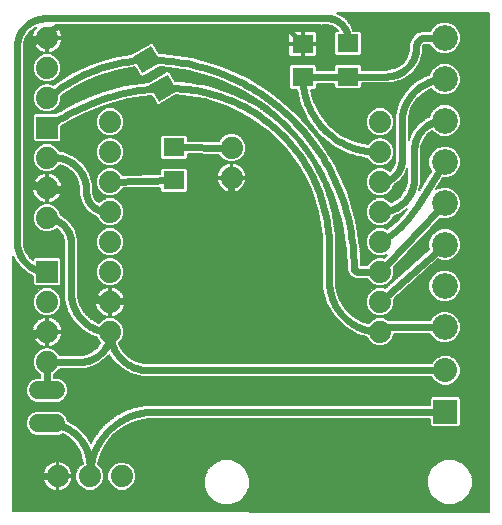
<source format=gbl>
G75*
%MOIN*%
%OFA0B0*%
%FSLAX25Y25*%
%IPPOS*%
%LPD*%
%AMOC8*
5,1,8,0,0,1.08239X$1,22.5*
%
%ADD10R,0.07400X0.07400*%
%ADD11C,0.07400*%
%ADD12R,0.07087X0.06299*%
%ADD13R,0.06299X0.07087*%
%ADD14C,0.06000*%
%ADD15C,0.08600*%
%ADD16R,0.08000X0.08000*%
%ADD17C,0.08000*%
%ADD18C,0.02400*%
%ADD19C,0.01600*%
%ADD20C,0.00600*%
D10*
X0123850Y0086800D03*
X0123850Y0134800D03*
D11*
X0123850Y0144800D03*
X0123850Y0154800D03*
X0123850Y0164800D03*
X0144850Y0136800D03*
X0144850Y0126800D03*
X0144850Y0116800D03*
X0144850Y0106800D03*
X0144850Y0096800D03*
X0144850Y0086800D03*
X0144850Y0076800D03*
X0144850Y0066800D03*
X0123850Y0066800D03*
X0123850Y0076800D03*
X0123850Y0056800D03*
X0127350Y0018700D03*
X0138050Y0018700D03*
X0148750Y0018700D03*
X0234850Y0066800D03*
X0234850Y0076800D03*
X0234850Y0086800D03*
X0234850Y0096800D03*
X0234850Y0106800D03*
X0234850Y0116800D03*
X0234850Y0126800D03*
X0234850Y0136800D03*
X0185350Y0128200D03*
X0185350Y0118200D03*
X0123850Y0114800D03*
X0123850Y0104800D03*
X0123850Y0124800D03*
D12*
X0166150Y0128312D03*
X0166150Y0117288D03*
X0209030Y0151788D03*
X0209030Y0162812D03*
X0224070Y0162932D03*
X0224070Y0151908D03*
D13*
G36*
X0164099Y0152525D02*
X0167248Y0147072D01*
X0161113Y0143529D01*
X0157964Y0148982D01*
X0164099Y0152525D01*
G37*
G36*
X0158587Y0162071D02*
X0161736Y0156618D01*
X0155601Y0153075D01*
X0152452Y0158528D01*
X0158587Y0162071D01*
G37*
D14*
X0126850Y0047300D02*
X0120850Y0047300D01*
X0120850Y0036300D02*
X0126850Y0036300D01*
D15*
X0256390Y0068332D03*
X0256390Y0082111D03*
X0256390Y0095891D03*
X0256390Y0109670D03*
X0256390Y0123450D03*
X0256390Y0137229D03*
X0256390Y0151009D03*
X0256390Y0164788D03*
D16*
X0256650Y0040200D03*
D17*
X0256650Y0053980D03*
D18*
X0157670Y0053980D01*
X0157360Y0053984D01*
X0157051Y0053995D01*
X0156741Y0054014D01*
X0156433Y0054040D01*
X0156125Y0054073D01*
X0155818Y0054115D01*
X0155512Y0054163D01*
X0155207Y0054219D01*
X0154904Y0054282D01*
X0154602Y0054353D01*
X0154302Y0054430D01*
X0154004Y0054515D01*
X0153708Y0054607D01*
X0153415Y0054707D01*
X0153124Y0054813D01*
X0152836Y0054926D01*
X0152550Y0055047D01*
X0152268Y0055174D01*
X0151988Y0055308D01*
X0151712Y0055448D01*
X0151440Y0055596D01*
X0151171Y0055750D01*
X0150906Y0055910D01*
X0150644Y0056076D01*
X0150387Y0056249D01*
X0150135Y0056428D01*
X0149886Y0056614D01*
X0149642Y0056805D01*
X0149403Y0057001D01*
X0149169Y0057204D01*
X0148939Y0057412D01*
X0148715Y0057626D01*
X0148496Y0057845D01*
X0148282Y0058069D01*
X0148074Y0058299D01*
X0147871Y0058533D01*
X0147675Y0058772D01*
X0147484Y0059016D01*
X0147298Y0059265D01*
X0147119Y0059517D01*
X0146946Y0059774D01*
X0146780Y0060036D01*
X0146620Y0060301D01*
X0146466Y0060570D01*
X0146318Y0060842D01*
X0146178Y0061118D01*
X0146044Y0061398D01*
X0145917Y0061680D01*
X0145796Y0061966D01*
X0145683Y0062254D01*
X0145577Y0062545D01*
X0145477Y0062838D01*
X0145385Y0063134D01*
X0145300Y0063432D01*
X0145223Y0063732D01*
X0145152Y0064034D01*
X0145089Y0064337D01*
X0145033Y0064642D01*
X0144985Y0064948D01*
X0144943Y0065255D01*
X0144910Y0065563D01*
X0144884Y0065871D01*
X0144865Y0066181D01*
X0144854Y0066490D01*
X0144850Y0066800D01*
X0144847Y0066558D01*
X0144838Y0066317D01*
X0144824Y0066076D01*
X0144803Y0065835D01*
X0144777Y0065595D01*
X0144745Y0065355D01*
X0144707Y0065116D01*
X0144664Y0064879D01*
X0144614Y0064642D01*
X0144559Y0064407D01*
X0144499Y0064173D01*
X0144432Y0063941D01*
X0144361Y0063710D01*
X0144283Y0063481D01*
X0144200Y0063254D01*
X0144112Y0063029D01*
X0144018Y0062806D01*
X0143919Y0062586D01*
X0143814Y0062368D01*
X0143705Y0062153D01*
X0143590Y0061940D01*
X0143470Y0061730D01*
X0143345Y0061524D01*
X0143215Y0061320D01*
X0143080Y0061119D01*
X0142940Y0060922D01*
X0142796Y0060728D01*
X0142647Y0060538D01*
X0142493Y0060352D01*
X0142335Y0060169D01*
X0142173Y0059990D01*
X0142006Y0059815D01*
X0141835Y0059644D01*
X0141660Y0059477D01*
X0141481Y0059315D01*
X0141298Y0059157D01*
X0141112Y0059003D01*
X0140922Y0058854D01*
X0140728Y0058710D01*
X0140531Y0058570D01*
X0140330Y0058435D01*
X0140126Y0058305D01*
X0139920Y0058180D01*
X0139710Y0058060D01*
X0139497Y0057945D01*
X0139282Y0057836D01*
X0139064Y0057731D01*
X0138844Y0057632D01*
X0138621Y0057538D01*
X0138396Y0057450D01*
X0138169Y0057367D01*
X0137940Y0057289D01*
X0137709Y0057218D01*
X0137477Y0057151D01*
X0137243Y0057091D01*
X0137008Y0057036D01*
X0136771Y0056986D01*
X0136534Y0056943D01*
X0136295Y0056905D01*
X0136055Y0056873D01*
X0135815Y0056847D01*
X0135574Y0056826D01*
X0135333Y0056812D01*
X0135092Y0056803D01*
X0134850Y0056800D01*
X0123850Y0056800D01*
X0123850Y0047300D01*
X0114550Y0057500D02*
X0114553Y0057725D01*
X0114561Y0057949D01*
X0114574Y0058174D01*
X0114593Y0058398D01*
X0114618Y0058621D01*
X0114648Y0058844D01*
X0114683Y0059066D01*
X0114723Y0059287D01*
X0114769Y0059507D01*
X0114820Y0059726D01*
X0114877Y0059943D01*
X0114938Y0060159D01*
X0115005Y0060374D01*
X0115077Y0060587D01*
X0115154Y0060798D01*
X0115237Y0061007D01*
X0115324Y0061214D01*
X0115416Y0061419D01*
X0115513Y0061622D01*
X0115615Y0061822D01*
X0115722Y0062020D01*
X0115834Y0062215D01*
X0115950Y0062407D01*
X0116071Y0062597D01*
X0116196Y0062783D01*
X0116326Y0062966D01*
X0116460Y0063147D01*
X0116599Y0063324D01*
X0116742Y0063497D01*
X0116889Y0063667D01*
X0117040Y0063833D01*
X0117195Y0063996D01*
X0117354Y0064155D01*
X0117517Y0064310D01*
X0117683Y0064461D01*
X0117853Y0064608D01*
X0118026Y0064751D01*
X0118203Y0064890D01*
X0118384Y0065024D01*
X0118567Y0065154D01*
X0118753Y0065279D01*
X0118943Y0065400D01*
X0119135Y0065516D01*
X0119330Y0065628D01*
X0119528Y0065735D01*
X0119728Y0065837D01*
X0119931Y0065934D01*
X0120136Y0066026D01*
X0120343Y0066113D01*
X0120552Y0066196D01*
X0120763Y0066273D01*
X0120976Y0066345D01*
X0121191Y0066412D01*
X0121407Y0066473D01*
X0121624Y0066530D01*
X0121843Y0066581D01*
X0122063Y0066627D01*
X0122284Y0066667D01*
X0122506Y0066702D01*
X0122729Y0066732D01*
X0122952Y0066757D01*
X0123176Y0066776D01*
X0123401Y0066789D01*
X0123625Y0066797D01*
X0123850Y0066800D01*
X0114550Y0057500D02*
X0114550Y0027300D01*
X0114553Y0027092D01*
X0114560Y0026885D01*
X0114573Y0026677D01*
X0114590Y0026470D01*
X0114613Y0026263D01*
X0114640Y0026057D01*
X0114673Y0025852D01*
X0114710Y0025648D01*
X0114753Y0025444D01*
X0114800Y0025242D01*
X0114852Y0025041D01*
X0114909Y0024841D01*
X0114971Y0024642D01*
X0115038Y0024446D01*
X0115109Y0024250D01*
X0115185Y0024057D01*
X0115266Y0023865D01*
X0115351Y0023676D01*
X0115441Y0023489D01*
X0115535Y0023303D01*
X0115634Y0023121D01*
X0115737Y0022940D01*
X0115845Y0022762D01*
X0115956Y0022587D01*
X0116072Y0022415D01*
X0116192Y0022245D01*
X0116317Y0022078D01*
X0116445Y0021915D01*
X0116577Y0021754D01*
X0116713Y0021597D01*
X0116852Y0021443D01*
X0116996Y0021293D01*
X0117143Y0021146D01*
X0117293Y0021002D01*
X0117447Y0020863D01*
X0117604Y0020727D01*
X0117765Y0020595D01*
X0117928Y0020467D01*
X0118095Y0020342D01*
X0118265Y0020222D01*
X0118437Y0020106D01*
X0118612Y0019995D01*
X0118790Y0019887D01*
X0118971Y0019784D01*
X0119153Y0019685D01*
X0119339Y0019591D01*
X0119526Y0019501D01*
X0119715Y0019416D01*
X0119907Y0019335D01*
X0120100Y0019259D01*
X0120296Y0019188D01*
X0120492Y0019121D01*
X0120691Y0019059D01*
X0120891Y0019002D01*
X0121092Y0018950D01*
X0121294Y0018903D01*
X0121498Y0018860D01*
X0121702Y0018823D01*
X0121907Y0018790D01*
X0122113Y0018763D01*
X0122320Y0018740D01*
X0122527Y0018723D01*
X0122735Y0018710D01*
X0122942Y0018703D01*
X0123150Y0018700D01*
X0127350Y0018700D01*
X0138050Y0022100D02*
X0138046Y0022443D01*
X0138033Y0022786D01*
X0138013Y0023129D01*
X0137984Y0023470D01*
X0137946Y0023812D01*
X0137901Y0024152D01*
X0137847Y0024491D01*
X0137785Y0024828D01*
X0137715Y0025164D01*
X0137637Y0025498D01*
X0137551Y0025830D01*
X0137457Y0026160D01*
X0137355Y0026488D01*
X0137245Y0026813D01*
X0137127Y0027135D01*
X0137002Y0027455D01*
X0136868Y0027771D01*
X0136728Y0028084D01*
X0136579Y0028393D01*
X0136423Y0028699D01*
X0136260Y0029001D01*
X0136090Y0029299D01*
X0135912Y0029592D01*
X0135728Y0029882D01*
X0135536Y0030167D01*
X0135338Y0030447D01*
X0135133Y0030722D01*
X0134921Y0030992D01*
X0134703Y0031257D01*
X0134479Y0031516D01*
X0134248Y0031770D01*
X0134012Y0032019D01*
X0133769Y0032262D01*
X0133520Y0032498D01*
X0133266Y0032729D01*
X0133007Y0032953D01*
X0132742Y0033171D01*
X0132472Y0033383D01*
X0132197Y0033588D01*
X0131917Y0033786D01*
X0131632Y0033978D01*
X0131342Y0034162D01*
X0131049Y0034340D01*
X0130751Y0034510D01*
X0130449Y0034673D01*
X0130143Y0034829D01*
X0129834Y0034978D01*
X0129521Y0035118D01*
X0129205Y0035252D01*
X0128885Y0035377D01*
X0128563Y0035495D01*
X0128238Y0035605D01*
X0127910Y0035707D01*
X0127580Y0035801D01*
X0127248Y0035887D01*
X0126914Y0035965D01*
X0126578Y0036035D01*
X0126241Y0036097D01*
X0125902Y0036151D01*
X0125562Y0036196D01*
X0125220Y0036234D01*
X0124879Y0036263D01*
X0124536Y0036283D01*
X0124193Y0036296D01*
X0123850Y0036300D01*
X0138050Y0022100D02*
X0138050Y0018700D01*
X0138056Y0019220D01*
X0138075Y0019739D01*
X0138106Y0020257D01*
X0138150Y0020775D01*
X0138207Y0021292D01*
X0138276Y0021807D01*
X0138357Y0022320D01*
X0138451Y0022831D01*
X0138557Y0023339D01*
X0138675Y0023845D01*
X0138805Y0024348D01*
X0138948Y0024848D01*
X0139102Y0025344D01*
X0139269Y0025836D01*
X0139447Y0026324D01*
X0139637Y0026808D01*
X0139839Y0027286D01*
X0140052Y0027760D01*
X0140277Y0028229D01*
X0140513Y0028692D01*
X0140760Y0029149D01*
X0141018Y0029600D01*
X0141286Y0030044D01*
X0141566Y0030482D01*
X0141856Y0030913D01*
X0142156Y0031337D01*
X0142467Y0031754D01*
X0142787Y0032163D01*
X0143117Y0032564D01*
X0143457Y0032957D01*
X0143806Y0033342D01*
X0144165Y0033718D01*
X0144532Y0034085D01*
X0144908Y0034444D01*
X0145293Y0034793D01*
X0145686Y0035133D01*
X0146087Y0035463D01*
X0146496Y0035783D01*
X0146913Y0036094D01*
X0147337Y0036394D01*
X0147768Y0036684D01*
X0148206Y0036964D01*
X0148650Y0037232D01*
X0149101Y0037490D01*
X0149558Y0037737D01*
X0150021Y0037973D01*
X0150490Y0038198D01*
X0150964Y0038411D01*
X0151442Y0038613D01*
X0151926Y0038803D01*
X0152414Y0038981D01*
X0152906Y0039148D01*
X0153402Y0039302D01*
X0153902Y0039445D01*
X0154405Y0039575D01*
X0154911Y0039693D01*
X0155419Y0039799D01*
X0155930Y0039893D01*
X0156443Y0039974D01*
X0156958Y0040043D01*
X0157475Y0040100D01*
X0157993Y0040144D01*
X0158511Y0040175D01*
X0159030Y0040194D01*
X0159550Y0040200D01*
X0256650Y0040200D01*
X0234850Y0066800D02*
X0234852Y0066878D01*
X0234858Y0066955D01*
X0234868Y0067032D01*
X0234881Y0067108D01*
X0234899Y0067184D01*
X0234920Y0067259D01*
X0234945Y0067332D01*
X0234974Y0067404D01*
X0235007Y0067475D01*
X0235043Y0067543D01*
X0235082Y0067610D01*
X0235125Y0067675D01*
X0235171Y0067738D01*
X0235220Y0067798D01*
X0235272Y0067855D01*
X0235327Y0067910D01*
X0235384Y0067962D01*
X0235444Y0068011D01*
X0235507Y0068057D01*
X0235572Y0068100D01*
X0235639Y0068139D01*
X0235707Y0068175D01*
X0235778Y0068208D01*
X0235850Y0068237D01*
X0235923Y0068262D01*
X0235998Y0068283D01*
X0236074Y0068301D01*
X0236150Y0068314D01*
X0236227Y0068324D01*
X0236304Y0068330D01*
X0236382Y0068332D01*
X0256390Y0068332D01*
X0234850Y0076800D02*
X0256390Y0095891D01*
X0256390Y0109670D02*
X0234850Y0086800D01*
X0227750Y0086800D01*
X0227669Y0086802D01*
X0227588Y0086808D01*
X0227508Y0086817D01*
X0227428Y0086831D01*
X0227349Y0086848D01*
X0227271Y0086869D01*
X0227194Y0086893D01*
X0227118Y0086922D01*
X0227044Y0086954D01*
X0226971Y0086989D01*
X0226900Y0087028D01*
X0226831Y0087070D01*
X0226764Y0087115D01*
X0226699Y0087164D01*
X0226637Y0087215D01*
X0226577Y0087270D01*
X0226520Y0087327D01*
X0226465Y0087387D01*
X0226414Y0087449D01*
X0226365Y0087514D01*
X0226320Y0087581D01*
X0226278Y0087650D01*
X0226239Y0087721D01*
X0226204Y0087794D01*
X0226172Y0087868D01*
X0226143Y0087944D01*
X0226119Y0088021D01*
X0226098Y0088099D01*
X0226081Y0088178D01*
X0226067Y0088258D01*
X0226058Y0088338D01*
X0226052Y0088419D01*
X0226050Y0088500D01*
X0226050Y0088617D01*
X0217850Y0083800D02*
X0217850Y0094800D01*
X0217850Y0083800D02*
X0217855Y0083389D01*
X0217870Y0082979D01*
X0217895Y0082569D01*
X0217929Y0082159D01*
X0217974Y0081751D01*
X0218028Y0081344D01*
X0218093Y0080938D01*
X0218167Y0080534D01*
X0218251Y0080132D01*
X0218344Y0079732D01*
X0218447Y0079334D01*
X0218560Y0078939D01*
X0218682Y0078547D01*
X0218814Y0078158D01*
X0218955Y0077772D01*
X0219105Y0077389D01*
X0219265Y0077011D01*
X0219433Y0076636D01*
X0219611Y0076266D01*
X0219797Y0075900D01*
X0219993Y0075538D01*
X0220197Y0075182D01*
X0220409Y0074830D01*
X0220630Y0074484D01*
X0220859Y0074143D01*
X0221097Y0073808D01*
X0221342Y0073478D01*
X0221596Y0073155D01*
X0221857Y0072838D01*
X0222125Y0072527D01*
X0222401Y0072223D01*
X0222685Y0071925D01*
X0222975Y0071635D01*
X0223273Y0071351D01*
X0223577Y0071075D01*
X0223888Y0070807D01*
X0224205Y0070546D01*
X0224528Y0070292D01*
X0224858Y0070047D01*
X0225193Y0069809D01*
X0225534Y0069580D01*
X0225880Y0069359D01*
X0226232Y0069147D01*
X0226588Y0068943D01*
X0226950Y0068747D01*
X0227316Y0068561D01*
X0227686Y0068383D01*
X0228061Y0068215D01*
X0228439Y0068055D01*
X0228822Y0067905D01*
X0229208Y0067764D01*
X0229597Y0067632D01*
X0229989Y0067510D01*
X0230384Y0067397D01*
X0230782Y0067294D01*
X0231182Y0067201D01*
X0231584Y0067117D01*
X0231988Y0067043D01*
X0232394Y0066978D01*
X0232801Y0066924D01*
X0233209Y0066879D01*
X0233619Y0066845D01*
X0234029Y0066820D01*
X0234439Y0066805D01*
X0234850Y0066800D01*
X0247550Y0109100D02*
X0256390Y0123450D01*
X0246250Y0127500D02*
X0246253Y0127735D01*
X0246261Y0127970D01*
X0246276Y0128205D01*
X0246295Y0128439D01*
X0246321Y0128673D01*
X0246352Y0128906D01*
X0246389Y0129138D01*
X0246431Y0129369D01*
X0246479Y0129599D01*
X0246533Y0129828D01*
X0246592Y0130056D01*
X0246656Y0130282D01*
X0246726Y0130506D01*
X0246802Y0130729D01*
X0246882Y0130950D01*
X0246968Y0131169D01*
X0247060Y0131385D01*
X0247156Y0131600D01*
X0247258Y0131812D01*
X0247364Y0132021D01*
X0247476Y0132228D01*
X0247593Y0132432D01*
X0247715Y0132633D01*
X0247841Y0132832D01*
X0247972Y0133027D01*
X0248108Y0133219D01*
X0248249Y0133407D01*
X0248394Y0133592D01*
X0248543Y0133774D01*
X0248697Y0133952D01*
X0248855Y0134126D01*
X0249017Y0134296D01*
X0249183Y0134462D01*
X0249353Y0134624D01*
X0249527Y0134782D01*
X0249705Y0134936D01*
X0249887Y0135085D01*
X0250072Y0135230D01*
X0250260Y0135371D01*
X0250452Y0135507D01*
X0250647Y0135638D01*
X0250846Y0135764D01*
X0251047Y0135886D01*
X0251251Y0136003D01*
X0251458Y0136115D01*
X0251667Y0136221D01*
X0251879Y0136323D01*
X0252094Y0136419D01*
X0252310Y0136511D01*
X0252529Y0136597D01*
X0252750Y0136677D01*
X0252973Y0136753D01*
X0253197Y0136823D01*
X0253423Y0136887D01*
X0253651Y0136946D01*
X0253880Y0137000D01*
X0254110Y0137048D01*
X0254341Y0137090D01*
X0254573Y0137127D01*
X0254806Y0137158D01*
X0255040Y0137184D01*
X0255274Y0137203D01*
X0255509Y0137218D01*
X0255744Y0137226D01*
X0255979Y0137229D01*
X0256390Y0137229D01*
X0256390Y0151009D02*
X0256043Y0151005D01*
X0255697Y0150992D01*
X0255351Y0150971D01*
X0255006Y0150942D01*
X0254662Y0150904D01*
X0254318Y0150859D01*
X0253976Y0150804D01*
X0253635Y0150742D01*
X0253296Y0150671D01*
X0252958Y0150592D01*
X0252623Y0150505D01*
X0252290Y0150410D01*
X0251959Y0150307D01*
X0251630Y0150196D01*
X0251305Y0150077D01*
X0250982Y0149950D01*
X0250663Y0149816D01*
X0250347Y0149674D01*
X0250035Y0149524D01*
X0249726Y0149366D01*
X0249421Y0149202D01*
X0249120Y0149030D01*
X0248824Y0148850D01*
X0248532Y0148664D01*
X0248244Y0148471D01*
X0247961Y0148270D01*
X0247683Y0148063D01*
X0247411Y0147850D01*
X0247143Y0147629D01*
X0246881Y0147403D01*
X0246624Y0147170D01*
X0246373Y0146931D01*
X0246128Y0146686D01*
X0245889Y0146435D01*
X0245656Y0146178D01*
X0245430Y0145916D01*
X0245209Y0145648D01*
X0244996Y0145376D01*
X0244789Y0145098D01*
X0244588Y0144815D01*
X0244395Y0144527D01*
X0244209Y0144235D01*
X0244029Y0143939D01*
X0243857Y0143638D01*
X0243693Y0143333D01*
X0243535Y0143024D01*
X0243385Y0142712D01*
X0243243Y0142396D01*
X0243109Y0142077D01*
X0242982Y0141754D01*
X0242863Y0141429D01*
X0242752Y0141100D01*
X0242649Y0140769D01*
X0242554Y0140436D01*
X0242467Y0140101D01*
X0242388Y0139763D01*
X0242317Y0139424D01*
X0242255Y0139083D01*
X0242200Y0138741D01*
X0242155Y0138397D01*
X0242117Y0138053D01*
X0242088Y0137708D01*
X0242067Y0137362D01*
X0242054Y0137016D01*
X0242050Y0136669D01*
X0242050Y0124000D01*
X0246250Y0127500D02*
X0246250Y0118200D01*
X0246247Y0117925D01*
X0246237Y0117649D01*
X0246220Y0117374D01*
X0246197Y0117100D01*
X0246167Y0116826D01*
X0246130Y0116553D01*
X0246087Y0116281D01*
X0246038Y0116010D01*
X0245981Y0115740D01*
X0245919Y0115472D01*
X0245850Y0115205D01*
X0245774Y0114940D01*
X0245692Y0114677D01*
X0245604Y0114416D01*
X0245509Y0114158D01*
X0245408Y0113901D01*
X0245301Y0113647D01*
X0245188Y0113396D01*
X0245069Y0113148D01*
X0244944Y0112902D01*
X0244813Y0112660D01*
X0244676Y0112421D01*
X0244534Y0112185D01*
X0244386Y0111953D01*
X0244232Y0111724D01*
X0244073Y0111499D01*
X0243908Y0111278D01*
X0243738Y0111061D01*
X0243563Y0110849D01*
X0243383Y0110640D01*
X0243198Y0110436D01*
X0243008Y0110237D01*
X0242813Y0110042D01*
X0242614Y0109852D01*
X0242410Y0109667D01*
X0242201Y0109487D01*
X0241989Y0109312D01*
X0241772Y0109142D01*
X0241551Y0108977D01*
X0241326Y0108818D01*
X0241097Y0108664D01*
X0240865Y0108516D01*
X0240629Y0108374D01*
X0240390Y0108237D01*
X0240148Y0108106D01*
X0239902Y0107981D01*
X0239654Y0107862D01*
X0239403Y0107749D01*
X0239149Y0107642D01*
X0238892Y0107541D01*
X0238634Y0107446D01*
X0238373Y0107358D01*
X0238110Y0107276D01*
X0237845Y0107200D01*
X0237578Y0107131D01*
X0237310Y0107069D01*
X0237040Y0107012D01*
X0236769Y0106963D01*
X0236497Y0106920D01*
X0236224Y0106883D01*
X0235950Y0106853D01*
X0235676Y0106830D01*
X0235401Y0106813D01*
X0235125Y0106803D01*
X0234850Y0106800D01*
X0234850Y0116800D02*
X0235024Y0116802D01*
X0235198Y0116808D01*
X0235372Y0116819D01*
X0235545Y0116834D01*
X0235718Y0116852D01*
X0235890Y0116876D01*
X0236062Y0116903D01*
X0236233Y0116934D01*
X0236404Y0116970D01*
X0236573Y0117009D01*
X0236741Y0117053D01*
X0236909Y0117101D01*
X0237075Y0117152D01*
X0237240Y0117208D01*
X0237403Y0117268D01*
X0237565Y0117332D01*
X0237725Y0117399D01*
X0237884Y0117471D01*
X0238041Y0117546D01*
X0238196Y0117625D01*
X0238349Y0117707D01*
X0238500Y0117794D01*
X0238649Y0117884D01*
X0238796Y0117977D01*
X0238940Y0118075D01*
X0239082Y0118175D01*
X0239222Y0118279D01*
X0239359Y0118386D01*
X0239493Y0118497D01*
X0239624Y0118611D01*
X0239753Y0118728D01*
X0239879Y0118848D01*
X0240002Y0118971D01*
X0240122Y0119097D01*
X0240239Y0119226D01*
X0240353Y0119357D01*
X0240464Y0119491D01*
X0240571Y0119628D01*
X0240675Y0119768D01*
X0240775Y0119910D01*
X0240873Y0120054D01*
X0240966Y0120201D01*
X0241056Y0120350D01*
X0241143Y0120501D01*
X0241225Y0120654D01*
X0241304Y0120809D01*
X0241379Y0120966D01*
X0241451Y0121125D01*
X0241518Y0121285D01*
X0241582Y0121447D01*
X0241642Y0121610D01*
X0241698Y0121775D01*
X0241749Y0121941D01*
X0241797Y0122109D01*
X0241841Y0122277D01*
X0241880Y0122446D01*
X0241916Y0122617D01*
X0241947Y0122788D01*
X0241974Y0122960D01*
X0241998Y0123132D01*
X0242016Y0123305D01*
X0242031Y0123478D01*
X0242042Y0123652D01*
X0242048Y0123826D01*
X0242050Y0124000D01*
X0234850Y0126800D02*
X0234018Y0126800D01*
X0247550Y0109100D02*
X0247096Y0108381D01*
X0246624Y0107673D01*
X0246136Y0106977D01*
X0245631Y0106292D01*
X0245110Y0105619D01*
X0244573Y0104959D01*
X0244021Y0104312D01*
X0243454Y0103678D01*
X0242871Y0103058D01*
X0242275Y0102452D01*
X0241664Y0101860D01*
X0241039Y0101283D01*
X0240400Y0100721D01*
X0239749Y0100174D01*
X0239084Y0099643D01*
X0238407Y0099128D01*
X0237718Y0098629D01*
X0237018Y0098146D01*
X0236306Y0097680D01*
X0235583Y0097231D01*
X0234850Y0096800D01*
X0185350Y0128200D02*
X0166150Y0128312D01*
X0166150Y0117288D02*
X0144850Y0116800D01*
X0144950Y0076800D02*
X0145938Y0076824D01*
X0146925Y0076872D01*
X0147911Y0076944D01*
X0148895Y0077039D01*
X0149876Y0077159D01*
X0150854Y0077301D01*
X0151829Y0077468D01*
X0152799Y0077658D01*
X0153764Y0077872D01*
X0154723Y0078108D01*
X0155677Y0078368D01*
X0156624Y0078651D01*
X0157564Y0078956D01*
X0158497Y0079285D01*
X0159421Y0079635D01*
X0160336Y0080008D01*
X0161242Y0080403D01*
X0162139Y0080820D01*
X0163025Y0081258D01*
X0163900Y0081717D01*
X0164764Y0082198D01*
X0165616Y0082699D01*
X0166455Y0083221D01*
X0167282Y0083762D01*
X0168095Y0084324D01*
X0168895Y0084905D01*
X0169680Y0085505D01*
X0170451Y0086124D01*
X0171206Y0086762D01*
X0171946Y0087418D01*
X0172670Y0088091D01*
X0173377Y0088781D01*
X0174067Y0089489D01*
X0174740Y0090213D01*
X0175396Y0090953D01*
X0176033Y0091708D01*
X0176652Y0092479D01*
X0177252Y0093264D01*
X0177833Y0094064D01*
X0178394Y0094878D01*
X0178936Y0095705D01*
X0179457Y0096544D01*
X0179958Y0097396D01*
X0180438Y0098260D01*
X0180897Y0099136D01*
X0181335Y0100022D01*
X0181752Y0100918D01*
X0182146Y0101824D01*
X0182519Y0102740D01*
X0182869Y0103664D01*
X0183197Y0104597D01*
X0183503Y0105537D01*
X0183785Y0106484D01*
X0184045Y0107438D01*
X0184281Y0108397D01*
X0184494Y0109363D01*
X0184684Y0110333D01*
X0184850Y0111307D01*
X0184993Y0112285D01*
X0185112Y0113266D01*
X0185207Y0114250D01*
X0185279Y0115236D01*
X0185326Y0116223D01*
X0185350Y0117212D01*
X0185350Y0118200D01*
X0157094Y0157573D02*
X0155753Y0157502D01*
X0154415Y0157398D01*
X0153079Y0157262D01*
X0151747Y0157094D01*
X0150419Y0156894D01*
X0149097Y0156662D01*
X0147781Y0156398D01*
X0146471Y0156102D01*
X0145169Y0155775D01*
X0143875Y0155416D01*
X0142590Y0155027D01*
X0141315Y0154606D01*
X0140051Y0154155D01*
X0138797Y0153673D01*
X0137556Y0153162D01*
X0136327Y0152620D01*
X0135112Y0152049D01*
X0133911Y0151449D01*
X0132725Y0150820D01*
X0131554Y0150163D01*
X0130400Y0149478D01*
X0129262Y0148765D01*
X0128142Y0148024D01*
X0127040Y0147257D01*
X0125957Y0146464D01*
X0124894Y0145644D01*
X0123850Y0144800D01*
X0113850Y0161800D02*
X0113848Y0162025D01*
X0113851Y0162250D01*
X0113860Y0162474D01*
X0113874Y0162699D01*
X0113894Y0162922D01*
X0113919Y0163146D01*
X0113949Y0163369D01*
X0113985Y0163590D01*
X0114026Y0163811D01*
X0114073Y0164031D01*
X0114124Y0164250D01*
X0114181Y0164468D01*
X0114244Y0164684D01*
X0114311Y0164898D01*
X0114384Y0165111D01*
X0114461Y0165322D01*
X0114544Y0165531D01*
X0114632Y0165738D01*
X0114725Y0165942D01*
X0114822Y0166145D01*
X0114925Y0166345D01*
X0115032Y0166542D01*
X0115145Y0166737D01*
X0115261Y0166929D01*
X0115383Y0167118D01*
X0115509Y0167305D01*
X0115639Y0167488D01*
X0115774Y0167667D01*
X0115913Y0167844D01*
X0116056Y0168017D01*
X0116204Y0168187D01*
X0116355Y0168353D01*
X0116511Y0168515D01*
X0116670Y0168674D01*
X0116833Y0168828D01*
X0117000Y0168979D01*
X0117171Y0169126D01*
X0117345Y0169268D01*
X0117522Y0169406D01*
X0117702Y0169540D01*
X0117886Y0169669D01*
X0118073Y0169794D01*
X0118263Y0169915D01*
X0118456Y0170031D01*
X0118651Y0170142D01*
X0118849Y0170248D01*
X0119050Y0170350D01*
X0119253Y0170446D01*
X0119458Y0170538D01*
X0119665Y0170625D01*
X0119875Y0170706D01*
X0120086Y0170783D01*
X0120299Y0170854D01*
X0120514Y0170921D01*
X0120730Y0170982D01*
X0120948Y0171038D01*
X0121167Y0171088D01*
X0121387Y0171133D01*
X0121608Y0171173D01*
X0121830Y0171208D01*
X0122053Y0171237D01*
X0122277Y0171261D01*
X0122501Y0171279D01*
X0122725Y0171292D01*
X0122950Y0171300D01*
X0215722Y0171340D01*
X0215897Y0171366D01*
X0216072Y0171388D01*
X0216248Y0171405D01*
X0216424Y0171419D01*
X0216600Y0171428D01*
X0216777Y0171432D01*
X0216954Y0171433D01*
X0217130Y0171429D01*
X0217307Y0171421D01*
X0217483Y0171408D01*
X0217659Y0171391D01*
X0217834Y0171370D01*
X0218009Y0171345D01*
X0218183Y0171316D01*
X0218357Y0171282D01*
X0218529Y0171244D01*
X0218701Y0171202D01*
X0218872Y0171156D01*
X0219041Y0171105D01*
X0219209Y0171051D01*
X0219376Y0170992D01*
X0219541Y0170930D01*
X0219705Y0170863D01*
X0219867Y0170793D01*
X0220027Y0170719D01*
X0220185Y0170640D01*
X0220342Y0170558D01*
X0220496Y0170472D01*
X0220649Y0170383D01*
X0220799Y0170290D01*
X0220947Y0170193D01*
X0221092Y0170092D01*
X0221235Y0169989D01*
X0221375Y0169881D01*
X0221513Y0169771D01*
X0221648Y0169657D01*
X0221780Y0169539D01*
X0221909Y0169419D01*
X0222036Y0169295D01*
X0222159Y0169169D01*
X0222279Y0169039D01*
X0222396Y0168907D01*
X0222510Y0168772D01*
X0222620Y0168634D01*
X0222728Y0168493D01*
X0222831Y0168350D01*
X0222931Y0168205D01*
X0223028Y0168057D01*
X0223121Y0167907D01*
X0223210Y0167754D01*
X0223296Y0167600D01*
X0223378Y0167443D01*
X0223456Y0167284D01*
X0223530Y0167124D01*
X0223600Y0166962D01*
X0223666Y0166798D01*
X0223728Y0166633D01*
X0223787Y0166466D01*
X0223841Y0166298D01*
X0223891Y0166128D01*
X0223937Y0165958D01*
X0223979Y0165786D01*
X0224016Y0165613D01*
X0224050Y0165440D01*
X0224079Y0165266D01*
X0224104Y0165091D01*
X0224125Y0164915D01*
X0224141Y0164739D01*
X0224153Y0164563D01*
X0224161Y0164387D01*
X0224165Y0164210D01*
X0224164Y0164033D01*
X0224159Y0163857D01*
X0224150Y0163680D01*
X0224184Y0163659D01*
X0224215Y0163635D01*
X0224244Y0163607D01*
X0224270Y0163577D01*
X0224293Y0163545D01*
X0224313Y0163511D01*
X0224330Y0163475D01*
X0224343Y0163437D01*
X0224352Y0163398D01*
X0224357Y0163359D01*
X0224359Y0163319D01*
X0224357Y0163280D01*
X0224351Y0163240D01*
X0224341Y0163202D01*
X0224327Y0163164D01*
X0224310Y0163129D01*
X0224289Y0163095D01*
X0224265Y0163063D01*
X0224239Y0163033D01*
X0224209Y0163007D01*
X0224177Y0162983D01*
X0224143Y0162962D01*
X0224107Y0162945D01*
X0224070Y0162932D01*
X0236758Y0151908D02*
X0237004Y0151911D01*
X0237250Y0151920D01*
X0237496Y0151935D01*
X0237742Y0151956D01*
X0237987Y0151982D01*
X0238231Y0152015D01*
X0238474Y0152053D01*
X0238716Y0152098D01*
X0238957Y0152148D01*
X0239197Y0152204D01*
X0239436Y0152266D01*
X0239672Y0152334D01*
X0239908Y0152407D01*
X0240141Y0152486D01*
X0240372Y0152570D01*
X0240601Y0152660D01*
X0240828Y0152756D01*
X0241053Y0152857D01*
X0241275Y0152964D01*
X0241494Y0153075D01*
X0241711Y0153193D01*
X0241925Y0153315D01*
X0242136Y0153442D01*
X0242343Y0153575D01*
X0242548Y0153712D01*
X0242749Y0153854D01*
X0242946Y0154002D01*
X0243140Y0154154D01*
X0243330Y0154310D01*
X0243517Y0154471D01*
X0243699Y0154637D01*
X0243877Y0154807D01*
X0244051Y0154981D01*
X0244221Y0155159D01*
X0244387Y0155341D01*
X0244548Y0155528D01*
X0244704Y0155718D01*
X0244856Y0155912D01*
X0245004Y0156109D01*
X0245146Y0156310D01*
X0245283Y0156515D01*
X0245416Y0156722D01*
X0245543Y0156933D01*
X0245665Y0157147D01*
X0245783Y0157364D01*
X0245894Y0157583D01*
X0246001Y0157805D01*
X0246102Y0158030D01*
X0246198Y0158257D01*
X0246288Y0158486D01*
X0246372Y0158717D01*
X0246451Y0158950D01*
X0246524Y0159186D01*
X0246592Y0159422D01*
X0246654Y0159661D01*
X0246710Y0159901D01*
X0246760Y0160142D01*
X0246805Y0160384D01*
X0246843Y0160627D01*
X0246876Y0160871D01*
X0246902Y0161116D01*
X0246923Y0161362D01*
X0246938Y0161608D01*
X0246947Y0161854D01*
X0246950Y0162100D01*
X0246952Y0162203D01*
X0246958Y0162306D01*
X0246968Y0162408D01*
X0246982Y0162510D01*
X0246999Y0162612D01*
X0247021Y0162712D01*
X0247046Y0162812D01*
X0247075Y0162911D01*
X0247108Y0163009D01*
X0247145Y0163105D01*
X0247185Y0163200D01*
X0247229Y0163293D01*
X0247277Y0163384D01*
X0247327Y0163474D01*
X0247382Y0163561D01*
X0247439Y0163646D01*
X0247500Y0163730D01*
X0247564Y0163810D01*
X0247631Y0163888D01*
X0247701Y0163964D01*
X0247774Y0164037D01*
X0247850Y0164107D01*
X0247928Y0164174D01*
X0248008Y0164238D01*
X0248092Y0164299D01*
X0248177Y0164356D01*
X0248264Y0164411D01*
X0248354Y0164461D01*
X0248445Y0164509D01*
X0248538Y0164553D01*
X0248633Y0164593D01*
X0248729Y0164630D01*
X0248827Y0164663D01*
X0248926Y0164692D01*
X0249026Y0164717D01*
X0249126Y0164739D01*
X0249228Y0164756D01*
X0249330Y0164770D01*
X0249432Y0164780D01*
X0249535Y0164786D01*
X0249638Y0164788D01*
X0256390Y0164788D01*
X0236758Y0151908D02*
X0224070Y0151908D01*
X0223610Y0152260D02*
X0221662Y0152260D01*
X0223138Y0151788D02*
X0223179Y0151790D01*
X0223220Y0151795D01*
X0223260Y0151804D01*
X0223299Y0151816D01*
X0223337Y0151832D01*
X0223374Y0151851D01*
X0223409Y0151873D01*
X0223441Y0151898D01*
X0223472Y0151926D01*
X0223500Y0151957D01*
X0223525Y0151989D01*
X0223547Y0152024D01*
X0223566Y0152061D01*
X0223582Y0152099D01*
X0223594Y0152138D01*
X0223603Y0152178D01*
X0223608Y0152219D01*
X0223610Y0152260D01*
X0223138Y0151788D02*
X0209030Y0151788D01*
X0221662Y0152260D02*
X0221712Y0152195D01*
X0221766Y0152133D01*
X0221822Y0152074D01*
X0221881Y0152017D01*
X0221943Y0151963D01*
X0222008Y0151913D01*
X0222074Y0151865D01*
X0222143Y0151821D01*
X0222214Y0151779D01*
X0222287Y0151742D01*
X0222361Y0151707D01*
X0222437Y0151677D01*
X0222514Y0151650D01*
X0222593Y0151627D01*
X0222672Y0151607D01*
X0222753Y0151591D01*
X0222834Y0151580D01*
X0222915Y0151572D01*
X0222997Y0151568D01*
X0223079Y0151567D01*
X0223161Y0151571D01*
X0223242Y0151579D01*
X0223324Y0151590D01*
X0223404Y0151606D01*
X0223484Y0151625D01*
X0223562Y0151648D01*
X0223640Y0151674D01*
X0223716Y0151704D01*
X0223790Y0151738D01*
X0223863Y0151776D01*
X0223934Y0151816D01*
X0224003Y0151861D01*
X0224070Y0151908D01*
X0209030Y0151788D02*
X0209037Y0151184D01*
X0209059Y0150581D01*
X0209096Y0149978D01*
X0209147Y0149376D01*
X0209212Y0148776D01*
X0209292Y0148178D01*
X0209387Y0147581D01*
X0209496Y0146987D01*
X0209619Y0146396D01*
X0209756Y0145808D01*
X0209908Y0145223D01*
X0210073Y0144643D01*
X0210253Y0144066D01*
X0210447Y0143494D01*
X0210654Y0142927D01*
X0210875Y0142365D01*
X0211109Y0141809D01*
X0211357Y0141258D01*
X0211618Y0140714D01*
X0211892Y0140175D01*
X0212179Y0139644D01*
X0212479Y0139120D01*
X0212791Y0138603D01*
X0213116Y0138094D01*
X0213453Y0137593D01*
X0213802Y0137100D01*
X0214163Y0136616D01*
X0214535Y0136141D01*
X0214919Y0135675D01*
X0215314Y0135218D01*
X0215720Y0134771D01*
X0216137Y0134334D01*
X0216564Y0133907D01*
X0217001Y0133490D01*
X0217448Y0133084D01*
X0217905Y0132689D01*
X0218371Y0132305D01*
X0218846Y0131933D01*
X0219330Y0131572D01*
X0219823Y0131223D01*
X0220324Y0130886D01*
X0220833Y0130561D01*
X0221350Y0130249D01*
X0221874Y0129949D01*
X0222405Y0129662D01*
X0222944Y0129388D01*
X0223488Y0129127D01*
X0224039Y0128879D01*
X0224595Y0128645D01*
X0225157Y0128424D01*
X0225724Y0128217D01*
X0226296Y0128023D01*
X0226873Y0127843D01*
X0227453Y0127678D01*
X0228038Y0127526D01*
X0228626Y0127389D01*
X0229217Y0127266D01*
X0229811Y0127157D01*
X0230408Y0127062D01*
X0231006Y0126982D01*
X0231606Y0126917D01*
X0232208Y0126866D01*
X0232811Y0126829D01*
X0233414Y0126807D01*
X0234018Y0126800D01*
X0217850Y0094800D02*
X0217834Y0096086D01*
X0217788Y0097372D01*
X0217710Y0098655D01*
X0217602Y0099937D01*
X0217462Y0101216D01*
X0217291Y0102491D01*
X0217090Y0103761D01*
X0216858Y0105026D01*
X0216596Y0106286D01*
X0216303Y0107538D01*
X0215980Y0108783D01*
X0215628Y0110020D01*
X0215245Y0111248D01*
X0214833Y0112466D01*
X0214391Y0113675D01*
X0213920Y0114872D01*
X0213421Y0116057D01*
X0212893Y0117230D01*
X0212337Y0118390D01*
X0211753Y0119536D01*
X0211142Y0120667D01*
X0210503Y0121784D01*
X0209838Y0122885D01*
X0209146Y0123969D01*
X0208428Y0125036D01*
X0207685Y0126086D01*
X0206916Y0127117D01*
X0206123Y0128130D01*
X0205305Y0129123D01*
X0204464Y0130096D01*
X0203599Y0131048D01*
X0202712Y0131980D01*
X0201803Y0132889D01*
X0200871Y0133776D01*
X0199919Y0134641D01*
X0198946Y0135482D01*
X0197953Y0136300D01*
X0196940Y0137093D01*
X0195909Y0137862D01*
X0194859Y0138605D01*
X0193792Y0139323D01*
X0192708Y0140015D01*
X0191607Y0140680D01*
X0190490Y0141319D01*
X0189359Y0141930D01*
X0188213Y0142514D01*
X0187053Y0143070D01*
X0185880Y0143598D01*
X0184695Y0144097D01*
X0183498Y0144568D01*
X0182289Y0145010D01*
X0181071Y0145422D01*
X0179843Y0145805D01*
X0178606Y0146157D01*
X0177361Y0146480D01*
X0176109Y0146773D01*
X0174849Y0147035D01*
X0173584Y0147267D01*
X0172314Y0147468D01*
X0171039Y0147639D01*
X0169760Y0147779D01*
X0168478Y0147887D01*
X0167195Y0147965D01*
X0165909Y0148011D01*
X0164623Y0148027D01*
X0136850Y0113800D02*
X0136852Y0113631D01*
X0136858Y0113462D01*
X0136868Y0113293D01*
X0136883Y0113124D01*
X0136901Y0112956D01*
X0136923Y0112789D01*
X0136950Y0112622D01*
X0136980Y0112455D01*
X0137015Y0112290D01*
X0137053Y0112125D01*
X0137096Y0111961D01*
X0137142Y0111798D01*
X0137193Y0111637D01*
X0137247Y0111477D01*
X0137305Y0111318D01*
X0137367Y0111160D01*
X0137432Y0111004D01*
X0137502Y0110850D01*
X0137575Y0110698D01*
X0137652Y0110547D01*
X0137732Y0110398D01*
X0137816Y0110251D01*
X0137904Y0110107D01*
X0137995Y0109964D01*
X0138089Y0109824D01*
X0138187Y0109686D01*
X0138288Y0109550D01*
X0138392Y0109417D01*
X0138500Y0109286D01*
X0138610Y0109158D01*
X0138724Y0109033D01*
X0138841Y0108910D01*
X0138960Y0108791D01*
X0139083Y0108674D01*
X0139208Y0108560D01*
X0139336Y0108450D01*
X0139467Y0108342D01*
X0139600Y0108238D01*
X0139736Y0108137D01*
X0139874Y0108039D01*
X0140014Y0107945D01*
X0140157Y0107854D01*
X0140301Y0107766D01*
X0140448Y0107682D01*
X0140597Y0107602D01*
X0140748Y0107525D01*
X0140900Y0107452D01*
X0141054Y0107382D01*
X0141210Y0107317D01*
X0141368Y0107255D01*
X0141527Y0107197D01*
X0141687Y0107143D01*
X0141848Y0107092D01*
X0142011Y0107046D01*
X0142175Y0107003D01*
X0142340Y0106965D01*
X0142505Y0106930D01*
X0142672Y0106900D01*
X0142839Y0106873D01*
X0143006Y0106851D01*
X0143174Y0106833D01*
X0143343Y0106818D01*
X0143512Y0106808D01*
X0143681Y0106802D01*
X0143850Y0106800D01*
X0135850Y0102800D02*
X0135850Y0085800D01*
X0131850Y0079800D02*
X0131850Y0095800D01*
X0123850Y0086800D02*
X0123608Y0086803D01*
X0123367Y0086812D01*
X0123126Y0086826D01*
X0122885Y0086847D01*
X0122645Y0086873D01*
X0122405Y0086905D01*
X0122166Y0086943D01*
X0121929Y0086986D01*
X0121692Y0087036D01*
X0121457Y0087091D01*
X0121223Y0087151D01*
X0120991Y0087218D01*
X0120760Y0087289D01*
X0120531Y0087367D01*
X0120304Y0087450D01*
X0120079Y0087538D01*
X0119856Y0087632D01*
X0119636Y0087731D01*
X0119418Y0087836D01*
X0119203Y0087945D01*
X0118990Y0088060D01*
X0118780Y0088180D01*
X0118574Y0088305D01*
X0118370Y0088435D01*
X0118169Y0088570D01*
X0117972Y0088710D01*
X0117778Y0088854D01*
X0117588Y0089003D01*
X0117402Y0089157D01*
X0117219Y0089315D01*
X0117040Y0089477D01*
X0116865Y0089644D01*
X0116694Y0089815D01*
X0116527Y0089990D01*
X0116365Y0090169D01*
X0116207Y0090352D01*
X0116053Y0090538D01*
X0115904Y0090728D01*
X0115760Y0090922D01*
X0115620Y0091119D01*
X0115485Y0091320D01*
X0115355Y0091524D01*
X0115230Y0091730D01*
X0115110Y0091940D01*
X0114995Y0092153D01*
X0114886Y0092368D01*
X0114781Y0092586D01*
X0114682Y0092806D01*
X0114588Y0093029D01*
X0114500Y0093254D01*
X0114417Y0093481D01*
X0114339Y0093710D01*
X0114268Y0093941D01*
X0114201Y0094173D01*
X0114141Y0094407D01*
X0114086Y0094642D01*
X0114036Y0094879D01*
X0113993Y0095116D01*
X0113955Y0095355D01*
X0113923Y0095595D01*
X0113897Y0095835D01*
X0113876Y0096076D01*
X0113862Y0096317D01*
X0113853Y0096558D01*
X0113850Y0096800D01*
X0113850Y0161800D01*
X0123850Y0124801D02*
X0124110Y0124851D01*
X0124372Y0124894D01*
X0124634Y0124932D01*
X0124897Y0124963D01*
X0125160Y0124987D01*
X0125425Y0125005D01*
X0125689Y0125017D01*
X0125954Y0125022D01*
X0126219Y0125020D01*
X0126483Y0125012D01*
X0126748Y0124998D01*
X0127012Y0124977D01*
X0127275Y0124950D01*
X0127538Y0124916D01*
X0127800Y0124876D01*
X0128060Y0124830D01*
X0128320Y0124777D01*
X0128578Y0124718D01*
X0128835Y0124652D01*
X0129090Y0124581D01*
X0129343Y0124503D01*
X0129594Y0124418D01*
X0129843Y0124328D01*
X0130089Y0124232D01*
X0130334Y0124130D01*
X0130575Y0124021D01*
X0130814Y0123907D01*
X0131050Y0123787D01*
X0131283Y0123662D01*
X0131513Y0123530D01*
X0131740Y0123394D01*
X0131963Y0123251D01*
X0132183Y0123103D01*
X0132399Y0122950D01*
X0132611Y0122792D01*
X0132820Y0122628D01*
X0133024Y0122460D01*
X0133224Y0122286D01*
X0133420Y0122108D01*
X0133611Y0121925D01*
X0133798Y0121737D01*
X0133980Y0121545D01*
X0134157Y0121348D01*
X0134330Y0121147D01*
X0134497Y0120942D01*
X0134660Y0120733D01*
X0134817Y0120520D01*
X0134969Y0120303D01*
X0135116Y0120083D01*
X0135257Y0119859D01*
X0135393Y0119632D01*
X0135523Y0119401D01*
X0135648Y0119167D01*
X0135767Y0118931D01*
X0135880Y0118691D01*
X0135987Y0118449D01*
X0136088Y0118204D01*
X0136183Y0117957D01*
X0136272Y0117708D01*
X0136355Y0117456D01*
X0136431Y0117203D01*
X0136502Y0116947D01*
X0136566Y0116690D01*
X0136624Y0116432D01*
X0136676Y0116172D01*
X0136721Y0115911D01*
X0136760Y0115649D01*
X0136792Y0115387D01*
X0136818Y0115123D01*
X0136838Y0114859D01*
X0136851Y0114594D01*
X0136857Y0114330D01*
X0136857Y0114065D01*
X0136851Y0113800D01*
X0135850Y0102800D02*
X0135846Y0103090D01*
X0135836Y0103380D01*
X0135818Y0103669D01*
X0135794Y0103958D01*
X0135763Y0104246D01*
X0135724Y0104534D01*
X0135679Y0104820D01*
X0135626Y0105106D01*
X0135567Y0105389D01*
X0135501Y0105672D01*
X0135429Y0105952D01*
X0135349Y0106231D01*
X0135263Y0106508D01*
X0135170Y0106783D01*
X0135070Y0107055D01*
X0134964Y0107325D01*
X0134852Y0107592D01*
X0134732Y0107857D01*
X0134607Y0108118D01*
X0134475Y0108377D01*
X0134338Y0108632D01*
X0134194Y0108884D01*
X0134044Y0109132D01*
X0133888Y0109376D01*
X0133726Y0109617D01*
X0133558Y0109853D01*
X0133385Y0110086D01*
X0133206Y0110314D01*
X0133022Y0110538D01*
X0132832Y0110757D01*
X0132637Y0110972D01*
X0132437Y0111182D01*
X0132232Y0111387D01*
X0132022Y0111587D01*
X0131807Y0111782D01*
X0131588Y0111972D01*
X0131364Y0112156D01*
X0131136Y0112335D01*
X0130903Y0112508D01*
X0130667Y0112676D01*
X0130426Y0112838D01*
X0130182Y0112994D01*
X0129934Y0113144D01*
X0129682Y0113288D01*
X0129427Y0113425D01*
X0129168Y0113557D01*
X0128907Y0113682D01*
X0128642Y0113802D01*
X0128375Y0113914D01*
X0128105Y0114020D01*
X0127833Y0114120D01*
X0127558Y0114213D01*
X0127281Y0114299D01*
X0127002Y0114379D01*
X0126722Y0114451D01*
X0126439Y0114517D01*
X0126156Y0114576D01*
X0125870Y0114629D01*
X0125584Y0114674D01*
X0125296Y0114713D01*
X0125008Y0114744D01*
X0124719Y0114768D01*
X0124430Y0114786D01*
X0124140Y0114796D01*
X0123850Y0114800D01*
X0123850Y0104800D02*
X0124055Y0104786D01*
X0124260Y0104766D01*
X0124464Y0104742D01*
X0124668Y0104712D01*
X0124871Y0104678D01*
X0125073Y0104639D01*
X0125274Y0104595D01*
X0125474Y0104546D01*
X0125672Y0104492D01*
X0125870Y0104434D01*
X0126066Y0104370D01*
X0126260Y0104302D01*
X0126452Y0104230D01*
X0126643Y0104152D01*
X0126832Y0104071D01*
X0127019Y0103984D01*
X0127203Y0103893D01*
X0127385Y0103798D01*
X0127565Y0103698D01*
X0127743Y0103594D01*
X0127918Y0103486D01*
X0128090Y0103374D01*
X0128260Y0103257D01*
X0128427Y0103136D01*
X0128590Y0103012D01*
X0128751Y0102883D01*
X0128908Y0102751D01*
X0129063Y0102614D01*
X0129214Y0102474D01*
X0129361Y0102331D01*
X0129505Y0102184D01*
X0129645Y0102034D01*
X0129782Y0101880D01*
X0129915Y0101723D01*
X0130044Y0101562D01*
X0130169Y0101399D01*
X0130291Y0101233D01*
X0130408Y0101064D01*
X0130521Y0100892D01*
X0130630Y0100717D01*
X0130734Y0100540D01*
X0130835Y0100360D01*
X0130930Y0100178D01*
X0131022Y0099994D01*
X0131109Y0099808D01*
X0131192Y0099619D01*
X0131269Y0099429D01*
X0131343Y0099236D01*
X0131411Y0099042D01*
X0131475Y0098847D01*
X0131534Y0098650D01*
X0131589Y0098451D01*
X0131638Y0098251D01*
X0131683Y0098051D01*
X0131723Y0097849D01*
X0131758Y0097646D01*
X0131788Y0097442D01*
X0131813Y0097238D01*
X0131833Y0097033D01*
X0131849Y0096828D01*
X0131859Y0096623D01*
X0131864Y0096417D01*
X0131865Y0096211D01*
X0131860Y0096006D01*
X0131850Y0095800D01*
X0135850Y0085800D02*
X0135853Y0085583D01*
X0135861Y0085365D01*
X0135874Y0085148D01*
X0135892Y0084931D01*
X0135916Y0084715D01*
X0135944Y0084500D01*
X0135978Y0084285D01*
X0136018Y0084071D01*
X0136062Y0083858D01*
X0136112Y0083646D01*
X0136166Y0083436D01*
X0136226Y0083226D01*
X0136290Y0083019D01*
X0136360Y0082813D01*
X0136435Y0082609D01*
X0136514Y0082406D01*
X0136599Y0082206D01*
X0136688Y0082007D01*
X0136782Y0081811D01*
X0136881Y0081617D01*
X0136984Y0081426D01*
X0137092Y0081237D01*
X0137205Y0081051D01*
X0137322Y0080868D01*
X0137443Y0080687D01*
X0137569Y0080510D01*
X0137699Y0080336D01*
X0137833Y0080164D01*
X0137971Y0079996D01*
X0138113Y0079832D01*
X0138260Y0079671D01*
X0138410Y0079513D01*
X0138563Y0079360D01*
X0138721Y0079210D01*
X0138882Y0079063D01*
X0139046Y0078921D01*
X0139214Y0078783D01*
X0139386Y0078649D01*
X0139560Y0078519D01*
X0139737Y0078393D01*
X0139918Y0078272D01*
X0140101Y0078155D01*
X0140287Y0078042D01*
X0140476Y0077934D01*
X0140667Y0077831D01*
X0140861Y0077732D01*
X0141057Y0077638D01*
X0141256Y0077549D01*
X0141456Y0077464D01*
X0141659Y0077385D01*
X0141863Y0077310D01*
X0142069Y0077240D01*
X0142276Y0077176D01*
X0142486Y0077116D01*
X0142696Y0077062D01*
X0142908Y0077012D01*
X0143121Y0076968D01*
X0143335Y0076928D01*
X0143550Y0076894D01*
X0143765Y0076866D01*
X0143981Y0076842D01*
X0144198Y0076824D01*
X0144415Y0076811D01*
X0144633Y0076803D01*
X0144850Y0076800D01*
X0144950Y0076800D01*
X0145150Y0076500D02*
X0145850Y0076500D01*
X0144850Y0066800D02*
X0144536Y0066804D01*
X0144222Y0066815D01*
X0143908Y0066834D01*
X0143595Y0066861D01*
X0143283Y0066895D01*
X0142972Y0066936D01*
X0142661Y0066986D01*
X0142352Y0067042D01*
X0142045Y0067106D01*
X0141739Y0067178D01*
X0141435Y0067257D01*
X0141133Y0067343D01*
X0140833Y0067436D01*
X0140535Y0067537D01*
X0140240Y0067645D01*
X0139948Y0067760D01*
X0139658Y0067882D01*
X0139372Y0068011D01*
X0139089Y0068146D01*
X0138809Y0068289D01*
X0138532Y0068438D01*
X0138260Y0068594D01*
X0137991Y0068757D01*
X0137726Y0068926D01*
X0137465Y0069101D01*
X0137209Y0069283D01*
X0136957Y0069470D01*
X0136710Y0069664D01*
X0136467Y0069864D01*
X0136229Y0070069D01*
X0135997Y0070281D01*
X0135769Y0070497D01*
X0135547Y0070719D01*
X0135331Y0070947D01*
X0135119Y0071179D01*
X0134914Y0071417D01*
X0134714Y0071660D01*
X0134520Y0071907D01*
X0134333Y0072159D01*
X0134151Y0072415D01*
X0133976Y0072676D01*
X0133807Y0072941D01*
X0133644Y0073210D01*
X0133488Y0073482D01*
X0133339Y0073759D01*
X0133196Y0074039D01*
X0133061Y0074322D01*
X0132932Y0074608D01*
X0132810Y0074898D01*
X0132695Y0075190D01*
X0132587Y0075485D01*
X0132486Y0075783D01*
X0132393Y0076083D01*
X0132307Y0076385D01*
X0132228Y0076689D01*
X0132156Y0076995D01*
X0132092Y0077302D01*
X0132036Y0077611D01*
X0131986Y0077922D01*
X0131945Y0078233D01*
X0131911Y0078545D01*
X0131884Y0078858D01*
X0131865Y0079172D01*
X0131854Y0079486D01*
X0131850Y0079800D01*
X0135850Y0085800D02*
X0135853Y0085575D01*
X0135861Y0085351D01*
X0135874Y0085126D01*
X0135893Y0084902D01*
X0135918Y0084679D01*
X0135948Y0084456D01*
X0135983Y0084234D01*
X0136023Y0084013D01*
X0136069Y0083793D01*
X0136120Y0083574D01*
X0136177Y0083357D01*
X0136238Y0083141D01*
X0136305Y0082926D01*
X0136377Y0082713D01*
X0136454Y0082502D01*
X0136537Y0082293D01*
X0136624Y0082086D01*
X0136716Y0081881D01*
X0136813Y0081678D01*
X0136915Y0081478D01*
X0137022Y0081280D01*
X0137134Y0081085D01*
X0137250Y0080893D01*
X0137371Y0080703D01*
X0137496Y0080517D01*
X0137626Y0080334D01*
X0137760Y0080153D01*
X0137899Y0079976D01*
X0138042Y0079803D01*
X0138189Y0079633D01*
X0138340Y0079467D01*
X0138495Y0079304D01*
X0138654Y0079145D01*
X0138817Y0078990D01*
X0138983Y0078839D01*
X0139153Y0078692D01*
X0139326Y0078549D01*
X0139503Y0078410D01*
X0139684Y0078276D01*
X0139867Y0078146D01*
X0140053Y0078021D01*
X0140243Y0077900D01*
X0140435Y0077784D01*
X0140630Y0077672D01*
X0140828Y0077565D01*
X0141028Y0077463D01*
X0141231Y0077366D01*
X0141436Y0077274D01*
X0141643Y0077187D01*
X0141852Y0077104D01*
X0142063Y0077027D01*
X0142276Y0076955D01*
X0142491Y0076888D01*
X0142707Y0076827D01*
X0142924Y0076770D01*
X0143143Y0076719D01*
X0143363Y0076673D01*
X0143584Y0076633D01*
X0143806Y0076598D01*
X0144029Y0076568D01*
X0144252Y0076543D01*
X0144476Y0076524D01*
X0144701Y0076511D01*
X0144925Y0076503D01*
X0145150Y0076500D01*
X0226050Y0088617D02*
X0226030Y0090283D01*
X0225969Y0091948D01*
X0225869Y0093612D01*
X0225728Y0095272D01*
X0225547Y0096929D01*
X0225326Y0098580D01*
X0225066Y0100226D01*
X0224765Y0101865D01*
X0224425Y0103497D01*
X0224046Y0105119D01*
X0223628Y0106732D01*
X0223171Y0108335D01*
X0222675Y0109926D01*
X0222141Y0111504D01*
X0221569Y0113069D01*
X0220959Y0114620D01*
X0220312Y0116156D01*
X0219628Y0117675D01*
X0218908Y0119178D01*
X0218152Y0120662D01*
X0217359Y0122128D01*
X0216532Y0123575D01*
X0215670Y0125001D01*
X0214774Y0126406D01*
X0213844Y0127788D01*
X0212881Y0129148D01*
X0211885Y0130484D01*
X0210857Y0131796D01*
X0209798Y0133083D01*
X0208708Y0134343D01*
X0207588Y0135577D01*
X0206439Y0136784D01*
X0205261Y0137962D01*
X0204054Y0139111D01*
X0202820Y0140231D01*
X0201560Y0141321D01*
X0200273Y0142380D01*
X0198961Y0143408D01*
X0197625Y0144404D01*
X0196265Y0145367D01*
X0194883Y0146297D01*
X0193478Y0147193D01*
X0192052Y0148055D01*
X0190605Y0148882D01*
X0189139Y0149675D01*
X0187655Y0150431D01*
X0186152Y0151151D01*
X0184633Y0151835D01*
X0183097Y0152482D01*
X0181546Y0153092D01*
X0179981Y0153664D01*
X0178403Y0154198D01*
X0176812Y0154694D01*
X0175209Y0155151D01*
X0173596Y0155569D01*
X0171974Y0155948D01*
X0170342Y0156288D01*
X0168703Y0156589D01*
X0167057Y0156849D01*
X0165406Y0157070D01*
X0163749Y0157251D01*
X0162089Y0157392D01*
X0160425Y0157492D01*
X0158760Y0157553D01*
X0157094Y0157573D01*
X0162606Y0148026D02*
X0160944Y0147962D01*
X0159284Y0147858D01*
X0157627Y0147714D01*
X0155974Y0147530D01*
X0154326Y0147306D01*
X0152684Y0147042D01*
X0151049Y0146738D01*
X0149421Y0146395D01*
X0147803Y0146012D01*
X0146194Y0145591D01*
X0144595Y0145130D01*
X0143009Y0144631D01*
X0141435Y0144094D01*
X0139874Y0143519D01*
X0138328Y0142906D01*
X0136797Y0142256D01*
X0135282Y0141569D01*
X0133784Y0140846D01*
X0132304Y0140087D01*
X0130843Y0139292D01*
X0129402Y0138462D01*
X0127981Y0137597D01*
X0126582Y0136698D01*
X0125205Y0135765D01*
X0123851Y0134800D01*
D19*
X0117150Y0121500D02*
X0117152Y0121338D01*
X0117158Y0121176D01*
X0117168Y0121015D01*
X0117181Y0120853D01*
X0117199Y0120692D01*
X0117220Y0120532D01*
X0117246Y0120372D01*
X0117275Y0120213D01*
X0117308Y0120054D01*
X0117345Y0119897D01*
X0117385Y0119740D01*
X0117430Y0119584D01*
X0117478Y0119430D01*
X0117530Y0119276D01*
X0117585Y0119124D01*
X0117645Y0118973D01*
X0117707Y0118824D01*
X0117774Y0118677D01*
X0117844Y0118531D01*
X0117917Y0118386D01*
X0117994Y0118244D01*
X0118075Y0118103D01*
X0118159Y0117965D01*
X0118246Y0117828D01*
X0118336Y0117694D01*
X0118430Y0117562D01*
X0118526Y0117432D01*
X0118626Y0117305D01*
X0118729Y0117180D01*
X0118835Y0117057D01*
X0118944Y0116937D01*
X0119055Y0116820D01*
X0119170Y0116705D01*
X0119287Y0116594D01*
X0119407Y0116485D01*
X0119530Y0116379D01*
X0119655Y0116276D01*
X0119782Y0116176D01*
X0119912Y0116080D01*
X0120044Y0115986D01*
X0120178Y0115896D01*
X0120315Y0115809D01*
X0120453Y0115725D01*
X0120594Y0115644D01*
X0120736Y0115567D01*
X0120881Y0115494D01*
X0121027Y0115424D01*
X0121174Y0115357D01*
X0121323Y0115295D01*
X0121474Y0115235D01*
X0121626Y0115180D01*
X0121780Y0115128D01*
X0121934Y0115080D01*
X0122090Y0115035D01*
X0122247Y0114995D01*
X0122404Y0114958D01*
X0122563Y0114925D01*
X0122722Y0114896D01*
X0122882Y0114870D01*
X0123042Y0114849D01*
X0123203Y0114831D01*
X0123365Y0114818D01*
X0123526Y0114808D01*
X0123688Y0114802D01*
X0123850Y0114800D01*
X0117150Y0121500D02*
X0117150Y0158100D01*
X0117152Y0158262D01*
X0117158Y0158424D01*
X0117168Y0158585D01*
X0117181Y0158747D01*
X0117199Y0158908D01*
X0117220Y0159068D01*
X0117246Y0159228D01*
X0117275Y0159387D01*
X0117308Y0159546D01*
X0117345Y0159703D01*
X0117385Y0159860D01*
X0117430Y0160016D01*
X0117478Y0160170D01*
X0117530Y0160324D01*
X0117585Y0160476D01*
X0117645Y0160627D01*
X0117707Y0160776D01*
X0117774Y0160923D01*
X0117844Y0161069D01*
X0117917Y0161214D01*
X0117994Y0161356D01*
X0118075Y0161497D01*
X0118159Y0161635D01*
X0118246Y0161772D01*
X0118336Y0161906D01*
X0118430Y0162038D01*
X0118526Y0162168D01*
X0118626Y0162295D01*
X0118729Y0162420D01*
X0118835Y0162543D01*
X0118944Y0162663D01*
X0119055Y0162780D01*
X0119170Y0162895D01*
X0119287Y0163006D01*
X0119407Y0163115D01*
X0119530Y0163221D01*
X0119655Y0163324D01*
X0119782Y0163424D01*
X0119912Y0163520D01*
X0120044Y0163614D01*
X0120178Y0163704D01*
X0120315Y0163791D01*
X0120453Y0163875D01*
X0120594Y0163956D01*
X0120736Y0164033D01*
X0120881Y0164106D01*
X0121027Y0164176D01*
X0121174Y0164243D01*
X0121323Y0164305D01*
X0121474Y0164365D01*
X0121626Y0164420D01*
X0121780Y0164472D01*
X0121934Y0164520D01*
X0122090Y0164565D01*
X0122247Y0164605D01*
X0122404Y0164642D01*
X0122563Y0164675D01*
X0122722Y0164704D01*
X0122882Y0164730D01*
X0123042Y0164751D01*
X0123203Y0164769D01*
X0123365Y0164782D01*
X0123526Y0164792D01*
X0123688Y0164798D01*
X0123850Y0164800D01*
X0123852Y0164917D01*
X0123858Y0165034D01*
X0123868Y0165150D01*
X0123881Y0165267D01*
X0123899Y0165382D01*
X0123920Y0165497D01*
X0123945Y0165611D01*
X0123974Y0165725D01*
X0124007Y0165837D01*
X0124044Y0165948D01*
X0124084Y0166058D01*
X0124128Y0166166D01*
X0124175Y0166273D01*
X0124226Y0166379D01*
X0124281Y0166482D01*
X0124339Y0166584D01*
X0124400Y0166683D01*
X0124464Y0166781D01*
X0124532Y0166876D01*
X0124603Y0166969D01*
X0124677Y0167060D01*
X0124754Y0167148D01*
X0124834Y0167233D01*
X0124917Y0167316D01*
X0125002Y0167396D01*
X0125090Y0167473D01*
X0125181Y0167547D01*
X0125274Y0167618D01*
X0125369Y0167686D01*
X0125467Y0167750D01*
X0125566Y0167811D01*
X0125668Y0167869D01*
X0125771Y0167924D01*
X0125877Y0167975D01*
X0125984Y0168022D01*
X0126092Y0168066D01*
X0126202Y0168106D01*
X0126313Y0168143D01*
X0126425Y0168176D01*
X0126539Y0168205D01*
X0126653Y0168230D01*
X0126768Y0168251D01*
X0126883Y0168269D01*
X0127000Y0168282D01*
X0127116Y0168292D01*
X0127233Y0168298D01*
X0127350Y0168300D01*
X0203542Y0168300D01*
X0209030Y0162812D01*
X0164623Y0148027D02*
X0162606Y0148027D01*
X0144850Y0106800D02*
X0143850Y0106800D01*
D20*
X0112450Y0092082D02*
X0112450Y0006999D01*
X0271250Y0006901D01*
X0271250Y0173100D01*
X0220641Y0173100D01*
X0223432Y0171357D01*
X0223432Y0171357D01*
X0223432Y0171357D01*
X0225547Y0168596D01*
X0225547Y0168596D01*
X0225976Y0167181D01*
X0228069Y0167181D01*
X0228713Y0166537D01*
X0228713Y0159327D01*
X0228069Y0158682D01*
X0220071Y0158682D01*
X0219427Y0159327D01*
X0219427Y0166537D01*
X0220071Y0167181D01*
X0220735Y0167181D01*
X0220233Y0167837D01*
X0218724Y0168780D01*
X0216979Y0169132D01*
X0216751Y0169116D01*
X0216675Y0169040D01*
X0215906Y0169040D01*
X0215147Y0168918D01*
X0214978Y0169040D01*
X0126574Y0169002D01*
X0127107Y0168614D01*
X0127664Y0168057D01*
X0128126Y0167421D01*
X0128484Y0166719D01*
X0128727Y0165971D01*
X0128850Y0165194D01*
X0128850Y0165100D01*
X0124150Y0165100D01*
X0124150Y0164500D01*
X0128850Y0164500D01*
X0128850Y0164406D01*
X0128727Y0163629D01*
X0128484Y0162881D01*
X0128126Y0162179D01*
X0127664Y0161543D01*
X0127107Y0160986D01*
X0126471Y0160524D01*
X0125769Y0160166D01*
X0125021Y0159923D01*
X0124244Y0159800D01*
X0124150Y0159800D01*
X0124150Y0164500D01*
X0123550Y0164500D01*
X0123550Y0159800D01*
X0123456Y0159800D01*
X0122679Y0159923D01*
X0121931Y0160166D01*
X0121229Y0160524D01*
X0120593Y0160986D01*
X0120036Y0161543D01*
X0119574Y0162179D01*
X0119216Y0162881D01*
X0118973Y0163629D01*
X0118850Y0164406D01*
X0118850Y0164500D01*
X0123550Y0164500D01*
X0123550Y0165100D01*
X0118850Y0165100D01*
X0118850Y0165194D01*
X0118973Y0165971D01*
X0119216Y0166719D01*
X0119574Y0167421D01*
X0120036Y0168057D01*
X0120314Y0168335D01*
X0119838Y0168169D01*
X0118093Y0166844D01*
X0116844Y0165044D01*
X0116212Y0162946D01*
X0116150Y0161859D01*
X0116150Y0161825D01*
X0116170Y0160897D01*
X0116150Y0160876D01*
X0116150Y0096800D01*
X0116245Y0095595D01*
X0116989Y0093304D01*
X0118405Y0091355D01*
X0119050Y0090887D01*
X0119050Y0090956D01*
X0119694Y0091600D01*
X0128006Y0091600D01*
X0128650Y0090956D01*
X0128650Y0082644D01*
X0128006Y0082000D01*
X0119694Y0082000D01*
X0119050Y0082644D01*
X0119050Y0085427D01*
X0118196Y0085704D01*
X0115044Y0087994D01*
X0115044Y0087994D01*
X0115044Y0087994D01*
X0112754Y0091146D01*
X0112754Y0091146D01*
X0112450Y0092082D01*
X0112450Y0092080D02*
X0112451Y0092080D01*
X0112450Y0091481D02*
X0112645Y0091481D01*
X0112450Y0090883D02*
X0112946Y0090883D01*
X0113380Y0090284D02*
X0112450Y0090284D01*
X0112450Y0089686D02*
X0113815Y0089686D01*
X0114250Y0089087D02*
X0112450Y0089087D01*
X0112450Y0088489D02*
X0114685Y0088489D01*
X0115187Y0087890D02*
X0112450Y0087890D01*
X0112450Y0087292D02*
X0116011Y0087292D01*
X0116835Y0086693D02*
X0112450Y0086693D01*
X0112450Y0086095D02*
X0117659Y0086095D01*
X0118836Y0085496D02*
X0112450Y0085496D01*
X0112450Y0084898D02*
X0119050Y0084898D01*
X0119050Y0084299D02*
X0112450Y0084299D01*
X0112450Y0083701D02*
X0119050Y0083701D01*
X0119050Y0083102D02*
X0112450Y0083102D01*
X0112450Y0082503D02*
X0119191Y0082503D01*
X0120970Y0080708D02*
X0112450Y0080708D01*
X0112450Y0081306D02*
X0122187Y0081306D01*
X0122895Y0081600D02*
X0121131Y0080869D01*
X0119781Y0079519D01*
X0119050Y0077755D01*
X0119050Y0075845D01*
X0119781Y0074081D01*
X0121131Y0072731D01*
X0122895Y0072000D01*
X0124805Y0072000D01*
X0126569Y0072731D01*
X0127919Y0074081D01*
X0128650Y0075845D01*
X0128650Y0077755D01*
X0127919Y0079519D01*
X0126569Y0080869D01*
X0124805Y0081600D01*
X0122895Y0081600D01*
X0125513Y0081306D02*
X0129550Y0081306D01*
X0129550Y0080708D02*
X0126730Y0080708D01*
X0127329Y0080109D02*
X0129550Y0080109D01*
X0129550Y0079511D02*
X0127923Y0079511D01*
X0128170Y0078912D02*
X0129550Y0078912D01*
X0129550Y0078314D02*
X0128418Y0078314D01*
X0128650Y0077715D02*
X0129569Y0077715D01*
X0129550Y0077786D02*
X0130593Y0073894D01*
X0132607Y0070406D01*
X0132607Y0070406D01*
X0135456Y0067557D01*
X0138944Y0065543D01*
X0138944Y0065543D01*
X0140329Y0065172D01*
X0140781Y0064081D01*
X0141646Y0063216D01*
X0140295Y0061355D01*
X0138346Y0059939D01*
X0136055Y0059195D01*
X0134850Y0059100D01*
X0128093Y0059100D01*
X0127919Y0059519D01*
X0126569Y0060869D01*
X0124805Y0061600D01*
X0122895Y0061600D01*
X0121131Y0060869D01*
X0119781Y0059519D01*
X0119050Y0057755D01*
X0119050Y0055845D01*
X0119781Y0054081D01*
X0121131Y0052731D01*
X0121550Y0052557D01*
X0121550Y0051400D01*
X0120034Y0051400D01*
X0118528Y0050776D01*
X0117374Y0049622D01*
X0116750Y0048116D01*
X0116750Y0046484D01*
X0117374Y0044978D01*
X0118528Y0043824D01*
X0120034Y0043200D01*
X0127666Y0043200D01*
X0129172Y0043824D01*
X0130326Y0044978D01*
X0130950Y0046484D01*
X0130950Y0048116D01*
X0130326Y0049622D01*
X0129172Y0050776D01*
X0127666Y0051400D01*
X0126150Y0051400D01*
X0126150Y0052557D01*
X0126569Y0052731D01*
X0127919Y0054081D01*
X0128093Y0054500D01*
X0136798Y0054500D01*
X0140504Y0055704D01*
X0143656Y0057994D01*
X0144569Y0059251D01*
X0145571Y0057516D01*
X0145571Y0057516D01*
X0148386Y0054701D01*
X0148386Y0054701D01*
X0151834Y0052710D01*
X0151834Y0052710D01*
X0155680Y0051680D01*
X0252082Y0051680D01*
X0252326Y0051091D01*
X0253761Y0049656D01*
X0255636Y0048880D01*
X0257664Y0048880D01*
X0259539Y0049656D01*
X0260974Y0051091D01*
X0261750Y0052965D01*
X0261750Y0054994D01*
X0260974Y0056868D01*
X0259539Y0058303D01*
X0257664Y0059080D01*
X0255636Y0059080D01*
X0253761Y0058303D01*
X0252326Y0056868D01*
X0252082Y0056280D01*
X0157670Y0056280D01*
X0156297Y0056370D01*
X0153644Y0057080D01*
X0151266Y0058454D01*
X0149324Y0060396D01*
X0147951Y0062774D01*
X0147879Y0063041D01*
X0148919Y0064081D01*
X0149650Y0065845D01*
X0149650Y0067755D01*
X0148919Y0069519D01*
X0147569Y0070869D01*
X0145805Y0071600D01*
X0143895Y0071600D01*
X0142131Y0070869D01*
X0141087Y0069826D01*
X0140755Y0069914D01*
X0138336Y0071311D01*
X0136361Y0073286D01*
X0134964Y0075705D01*
X0134242Y0078403D01*
X0134150Y0079800D01*
X0134150Y0095733D01*
X0134247Y0097375D01*
X0133381Y0100689D01*
X0133381Y0100689D01*
X0131534Y0103574D01*
X0131534Y0103574D01*
X0128885Y0105747D01*
X0128608Y0105856D01*
X0127919Y0107519D01*
X0126569Y0108869D01*
X0124805Y0109600D01*
X0122895Y0109600D01*
X0121131Y0108869D01*
X0119781Y0107519D01*
X0119050Y0105755D01*
X0119050Y0103845D01*
X0119781Y0102081D01*
X0121131Y0100731D01*
X0122895Y0100000D01*
X0124805Y0100000D01*
X0126569Y0100731D01*
X0127046Y0101208D01*
X0127995Y0100429D01*
X0129043Y0098791D01*
X0129535Y0096910D01*
X0129550Y0096136D01*
X0129550Y0095867D01*
X0129498Y0094984D01*
X0129550Y0094926D01*
X0129550Y0077786D01*
X0129729Y0077117D02*
X0128650Y0077117D01*
X0128650Y0076518D02*
X0129890Y0076518D01*
X0130050Y0075920D02*
X0128650Y0075920D01*
X0128433Y0075321D02*
X0130210Y0075321D01*
X0130371Y0074723D02*
X0128185Y0074723D01*
X0127937Y0074124D02*
X0130531Y0074124D01*
X0130593Y0073894D02*
X0130593Y0073894D01*
X0130805Y0073526D02*
X0127364Y0073526D01*
X0126766Y0072927D02*
X0131151Y0072927D01*
X0131497Y0072329D02*
X0125599Y0072329D01*
X0125021Y0071677D02*
X0124244Y0071800D01*
X0124150Y0071800D01*
X0124150Y0067100D01*
X0128850Y0067100D01*
X0128850Y0067194D01*
X0128727Y0067971D01*
X0128484Y0068719D01*
X0128126Y0069421D01*
X0127664Y0070057D01*
X0127107Y0070614D01*
X0126471Y0071076D01*
X0125769Y0071434D01*
X0125021Y0071677D01*
X0124684Y0071730D02*
X0131842Y0071730D01*
X0132188Y0071132D02*
X0126362Y0071132D01*
X0127188Y0070533D02*
X0132533Y0070533D01*
X0133078Y0069935D02*
X0127753Y0069935D01*
X0128169Y0069336D02*
X0133676Y0069336D01*
X0134275Y0068738D02*
X0128474Y0068738D01*
X0128672Y0068139D02*
X0134873Y0068139D01*
X0135456Y0067557D02*
X0135456Y0067557D01*
X0135484Y0067541D02*
X0128795Y0067541D01*
X0128850Y0066500D02*
X0124150Y0066500D01*
X0124150Y0067100D01*
X0123550Y0067100D01*
X0123550Y0071800D01*
X0123456Y0071800D01*
X0122679Y0071677D01*
X0121931Y0071434D01*
X0121229Y0071076D01*
X0120593Y0070614D01*
X0120036Y0070057D01*
X0119574Y0069421D01*
X0119216Y0068719D01*
X0118973Y0067971D01*
X0118850Y0067194D01*
X0118850Y0067100D01*
X0123550Y0067100D01*
X0123550Y0066500D01*
X0124150Y0066500D01*
X0124150Y0061800D01*
X0124244Y0061800D01*
X0125021Y0061923D01*
X0125769Y0062166D01*
X0126471Y0062524D01*
X0127107Y0062986D01*
X0127664Y0063543D01*
X0128126Y0064179D01*
X0128484Y0064881D01*
X0128727Y0065629D01*
X0128850Y0066406D01*
X0128850Y0066500D01*
X0128840Y0066344D02*
X0137557Y0066344D01*
X0136520Y0066942D02*
X0124150Y0066942D01*
X0124150Y0066344D02*
X0123550Y0066344D01*
X0123550Y0066500D02*
X0123550Y0061800D01*
X0123456Y0061800D01*
X0122679Y0061923D01*
X0121931Y0062166D01*
X0121229Y0062524D01*
X0120593Y0062986D01*
X0120036Y0063543D01*
X0119574Y0064179D01*
X0119216Y0064881D01*
X0118973Y0065629D01*
X0118850Y0066406D01*
X0118850Y0066500D01*
X0123550Y0066500D01*
X0123550Y0066942D02*
X0112450Y0066942D01*
X0112450Y0066344D02*
X0118860Y0066344D01*
X0118955Y0065745D02*
X0112450Y0065745D01*
X0112450Y0065147D02*
X0119130Y0065147D01*
X0119386Y0064548D02*
X0112450Y0064548D01*
X0112450Y0063950D02*
X0119741Y0063950D01*
X0120228Y0063351D02*
X0112450Y0063351D01*
X0112450Y0062753D02*
X0120914Y0062753D01*
X0121968Y0062154D02*
X0112450Y0062154D01*
X0112450Y0061556D02*
X0122788Y0061556D01*
X0123550Y0062154D02*
X0124150Y0062154D01*
X0124150Y0062753D02*
X0123550Y0062753D01*
X0123550Y0063351D02*
X0124150Y0063351D01*
X0124150Y0063950D02*
X0123550Y0063950D01*
X0123550Y0064548D02*
X0124150Y0064548D01*
X0124150Y0065147D02*
X0123550Y0065147D01*
X0123550Y0065745D02*
X0124150Y0065745D01*
X0124150Y0067541D02*
X0123550Y0067541D01*
X0123550Y0068139D02*
X0124150Y0068139D01*
X0124150Y0068738D02*
X0123550Y0068738D01*
X0123550Y0069336D02*
X0124150Y0069336D01*
X0124150Y0069935D02*
X0123550Y0069935D01*
X0123550Y0070533D02*
X0124150Y0070533D01*
X0124150Y0071132D02*
X0123550Y0071132D01*
X0123550Y0071730D02*
X0124150Y0071730D01*
X0123016Y0071730D02*
X0112450Y0071730D01*
X0112450Y0071132D02*
X0121338Y0071132D01*
X0120512Y0070533D02*
X0112450Y0070533D01*
X0112450Y0069935D02*
X0119947Y0069935D01*
X0119531Y0069336D02*
X0112450Y0069336D01*
X0112450Y0068738D02*
X0119226Y0068738D01*
X0119028Y0068139D02*
X0112450Y0068139D01*
X0112450Y0067541D02*
X0118905Y0067541D01*
X0120934Y0072927D02*
X0112450Y0072927D01*
X0112450Y0072329D02*
X0122101Y0072329D01*
X0120336Y0073526D02*
X0112450Y0073526D01*
X0112450Y0074124D02*
X0119763Y0074124D01*
X0119515Y0074723D02*
X0112450Y0074723D01*
X0112450Y0075321D02*
X0119267Y0075321D01*
X0119050Y0075920D02*
X0112450Y0075920D01*
X0112450Y0076518D02*
X0119050Y0076518D01*
X0119050Y0077117D02*
X0112450Y0077117D01*
X0112450Y0077715D02*
X0119050Y0077715D01*
X0119282Y0078314D02*
X0112450Y0078314D01*
X0112450Y0078912D02*
X0119530Y0078912D01*
X0119777Y0079511D02*
X0112450Y0079511D01*
X0112450Y0080109D02*
X0120371Y0080109D01*
X0112450Y0081905D02*
X0129550Y0081905D01*
X0129550Y0082503D02*
X0128509Y0082503D01*
X0128650Y0083102D02*
X0129550Y0083102D01*
X0129550Y0083701D02*
X0128650Y0083701D01*
X0128650Y0084299D02*
X0129550Y0084299D01*
X0129550Y0084898D02*
X0128650Y0084898D01*
X0128650Y0085496D02*
X0129550Y0085496D01*
X0129550Y0086095D02*
X0128650Y0086095D01*
X0128650Y0086693D02*
X0129550Y0086693D01*
X0129550Y0087292D02*
X0128650Y0087292D01*
X0128650Y0087890D02*
X0129550Y0087890D01*
X0129550Y0088489D02*
X0128650Y0088489D01*
X0128650Y0089087D02*
X0129550Y0089087D01*
X0129550Y0089686D02*
X0128650Y0089686D01*
X0128650Y0090284D02*
X0129550Y0090284D01*
X0129550Y0090883D02*
X0128650Y0090883D01*
X0128124Y0091481D02*
X0129550Y0091481D01*
X0129550Y0092080D02*
X0117879Y0092080D01*
X0117444Y0092678D02*
X0129550Y0092678D01*
X0129550Y0093277D02*
X0117009Y0093277D01*
X0116804Y0093875D02*
X0129550Y0093875D01*
X0129550Y0094474D02*
X0116609Y0094474D01*
X0116415Y0095072D02*
X0129503Y0095072D01*
X0129538Y0095671D02*
X0116239Y0095671D01*
X0116192Y0096269D02*
X0129547Y0096269D01*
X0129536Y0096868D02*
X0116150Y0096868D01*
X0116150Y0097466D02*
X0129389Y0097466D01*
X0129233Y0098065D02*
X0116150Y0098065D01*
X0116150Y0098663D02*
X0129077Y0098663D01*
X0128742Y0099262D02*
X0116150Y0099262D01*
X0116150Y0099860D02*
X0128359Y0099860D01*
X0127958Y0100459D02*
X0125912Y0100459D01*
X0126896Y0101057D02*
X0127229Y0101057D01*
X0130954Y0104050D02*
X0140812Y0104050D01*
X0140781Y0104081D02*
X0142131Y0102731D01*
X0143895Y0102000D01*
X0145805Y0102000D01*
X0147569Y0102731D01*
X0148919Y0104081D01*
X0149650Y0105845D01*
X0149650Y0107755D01*
X0148919Y0109519D01*
X0147569Y0110869D01*
X0145805Y0111600D01*
X0143895Y0111600D01*
X0142131Y0110869D01*
X0141228Y0109967D01*
X0140527Y0110477D01*
X0139662Y0111666D01*
X0139208Y0113065D01*
X0139151Y0113787D01*
X0139221Y0115710D01*
X0139221Y0115710D01*
X0138175Y0119561D01*
X0136032Y0122926D01*
X0136032Y0122926D01*
X0132986Y0125504D01*
X0129312Y0127060D01*
X0129312Y0127060D01*
X0128058Y0127184D01*
X0127919Y0127519D01*
X0126569Y0128869D01*
X0124805Y0129600D01*
X0122895Y0129600D01*
X0121131Y0128869D01*
X0119781Y0127519D01*
X0119050Y0125755D01*
X0119050Y0123845D01*
X0119781Y0122081D01*
X0121131Y0120731D01*
X0122895Y0120000D01*
X0124805Y0120000D01*
X0126569Y0120731D01*
X0127919Y0122081D01*
X0128077Y0122463D01*
X0128137Y0122457D01*
X0130497Y0121457D01*
X0132453Y0119802D01*
X0133829Y0117640D01*
X0134501Y0115167D01*
X0134550Y0113922D01*
X0134550Y0113842D01*
X0134517Y0112931D01*
X0134550Y0112896D01*
X0134550Y0112327D01*
X0135460Y0109525D01*
X0137192Y0107142D01*
X0139575Y0105410D01*
X0140332Y0105164D01*
X0140781Y0104081D01*
X0140546Y0104648D02*
X0130225Y0104648D01*
X0129495Y0105247D02*
X0140078Y0105247D01*
X0139575Y0105410D02*
X0139575Y0105410D01*
X0138976Y0105845D02*
X0128635Y0105845D01*
X0128885Y0105747D02*
X0128885Y0105747D01*
X0128365Y0106444D02*
X0138153Y0106444D01*
X0137329Y0107042D02*
X0128117Y0107042D01*
X0127797Y0107641D02*
X0136829Y0107641D01*
X0137192Y0107142D02*
X0137192Y0107142D01*
X0137192Y0107142D01*
X0136395Y0108239D02*
X0127199Y0108239D01*
X0126600Y0108838D02*
X0135960Y0108838D01*
X0135525Y0109437D02*
X0125199Y0109437D01*
X0125021Y0109923D02*
X0125769Y0110166D01*
X0126471Y0110524D01*
X0127107Y0110986D01*
X0127664Y0111543D01*
X0128126Y0112179D01*
X0128484Y0112881D01*
X0128727Y0113629D01*
X0128850Y0114406D01*
X0128850Y0114500D01*
X0124150Y0114500D01*
X0124150Y0115100D01*
X0128850Y0115100D01*
X0128850Y0115194D01*
X0128727Y0115971D01*
X0128484Y0116719D01*
X0128126Y0117421D01*
X0127664Y0118057D01*
X0127107Y0118614D01*
X0126471Y0119076D01*
X0125769Y0119434D01*
X0125021Y0119677D01*
X0124244Y0119800D01*
X0124150Y0119800D01*
X0124150Y0115100D01*
X0123550Y0115100D01*
X0123550Y0119800D01*
X0123456Y0119800D01*
X0122679Y0119677D01*
X0121931Y0119434D01*
X0121229Y0119076D01*
X0120593Y0118614D01*
X0120036Y0118057D01*
X0119574Y0117421D01*
X0119216Y0116719D01*
X0118973Y0115971D01*
X0118850Y0115194D01*
X0118850Y0115100D01*
X0123550Y0115100D01*
X0123550Y0114500D01*
X0124150Y0114500D01*
X0124150Y0109800D01*
X0124244Y0109800D01*
X0125021Y0109923D01*
X0125365Y0110035D02*
X0135295Y0110035D01*
X0135460Y0109525D02*
X0135460Y0109525D01*
X0135100Y0110634D02*
X0126622Y0110634D01*
X0127353Y0111232D02*
X0134906Y0111232D01*
X0134711Y0111831D02*
X0127873Y0111831D01*
X0128254Y0112429D02*
X0134550Y0112429D01*
X0134520Y0113028D02*
X0128531Y0113028D01*
X0128726Y0113626D02*
X0134542Y0113626D01*
X0134538Y0114225D02*
X0128821Y0114225D01*
X0128814Y0115422D02*
X0134432Y0115422D01*
X0134515Y0114823D02*
X0124150Y0114823D01*
X0124150Y0114225D02*
X0123550Y0114225D01*
X0123550Y0114500D02*
X0123550Y0109800D01*
X0123456Y0109800D01*
X0122679Y0109923D01*
X0121931Y0110166D01*
X0121229Y0110524D01*
X0120593Y0110986D01*
X0120036Y0111543D01*
X0119574Y0112179D01*
X0119216Y0112881D01*
X0118973Y0113629D01*
X0118850Y0114406D01*
X0118850Y0114500D01*
X0123550Y0114500D01*
X0123550Y0114823D02*
X0116150Y0114823D01*
X0116150Y0114225D02*
X0118879Y0114225D01*
X0118974Y0113626D02*
X0116150Y0113626D01*
X0116150Y0113028D02*
X0119169Y0113028D01*
X0119446Y0112429D02*
X0116150Y0112429D01*
X0116150Y0111831D02*
X0119827Y0111831D01*
X0120347Y0111232D02*
X0116150Y0111232D01*
X0116150Y0110634D02*
X0121078Y0110634D01*
X0122335Y0110035D02*
X0116150Y0110035D01*
X0116150Y0109437D02*
X0122501Y0109437D01*
X0123550Y0110035D02*
X0124150Y0110035D01*
X0124150Y0110634D02*
X0123550Y0110634D01*
X0123550Y0111232D02*
X0124150Y0111232D01*
X0124150Y0111831D02*
X0123550Y0111831D01*
X0123550Y0112429D02*
X0124150Y0112429D01*
X0124150Y0113028D02*
X0123550Y0113028D01*
X0123550Y0113626D02*
X0124150Y0113626D01*
X0124150Y0115422D02*
X0123550Y0115422D01*
X0123550Y0116020D02*
X0124150Y0116020D01*
X0124150Y0116619D02*
X0123550Y0116619D01*
X0123550Y0117217D02*
X0124150Y0117217D01*
X0124150Y0117816D02*
X0123550Y0117816D01*
X0123550Y0118414D02*
X0124150Y0118414D01*
X0124150Y0119013D02*
X0123550Y0119013D01*
X0123550Y0119611D02*
X0124150Y0119611D01*
X0125223Y0119611D02*
X0132575Y0119611D01*
X0132956Y0119013D02*
X0126558Y0119013D01*
X0127307Y0118414D02*
X0133337Y0118414D01*
X0133718Y0117816D02*
X0127839Y0117816D01*
X0128230Y0117217D02*
X0133944Y0117217D01*
X0134107Y0116619D02*
X0128516Y0116619D01*
X0128711Y0116020D02*
X0134270Y0116020D01*
X0138811Y0117217D02*
X0140050Y0117217D01*
X0140050Y0117755D02*
X0140050Y0115845D01*
X0140781Y0114081D01*
X0142131Y0112731D01*
X0143895Y0112000D01*
X0145805Y0112000D01*
X0147569Y0112731D01*
X0148919Y0114081D01*
X0149133Y0114598D01*
X0161507Y0114881D01*
X0161507Y0113683D01*
X0162151Y0113039D01*
X0170149Y0113039D01*
X0170793Y0113683D01*
X0170793Y0120893D01*
X0170149Y0121538D01*
X0162151Y0121538D01*
X0161507Y0120893D01*
X0161507Y0119482D01*
X0149053Y0119197D01*
X0148919Y0119519D01*
X0147569Y0120869D01*
X0145805Y0121600D01*
X0143895Y0121600D01*
X0142131Y0120869D01*
X0140781Y0119519D01*
X0140050Y0117755D01*
X0140075Y0117816D02*
X0138649Y0117816D01*
X0138486Y0118414D02*
X0140323Y0118414D01*
X0140571Y0119013D02*
X0138323Y0119013D01*
X0138175Y0119561D02*
X0138175Y0119561D01*
X0138142Y0119611D02*
X0140873Y0119611D01*
X0141471Y0120210D02*
X0137761Y0120210D01*
X0137380Y0120808D02*
X0142070Y0120808D01*
X0143429Y0121407D02*
X0136999Y0121407D01*
X0136618Y0122005D02*
X0143883Y0122005D01*
X0143895Y0122000D02*
X0145805Y0122000D01*
X0147569Y0122731D01*
X0148919Y0124081D01*
X0149650Y0125845D01*
X0149650Y0127755D01*
X0148919Y0129519D01*
X0147569Y0130869D01*
X0145805Y0131600D01*
X0143895Y0131600D01*
X0142131Y0130869D01*
X0140781Y0129519D01*
X0140050Y0127755D01*
X0140050Y0125845D01*
X0140781Y0124081D01*
X0142131Y0122731D01*
X0143895Y0122000D01*
X0142438Y0122604D02*
X0136237Y0122604D01*
X0135706Y0123202D02*
X0141660Y0123202D01*
X0141061Y0123801D02*
X0134998Y0123801D01*
X0134291Y0124399D02*
X0140649Y0124399D01*
X0140401Y0124998D02*
X0133584Y0124998D01*
X0132986Y0125504D02*
X0132986Y0125504D01*
X0132767Y0125596D02*
X0140153Y0125596D01*
X0140050Y0126195D02*
X0131354Y0126195D01*
X0129941Y0126793D02*
X0140050Y0126793D01*
X0140050Y0127392D02*
X0127972Y0127392D01*
X0127448Y0127990D02*
X0140148Y0127990D01*
X0140395Y0128589D02*
X0126849Y0128589D01*
X0125801Y0129187D02*
X0140643Y0129187D01*
X0141048Y0129786D02*
X0116150Y0129786D01*
X0116150Y0130384D02*
X0119310Y0130384D01*
X0119050Y0130644D02*
X0119694Y0130000D01*
X0128006Y0130000D01*
X0128650Y0130644D01*
X0128650Y0135289D01*
X0135531Y0139141D01*
X0142962Y0142191D01*
X0150708Y0144321D01*
X0158654Y0145500D01*
X0158701Y0145503D01*
X0160387Y0142583D01*
X0161268Y0142347D01*
X0166962Y0145635D01*
X0168619Y0145570D01*
X0176512Y0144320D01*
X0184112Y0141850D01*
X0191232Y0138222D01*
X0197698Y0133525D01*
X0203348Y0127874D01*
X0208045Y0121409D01*
X0211673Y0114289D01*
X0214143Y0106689D01*
X0215393Y0098796D01*
X0215550Y0094800D01*
X0215550Y0081259D01*
X0216865Y0076350D01*
X0219406Y0071950D01*
X0219406Y0071950D01*
X0223000Y0068356D01*
X0227400Y0065815D01*
X0227400Y0065815D01*
X0230395Y0065013D01*
X0230781Y0064081D01*
X0232131Y0062731D01*
X0233895Y0062000D01*
X0235805Y0062000D01*
X0237569Y0062731D01*
X0238919Y0064081D01*
X0239650Y0065845D01*
X0239650Y0066032D01*
X0251498Y0066032D01*
X0251812Y0065273D01*
X0253331Y0063754D01*
X0255316Y0062932D01*
X0257464Y0062932D01*
X0259449Y0063754D01*
X0260968Y0065273D01*
X0261790Y0067258D01*
X0261790Y0069406D01*
X0260968Y0071390D01*
X0259449Y0072910D01*
X0257464Y0073732D01*
X0255316Y0073732D01*
X0253331Y0072910D01*
X0251812Y0071390D01*
X0251498Y0070632D01*
X0237807Y0070632D01*
X0237569Y0070869D01*
X0235805Y0071600D01*
X0233895Y0071600D01*
X0232131Y0070869D01*
X0231004Y0069742D01*
X0229225Y0070219D01*
X0225901Y0072138D01*
X0223188Y0074851D01*
X0221269Y0078175D01*
X0220276Y0081881D01*
X0220150Y0083800D01*
X0220150Y0099170D01*
X0218783Y0107802D01*
X0216082Y0116115D01*
X0212114Y0123902D01*
X0206977Y0130973D01*
X0206977Y0130973D01*
X0200797Y0137153D01*
X0200797Y0137153D01*
X0193726Y0142291D01*
X0185938Y0146259D01*
X0177626Y0148959D01*
X0168993Y0150327D01*
X0166640Y0150327D01*
X0164824Y0153470D01*
X0163944Y0153706D01*
X0157772Y0150143D01*
X0149732Y0148950D01*
X0141435Y0146668D01*
X0141435Y0146668D01*
X0133473Y0143401D01*
X0126686Y0139600D01*
X0119694Y0139600D01*
X0119050Y0138956D01*
X0119050Y0130644D01*
X0119050Y0130983D02*
X0116150Y0130983D01*
X0116150Y0131581D02*
X0119050Y0131581D01*
X0119050Y0132180D02*
X0116150Y0132180D01*
X0116150Y0132778D02*
X0119050Y0132778D01*
X0119050Y0133377D02*
X0116150Y0133377D01*
X0116150Y0133975D02*
X0119050Y0133975D01*
X0119050Y0134574D02*
X0116150Y0134574D01*
X0116150Y0135172D02*
X0119050Y0135172D01*
X0119050Y0135771D02*
X0116150Y0135771D01*
X0116150Y0136370D02*
X0119050Y0136370D01*
X0119050Y0136968D02*
X0116150Y0136968D01*
X0116150Y0137567D02*
X0119050Y0137567D01*
X0119050Y0138165D02*
X0116150Y0138165D01*
X0116150Y0138764D02*
X0119050Y0138764D01*
X0119456Y0139362D02*
X0116150Y0139362D01*
X0116150Y0139961D02*
X0127330Y0139961D01*
X0126569Y0140731D02*
X0127919Y0142081D01*
X0128650Y0143845D01*
X0128650Y0145530D01*
X0133940Y0148863D01*
X0140247Y0151771D01*
X0146879Y0153835D01*
X0153254Y0154938D01*
X0154875Y0152129D01*
X0155756Y0151894D01*
X0161347Y0155121D01*
X0161849Y0155104D01*
X0171263Y0153750D01*
X0180388Y0151071D01*
X0189039Y0147120D01*
X0197039Y0141978D01*
X0204227Y0135750D01*
X0210455Y0128563D01*
X0215597Y0120562D01*
X0219547Y0111911D01*
X0222227Y0102786D01*
X0223580Y0093373D01*
X0223750Y0088617D01*
X0223750Y0087428D01*
X0224822Y0085572D01*
X0226678Y0084500D01*
X0230607Y0084500D01*
X0230781Y0084081D01*
X0232131Y0082731D01*
X0233895Y0082000D01*
X0235805Y0082000D01*
X0237569Y0082731D01*
X0238919Y0084081D01*
X0239650Y0085845D01*
X0239650Y0087755D01*
X0239424Y0088301D01*
X0254703Y0104524D01*
X0255316Y0104270D01*
X0257464Y0104270D01*
X0259449Y0105092D01*
X0260968Y0106611D01*
X0261790Y0108596D01*
X0261790Y0110744D01*
X0260968Y0112729D01*
X0259449Y0114248D01*
X0257464Y0115070D01*
X0255316Y0115070D01*
X0253454Y0114299D01*
X0255765Y0118050D01*
X0257464Y0118050D01*
X0259449Y0118872D01*
X0260968Y0120391D01*
X0261790Y0122376D01*
X0261790Y0124524D01*
X0260968Y0126509D01*
X0259449Y0128028D01*
X0257464Y0128850D01*
X0255316Y0128850D01*
X0253331Y0128028D01*
X0251812Y0126509D01*
X0250990Y0124524D01*
X0250990Y0122376D01*
X0251809Y0120399D01*
X0247916Y0114080D01*
X0248550Y0116030D01*
X0248550Y0127500D01*
X0248641Y0128662D01*
X0249360Y0130873D01*
X0250726Y0132753D01*
X0252176Y0133807D01*
X0253331Y0132651D01*
X0255316Y0131829D01*
X0257464Y0131829D01*
X0259449Y0132651D01*
X0260968Y0134170D01*
X0261790Y0136155D01*
X0261790Y0138303D01*
X0260968Y0140288D01*
X0259449Y0141807D01*
X0257464Y0142629D01*
X0255316Y0142629D01*
X0253331Y0141807D01*
X0251812Y0140288D01*
X0251097Y0138562D01*
X0250450Y0138352D01*
X0247367Y0136112D01*
X0245128Y0133029D01*
X0244350Y0130636D01*
X0244350Y0136669D01*
X0244453Y0138240D01*
X0245266Y0141276D01*
X0246838Y0143998D01*
X0249060Y0146221D01*
X0251782Y0147792D01*
X0251930Y0147832D01*
X0253331Y0146431D01*
X0255316Y0145609D01*
X0257464Y0145609D01*
X0259449Y0146431D01*
X0260968Y0147950D01*
X0261790Y0149935D01*
X0261790Y0152083D01*
X0260968Y0154068D01*
X0259449Y0155587D01*
X0257464Y0156409D01*
X0255316Y0156409D01*
X0253331Y0155587D01*
X0251812Y0154068D01*
X0251160Y0152495D01*
X0249967Y0152175D01*
X0246173Y0149984D01*
X0246173Y0149984D01*
X0243075Y0146886D01*
X0240884Y0143092D01*
X0240884Y0143092D01*
X0239750Y0138860D01*
X0239750Y0124000D01*
X0239690Y0123233D01*
X0239216Y0121775D01*
X0238315Y0120535D01*
X0238076Y0120362D01*
X0237569Y0120869D01*
X0235805Y0121600D01*
X0233895Y0121600D01*
X0232131Y0120869D01*
X0230781Y0119519D01*
X0230050Y0117755D01*
X0230050Y0115845D01*
X0230781Y0114081D01*
X0232131Y0112731D01*
X0233895Y0112000D01*
X0235805Y0112000D01*
X0237569Y0112731D01*
X0238919Y0114081D01*
X0239590Y0115702D01*
X0241651Y0117199D01*
X0243420Y0119633D01*
X0243420Y0119633D01*
X0243950Y0121264D01*
X0243950Y0118200D01*
X0243838Y0116776D01*
X0242958Y0114069D01*
X0241285Y0111765D01*
X0238981Y0110092D01*
X0238502Y0109936D01*
X0237569Y0110869D01*
X0235805Y0111600D01*
X0233895Y0111600D01*
X0232131Y0110869D01*
X0230781Y0109519D01*
X0230050Y0107755D01*
X0230050Y0105845D01*
X0230781Y0104081D01*
X0232131Y0102731D01*
X0233895Y0102000D01*
X0235805Y0102000D01*
X0237569Y0102731D01*
X0238919Y0104081D01*
X0239415Y0105278D01*
X0241147Y0105841D01*
X0243891Y0107835D01*
X0240370Y0103807D01*
X0237048Y0101085D01*
X0235805Y0101600D01*
X0233895Y0101600D01*
X0232131Y0100869D01*
X0230781Y0099519D01*
X0230050Y0097755D01*
X0230050Y0095845D01*
X0230781Y0094081D01*
X0232131Y0092731D01*
X0233895Y0092000D01*
X0235805Y0092000D01*
X0237089Y0092532D01*
X0236097Y0091479D01*
X0235805Y0091600D01*
X0233895Y0091600D01*
X0232131Y0090869D01*
X0230781Y0089519D01*
X0230607Y0089100D01*
X0228350Y0089100D01*
X0228350Y0093714D01*
X0226899Y0103803D01*
X0224028Y0113582D01*
X0224028Y0113582D01*
X0219794Y0122854D01*
X0219794Y0122854D01*
X0214283Y0131429D01*
X0207608Y0139132D01*
X0199905Y0145806D01*
X0199905Y0145806D01*
X0191331Y0151317D01*
X0182059Y0155551D01*
X0172279Y0158423D01*
X0162190Y0159873D01*
X0161128Y0159873D01*
X0159313Y0163017D01*
X0158432Y0163253D01*
X0151914Y0159490D01*
X0145773Y0158427D01*
X0138553Y0156180D01*
X0131687Y0153015D01*
X0125688Y0149234D01*
X0124805Y0149600D01*
X0122895Y0149600D01*
X0121131Y0148869D01*
X0119781Y0147519D01*
X0119050Y0145755D01*
X0119050Y0143845D01*
X0119781Y0142081D01*
X0121131Y0140731D01*
X0122895Y0140000D01*
X0124805Y0140000D01*
X0126569Y0140731D01*
X0126155Y0140559D02*
X0128398Y0140559D01*
X0129467Y0141158D02*
X0126996Y0141158D01*
X0127594Y0141756D02*
X0130536Y0141756D01*
X0131605Y0142355D02*
X0128033Y0142355D01*
X0128280Y0142953D02*
X0132674Y0142953D01*
X0133473Y0143401D02*
X0133473Y0143401D01*
X0133841Y0143552D02*
X0128528Y0143552D01*
X0128650Y0144150D02*
X0135299Y0144150D01*
X0136758Y0144749D02*
X0128650Y0144749D01*
X0128650Y0145347D02*
X0138216Y0145347D01*
X0139675Y0145946D02*
X0129310Y0145946D01*
X0130260Y0146544D02*
X0141133Y0146544D01*
X0143161Y0147143D02*
X0131209Y0147143D01*
X0132159Y0147741D02*
X0145338Y0147741D01*
X0147514Y0148340D02*
X0133109Y0148340D01*
X0134102Y0148938D02*
X0149691Y0148938D01*
X0149732Y0148950D02*
X0149732Y0148950D01*
X0153688Y0149537D02*
X0135401Y0149537D01*
X0136699Y0150135D02*
X0157722Y0150135D01*
X0158796Y0150734D02*
X0137997Y0150734D01*
X0139295Y0151332D02*
X0159832Y0151332D01*
X0160869Y0151931D02*
X0155820Y0151931D01*
X0155617Y0151931D02*
X0140760Y0151931D01*
X0142683Y0152529D02*
X0154645Y0152529D01*
X0154299Y0153128D02*
X0144607Y0153128D01*
X0146530Y0153726D02*
X0153954Y0153726D01*
X0153608Y0154325D02*
X0149709Y0154325D01*
X0153167Y0154923D02*
X0153262Y0154923D01*
X0156857Y0152529D02*
X0161906Y0152529D01*
X0162942Y0153128D02*
X0157893Y0153128D01*
X0158930Y0153726D02*
X0171344Y0153726D01*
X0173382Y0153128D02*
X0165022Y0153128D01*
X0165368Y0152529D02*
X0175420Y0152529D01*
X0177459Y0151931D02*
X0165713Y0151931D01*
X0166059Y0151332D02*
X0179497Y0151332D01*
X0181126Y0150734D02*
X0166405Y0150734D01*
X0170201Y0150135D02*
X0182436Y0150135D01*
X0183747Y0149537D02*
X0173980Y0149537D01*
X0177626Y0148959D02*
X0177626Y0148959D01*
X0177691Y0148938D02*
X0185057Y0148938D01*
X0186368Y0148340D02*
X0179533Y0148340D01*
X0181375Y0147741D02*
X0187678Y0147741D01*
X0188989Y0147143D02*
X0183217Y0147143D01*
X0185059Y0146544D02*
X0189935Y0146544D01*
X0190866Y0145946D02*
X0186552Y0145946D01*
X0185938Y0146259D02*
X0185938Y0146259D01*
X0187727Y0145347D02*
X0191797Y0145347D01*
X0192729Y0144749D02*
X0188901Y0144749D01*
X0190076Y0144150D02*
X0193660Y0144150D01*
X0194591Y0143552D02*
X0191251Y0143552D01*
X0192425Y0142953D02*
X0195523Y0142953D01*
X0196454Y0142355D02*
X0193600Y0142355D01*
X0193726Y0142291D02*
X0193726Y0142291D01*
X0194461Y0141756D02*
X0197296Y0141756D01*
X0197987Y0141158D02*
X0195285Y0141158D01*
X0196109Y0140559D02*
X0198677Y0140559D01*
X0199368Y0139961D02*
X0196933Y0139961D01*
X0197756Y0139362D02*
X0200059Y0139362D01*
X0200749Y0138764D02*
X0198580Y0138764D01*
X0199404Y0138165D02*
X0201440Y0138165D01*
X0202131Y0137567D02*
X0200228Y0137567D01*
X0200797Y0137153D02*
X0200797Y0137153D01*
X0200982Y0136968D02*
X0202822Y0136968D01*
X0203512Y0136370D02*
X0201580Y0136370D01*
X0202179Y0135771D02*
X0204203Y0135771D01*
X0204728Y0135172D02*
X0202777Y0135172D01*
X0203376Y0134574D02*
X0205246Y0134574D01*
X0205765Y0133975D02*
X0203974Y0133975D01*
X0204573Y0133377D02*
X0206283Y0133377D01*
X0206802Y0132778D02*
X0205171Y0132778D01*
X0205770Y0132180D02*
X0207321Y0132180D01*
X0207839Y0131581D02*
X0206368Y0131581D01*
X0206967Y0130983D02*
X0208358Y0130983D01*
X0208877Y0130384D02*
X0207404Y0130384D01*
X0207839Y0129786D02*
X0209395Y0129786D01*
X0209914Y0129187D02*
X0208274Y0129187D01*
X0208709Y0128589D02*
X0210432Y0128589D01*
X0210455Y0128563D02*
X0210455Y0128563D01*
X0210823Y0127990D02*
X0209144Y0127990D01*
X0209579Y0127392D02*
X0211207Y0127392D01*
X0211592Y0126793D02*
X0210014Y0126793D01*
X0210448Y0126195D02*
X0211977Y0126195D01*
X0212361Y0125596D02*
X0210883Y0125596D01*
X0211318Y0124998D02*
X0212746Y0124998D01*
X0213131Y0124399D02*
X0211753Y0124399D01*
X0212166Y0123801D02*
X0213515Y0123801D01*
X0213900Y0123202D02*
X0212471Y0123202D01*
X0212776Y0122604D02*
X0214285Y0122604D01*
X0214669Y0122005D02*
X0213081Y0122005D01*
X0213386Y0121407D02*
X0215054Y0121407D01*
X0215438Y0120808D02*
X0213691Y0120808D01*
X0213995Y0120210D02*
X0215758Y0120210D01*
X0216031Y0119611D02*
X0214300Y0119611D01*
X0214605Y0119013D02*
X0216304Y0119013D01*
X0216578Y0118414D02*
X0214910Y0118414D01*
X0215215Y0117816D02*
X0216851Y0117816D01*
X0217124Y0117217D02*
X0215520Y0117217D01*
X0215825Y0116619D02*
X0217398Y0116619D01*
X0217671Y0116020D02*
X0216113Y0116020D01*
X0216307Y0115422D02*
X0217944Y0115422D01*
X0218218Y0114823D02*
X0216502Y0114823D01*
X0216696Y0114225D02*
X0218491Y0114225D01*
X0218764Y0113626D02*
X0216891Y0113626D01*
X0217085Y0113028D02*
X0219038Y0113028D01*
X0219311Y0112429D02*
X0217279Y0112429D01*
X0217474Y0111831D02*
X0219571Y0111831D01*
X0219747Y0111232D02*
X0217668Y0111232D01*
X0217863Y0110634D02*
X0219923Y0110634D01*
X0220098Y0110035D02*
X0218057Y0110035D01*
X0218252Y0109437D02*
X0220274Y0109437D01*
X0220450Y0108838D02*
X0218446Y0108838D01*
X0218641Y0108239D02*
X0220625Y0108239D01*
X0220801Y0107641D02*
X0218808Y0107641D01*
X0218903Y0107042D02*
X0220977Y0107042D01*
X0221153Y0106444D02*
X0218998Y0106444D01*
X0219093Y0105845D02*
X0221328Y0105845D01*
X0221504Y0105247D02*
X0219188Y0105247D01*
X0219282Y0104648D02*
X0221680Y0104648D01*
X0221856Y0104050D02*
X0219377Y0104050D01*
X0219472Y0103451D02*
X0222031Y0103451D01*
X0222207Y0102853D02*
X0219567Y0102853D01*
X0219661Y0102254D02*
X0222303Y0102254D01*
X0222389Y0101656D02*
X0219756Y0101656D01*
X0219851Y0101057D02*
X0222475Y0101057D01*
X0222561Y0100459D02*
X0219946Y0100459D01*
X0220041Y0099860D02*
X0222647Y0099860D01*
X0222733Y0099262D02*
X0220135Y0099262D01*
X0220150Y0098663D02*
X0222819Y0098663D01*
X0222906Y0098065D02*
X0220150Y0098065D01*
X0220150Y0097466D02*
X0222992Y0097466D01*
X0223078Y0096868D02*
X0220150Y0096868D01*
X0220150Y0096269D02*
X0223164Y0096269D01*
X0223250Y0095671D02*
X0220150Y0095671D01*
X0220150Y0095072D02*
X0223336Y0095072D01*
X0223422Y0094474D02*
X0220150Y0094474D01*
X0220150Y0093875D02*
X0223508Y0093875D01*
X0223584Y0093277D02*
X0220150Y0093277D01*
X0220150Y0092678D02*
X0223605Y0092678D01*
X0223626Y0092080D02*
X0220150Y0092080D01*
X0220150Y0091481D02*
X0223648Y0091481D01*
X0223669Y0090883D02*
X0220150Y0090883D01*
X0220150Y0090284D02*
X0223690Y0090284D01*
X0223712Y0089686D02*
X0220150Y0089686D01*
X0220150Y0089087D02*
X0223733Y0089087D01*
X0223750Y0088489D02*
X0220150Y0088489D01*
X0220150Y0087890D02*
X0223750Y0087890D01*
X0223829Y0087292D02*
X0220150Y0087292D01*
X0220150Y0086693D02*
X0224174Y0086693D01*
X0224520Y0086095D02*
X0220150Y0086095D01*
X0220150Y0085496D02*
X0224953Y0085496D01*
X0224822Y0085572D02*
X0224822Y0085572D01*
X0224822Y0085572D01*
X0225990Y0084898D02*
X0220150Y0084898D01*
X0220150Y0084299D02*
X0230690Y0084299D01*
X0231161Y0083701D02*
X0220157Y0083701D01*
X0220196Y0083102D02*
X0231760Y0083102D01*
X0232680Y0082503D02*
X0220235Y0082503D01*
X0220274Y0081905D02*
X0237142Y0081905D01*
X0237020Y0082503D02*
X0237818Y0082503D01*
X0237940Y0083102D02*
X0238493Y0083102D01*
X0238539Y0083701D02*
X0239168Y0083701D01*
X0239010Y0084299D02*
X0239844Y0084299D01*
X0239257Y0084898D02*
X0240519Y0084898D01*
X0241194Y0085496D02*
X0239505Y0085496D01*
X0239650Y0086095D02*
X0241869Y0086095D01*
X0242545Y0086693D02*
X0239650Y0086693D01*
X0239650Y0087292D02*
X0243220Y0087292D01*
X0243895Y0087890D02*
X0239594Y0087890D01*
X0239600Y0088489D02*
X0244571Y0088489D01*
X0245246Y0089087D02*
X0240164Y0089087D01*
X0240727Y0089686D02*
X0245921Y0089686D01*
X0246597Y0090284D02*
X0241291Y0090284D01*
X0241855Y0090883D02*
X0247272Y0090883D01*
X0247947Y0091481D02*
X0242418Y0091481D01*
X0242982Y0092080D02*
X0248622Y0092080D01*
X0249298Y0092678D02*
X0243546Y0092678D01*
X0244109Y0093277D02*
X0249973Y0093277D01*
X0250648Y0093875D02*
X0244673Y0093875D01*
X0245237Y0094474D02*
X0251132Y0094474D01*
X0251183Y0094350D02*
X0236482Y0081320D01*
X0235805Y0081600D01*
X0233895Y0081600D01*
X0232131Y0080869D01*
X0230781Y0079519D01*
X0230050Y0077755D01*
X0230050Y0075845D01*
X0230781Y0074081D01*
X0232131Y0072731D01*
X0233895Y0072000D01*
X0235805Y0072000D01*
X0237569Y0072731D01*
X0238919Y0074081D01*
X0239650Y0075845D01*
X0239650Y0077755D01*
X0239581Y0077920D01*
X0254259Y0090929D01*
X0255316Y0090491D01*
X0257464Y0090491D01*
X0259449Y0091313D01*
X0260968Y0092832D01*
X0261790Y0094817D01*
X0261790Y0096965D01*
X0260968Y0098950D01*
X0259449Y0100469D01*
X0257464Y0101291D01*
X0255316Y0101291D01*
X0253331Y0100469D01*
X0251812Y0098950D01*
X0250990Y0096965D01*
X0250990Y0094817D01*
X0251183Y0094350D01*
X0250990Y0095072D02*
X0245801Y0095072D01*
X0246364Y0095671D02*
X0250990Y0095671D01*
X0250990Y0096269D02*
X0246928Y0096269D01*
X0247492Y0096868D02*
X0250990Y0096868D01*
X0251198Y0097466D02*
X0248055Y0097466D01*
X0248619Y0098065D02*
X0251446Y0098065D01*
X0251694Y0098663D02*
X0249183Y0098663D01*
X0249746Y0099262D02*
X0252124Y0099262D01*
X0252723Y0099860D02*
X0250310Y0099860D01*
X0250874Y0100459D02*
X0253321Y0100459D01*
X0254753Y0101057D02*
X0251438Y0101057D01*
X0252001Y0101656D02*
X0271250Y0101656D01*
X0271250Y0102254D02*
X0252565Y0102254D01*
X0253129Y0102853D02*
X0271250Y0102853D01*
X0271250Y0103451D02*
X0253692Y0103451D01*
X0254256Y0104050D02*
X0271250Y0104050D01*
X0271250Y0104648D02*
X0258377Y0104648D01*
X0259603Y0105247D02*
X0271250Y0105247D01*
X0271250Y0105845D02*
X0260202Y0105845D01*
X0260800Y0106444D02*
X0271250Y0106444D01*
X0271250Y0107042D02*
X0261146Y0107042D01*
X0261394Y0107641D02*
X0271250Y0107641D01*
X0271250Y0108239D02*
X0261642Y0108239D01*
X0261790Y0108838D02*
X0271250Y0108838D01*
X0271250Y0109437D02*
X0261790Y0109437D01*
X0261790Y0110035D02*
X0271250Y0110035D01*
X0271250Y0110634D02*
X0261790Y0110634D01*
X0261588Y0111232D02*
X0271250Y0111232D01*
X0271250Y0111831D02*
X0261340Y0111831D01*
X0261092Y0112429D02*
X0271250Y0112429D01*
X0271250Y0113028D02*
X0260669Y0113028D01*
X0260071Y0113626D02*
X0271250Y0113626D01*
X0271250Y0114225D02*
X0259472Y0114225D01*
X0258061Y0114823D02*
X0271250Y0114823D01*
X0271250Y0115422D02*
X0254146Y0115422D01*
X0254514Y0116020D02*
X0271250Y0116020D01*
X0271250Y0116619D02*
X0254883Y0116619D01*
X0255252Y0117217D02*
X0271250Y0117217D01*
X0271250Y0117816D02*
X0255621Y0117816D01*
X0258344Y0118414D02*
X0271250Y0118414D01*
X0271250Y0119013D02*
X0259590Y0119013D01*
X0260188Y0119611D02*
X0271250Y0119611D01*
X0271250Y0120210D02*
X0260787Y0120210D01*
X0261141Y0120808D02*
X0271250Y0120808D01*
X0271250Y0121407D02*
X0261389Y0121407D01*
X0261637Y0122005D02*
X0271250Y0122005D01*
X0271250Y0122604D02*
X0261790Y0122604D01*
X0261790Y0123202D02*
X0271250Y0123202D01*
X0271250Y0123801D02*
X0261790Y0123801D01*
X0261790Y0124399D02*
X0271250Y0124399D01*
X0271250Y0124998D02*
X0261594Y0124998D01*
X0261346Y0125596D02*
X0271250Y0125596D01*
X0271250Y0126195D02*
X0261098Y0126195D01*
X0260683Y0126793D02*
X0271250Y0126793D01*
X0271250Y0127392D02*
X0260085Y0127392D01*
X0259486Y0127990D02*
X0271250Y0127990D01*
X0271250Y0128589D02*
X0258094Y0128589D01*
X0254686Y0128589D02*
X0248636Y0128589D01*
X0248589Y0127990D02*
X0253294Y0127990D01*
X0252695Y0127392D02*
X0248550Y0127392D01*
X0248550Y0126793D02*
X0252097Y0126793D01*
X0251682Y0126195D02*
X0248550Y0126195D01*
X0248550Y0125596D02*
X0251434Y0125596D01*
X0251186Y0124998D02*
X0248550Y0124998D01*
X0248550Y0124399D02*
X0250990Y0124399D01*
X0250990Y0123801D02*
X0248550Y0123801D01*
X0248550Y0123202D02*
X0250990Y0123202D01*
X0250990Y0122604D02*
X0248550Y0122604D01*
X0248550Y0122005D02*
X0251143Y0122005D01*
X0251391Y0121407D02*
X0248550Y0121407D01*
X0248550Y0120808D02*
X0251639Y0120808D01*
X0251693Y0120210D02*
X0248550Y0120210D01*
X0248550Y0119611D02*
X0251324Y0119611D01*
X0250955Y0119013D02*
X0248550Y0119013D01*
X0248550Y0118414D02*
X0250586Y0118414D01*
X0250218Y0117816D02*
X0248550Y0117816D01*
X0248550Y0117217D02*
X0249849Y0117217D01*
X0249480Y0116619D02*
X0248550Y0116619D01*
X0248547Y0116020D02*
X0249112Y0116020D01*
X0248743Y0115422D02*
X0248352Y0115422D01*
X0248374Y0114823D02*
X0248158Y0114823D01*
X0248006Y0114225D02*
X0247963Y0114225D01*
X0243398Y0115422D02*
X0239475Y0115422D01*
X0239227Y0114823D02*
X0243203Y0114823D01*
X0243009Y0114225D02*
X0238979Y0114225D01*
X0238464Y0113626D02*
X0242637Y0113626D01*
X0242202Y0113028D02*
X0237866Y0113028D01*
X0236841Y0112429D02*
X0241767Y0112429D01*
X0241332Y0111831D02*
X0224542Y0111831D01*
X0224366Y0112429D02*
X0232859Y0112429D01*
X0231834Y0113028D02*
X0224191Y0113028D01*
X0224008Y0113626D02*
X0231236Y0113626D01*
X0230721Y0114225D02*
X0223735Y0114225D01*
X0223461Y0114823D02*
X0230473Y0114823D01*
X0230225Y0115422D02*
X0223188Y0115422D01*
X0222915Y0116020D02*
X0230050Y0116020D01*
X0230050Y0116619D02*
X0222641Y0116619D01*
X0222368Y0117217D02*
X0230050Y0117217D01*
X0230075Y0117816D02*
X0222095Y0117816D01*
X0221821Y0118414D02*
X0230323Y0118414D01*
X0230571Y0119013D02*
X0221548Y0119013D01*
X0221275Y0119611D02*
X0230873Y0119611D01*
X0231471Y0120210D02*
X0221001Y0120210D01*
X0220728Y0120808D02*
X0232070Y0120808D01*
X0233429Y0121407D02*
X0220455Y0121407D01*
X0220181Y0122005D02*
X0233883Y0122005D01*
X0233895Y0122000D02*
X0235805Y0122000D01*
X0237569Y0122731D01*
X0238919Y0124081D01*
X0239650Y0125845D01*
X0239650Y0127755D01*
X0238919Y0129519D01*
X0237569Y0130869D01*
X0235805Y0131600D01*
X0233895Y0131600D01*
X0232131Y0130869D01*
X0230781Y0129519D01*
X0230736Y0129412D01*
X0226525Y0130373D01*
X0221947Y0132578D01*
X0217975Y0135745D01*
X0214808Y0139717D01*
X0212603Y0144295D01*
X0211863Y0147539D01*
X0213029Y0147539D01*
X0213673Y0148183D01*
X0213673Y0149488D01*
X0219427Y0149488D01*
X0219427Y0148303D01*
X0220071Y0147659D01*
X0228069Y0147659D01*
X0228713Y0148303D01*
X0228713Y0149608D01*
X0238737Y0149608D01*
X0242500Y0150831D01*
X0242500Y0150831D01*
X0245701Y0153157D01*
X0248027Y0156358D01*
X0248027Y0156358D01*
X0249250Y0160121D01*
X0249250Y0162100D01*
X0249257Y0162176D01*
X0249315Y0162316D01*
X0249423Y0162423D01*
X0249563Y0162481D01*
X0249638Y0162488D01*
X0251498Y0162488D01*
X0251812Y0161729D01*
X0253331Y0160210D01*
X0255316Y0159388D01*
X0257464Y0159388D01*
X0259449Y0160210D01*
X0260968Y0161729D01*
X0261790Y0163714D01*
X0261790Y0165862D01*
X0260968Y0167847D01*
X0259449Y0169366D01*
X0257464Y0170188D01*
X0255316Y0170188D01*
X0253331Y0169366D01*
X0251812Y0167847D01*
X0251498Y0167088D01*
X0248646Y0167088D01*
X0246813Y0166329D01*
X0246813Y0166329D01*
X0245409Y0164926D01*
X0245409Y0164926D01*
X0244650Y0163092D01*
X0244650Y0162100D01*
X0244553Y0160865D01*
X0243790Y0158517D01*
X0242339Y0156520D01*
X0240341Y0155068D01*
X0237993Y0154305D01*
X0236758Y0154208D01*
X0228713Y0154208D01*
X0228713Y0155513D01*
X0228069Y0156158D01*
X0220071Y0156158D01*
X0219427Y0155513D01*
X0219427Y0154088D01*
X0213673Y0154088D01*
X0213673Y0155393D01*
X0213029Y0156038D01*
X0205031Y0156038D01*
X0204387Y0155393D01*
X0204387Y0148183D01*
X0205031Y0147539D01*
X0206998Y0147539D01*
X0208098Y0142718D01*
X0210766Y0137178D01*
X0214600Y0132370D01*
X0214600Y0132370D01*
X0214600Y0132370D01*
X0219408Y0128536D01*
X0219408Y0128536D01*
X0224948Y0125868D01*
X0224948Y0125868D01*
X0230572Y0124585D01*
X0230781Y0124081D01*
X0232131Y0122731D01*
X0233895Y0122000D01*
X0232438Y0122604D02*
X0219908Y0122604D01*
X0219570Y0123202D02*
X0231660Y0123202D01*
X0231061Y0123801D02*
X0219185Y0123801D01*
X0218801Y0124399D02*
X0230649Y0124399D01*
X0228763Y0124998D02*
X0218416Y0124998D01*
X0218031Y0125596D02*
X0226140Y0125596D01*
X0224270Y0126195D02*
X0217647Y0126195D01*
X0217262Y0126793D02*
X0223028Y0126793D01*
X0221785Y0127392D02*
X0216877Y0127392D01*
X0216493Y0127990D02*
X0220542Y0127990D01*
X0219342Y0128589D02*
X0216108Y0128589D01*
X0215723Y0129187D02*
X0218592Y0129187D01*
X0217841Y0129786D02*
X0215339Y0129786D01*
X0214954Y0130384D02*
X0217091Y0130384D01*
X0216340Y0130983D02*
X0214570Y0130983D01*
X0214151Y0131581D02*
X0215590Y0131581D01*
X0214839Y0132180D02*
X0213632Y0132180D01*
X0213113Y0132778D02*
X0214275Y0132778D01*
X0213798Y0133377D02*
X0212595Y0133377D01*
X0212076Y0133975D02*
X0213320Y0133975D01*
X0212843Y0134574D02*
X0211558Y0134574D01*
X0211039Y0135172D02*
X0212366Y0135172D01*
X0211889Y0135771D02*
X0210520Y0135771D01*
X0210002Y0136370D02*
X0211411Y0136370D01*
X0210934Y0136968D02*
X0209483Y0136968D01*
X0208965Y0137567D02*
X0210579Y0137567D01*
X0210766Y0137178D02*
X0210766Y0137178D01*
X0210291Y0138165D02*
X0208446Y0138165D01*
X0207927Y0138764D02*
X0210003Y0138764D01*
X0209715Y0139362D02*
X0207342Y0139362D01*
X0207608Y0139132D02*
X0207608Y0139132D01*
X0206652Y0139961D02*
X0209426Y0139961D01*
X0209138Y0140559D02*
X0205961Y0140559D01*
X0205270Y0141158D02*
X0208850Y0141158D01*
X0208562Y0141756D02*
X0204580Y0141756D01*
X0203889Y0142355D02*
X0208274Y0142355D01*
X0208098Y0142718D02*
X0208098Y0142718D01*
X0208045Y0142953D02*
X0203198Y0142953D01*
X0202507Y0143552D02*
X0207908Y0143552D01*
X0207772Y0144150D02*
X0201817Y0144150D01*
X0201126Y0144749D02*
X0207635Y0144749D01*
X0207498Y0145347D02*
X0200435Y0145347D01*
X0199689Y0145946D02*
X0207362Y0145946D01*
X0207225Y0146544D02*
X0198757Y0146544D01*
X0197826Y0147143D02*
X0207089Y0147143D01*
X0204828Y0147741D02*
X0196895Y0147741D01*
X0195963Y0148340D02*
X0204387Y0148340D01*
X0204387Y0148938D02*
X0195032Y0148938D01*
X0194101Y0149537D02*
X0204387Y0149537D01*
X0204387Y0150135D02*
X0193169Y0150135D01*
X0192238Y0150734D02*
X0204387Y0150734D01*
X0204387Y0151332D02*
X0191297Y0151332D01*
X0189987Y0151931D02*
X0204387Y0151931D01*
X0204387Y0152529D02*
X0188676Y0152529D01*
X0187366Y0153128D02*
X0204387Y0153128D01*
X0204387Y0153726D02*
X0186055Y0153726D01*
X0184744Y0154325D02*
X0204387Y0154325D01*
X0204387Y0154923D02*
X0183434Y0154923D01*
X0182123Y0155522D02*
X0204515Y0155522D01*
X0205316Y0158362D02*
X0208730Y0158362D01*
X0208730Y0162512D01*
X0204187Y0162512D01*
X0204187Y0159491D01*
X0204275Y0159160D01*
X0204446Y0158864D01*
X0204688Y0158622D01*
X0204985Y0158451D01*
X0205316Y0158362D01*
X0204875Y0158514D02*
X0171642Y0158514D01*
X0174006Y0157916D02*
X0243353Y0157916D01*
X0243788Y0158514D02*
X0213185Y0158514D01*
X0213075Y0158451D02*
X0213372Y0158622D01*
X0213614Y0158864D01*
X0213785Y0159160D01*
X0213873Y0159491D01*
X0213873Y0162512D01*
X0209330Y0162512D01*
X0209330Y0163112D01*
X0208730Y0163112D01*
X0208730Y0167261D01*
X0205316Y0167261D01*
X0204985Y0167173D01*
X0204688Y0167002D01*
X0204446Y0166760D01*
X0204275Y0166463D01*
X0204187Y0166133D01*
X0204187Y0163112D01*
X0208730Y0163112D01*
X0208730Y0162512D01*
X0209330Y0162512D01*
X0209330Y0158362D01*
X0212744Y0158362D01*
X0213075Y0158451D01*
X0213757Y0159113D02*
X0219640Y0159113D01*
X0219427Y0159711D02*
X0213873Y0159711D01*
X0213873Y0160310D02*
X0219427Y0160310D01*
X0219427Y0160908D02*
X0213873Y0160908D01*
X0213873Y0161507D02*
X0219427Y0161507D01*
X0219427Y0162105D02*
X0213873Y0162105D01*
X0213873Y0163112D02*
X0213873Y0166133D01*
X0213785Y0166463D01*
X0213614Y0166760D01*
X0213372Y0167002D01*
X0213075Y0167173D01*
X0212744Y0167261D01*
X0209330Y0167261D01*
X0209330Y0163112D01*
X0213873Y0163112D01*
X0213873Y0163303D02*
X0219427Y0163303D01*
X0219427Y0163901D02*
X0213873Y0163901D01*
X0213873Y0164500D02*
X0219427Y0164500D01*
X0219427Y0165098D02*
X0213873Y0165098D01*
X0213873Y0165697D02*
X0219427Y0165697D01*
X0219427Y0166295D02*
X0213830Y0166295D01*
X0213480Y0166894D02*
X0219783Y0166894D01*
X0220497Y0167492D02*
X0128074Y0167492D01*
X0128395Y0166894D02*
X0204580Y0166894D01*
X0204230Y0166295D02*
X0128622Y0166295D01*
X0128770Y0165697D02*
X0204187Y0165697D01*
X0204187Y0165098D02*
X0124150Y0165098D01*
X0124150Y0164500D02*
X0123550Y0164500D01*
X0123550Y0165098D02*
X0116882Y0165098D01*
X0116680Y0164500D02*
X0118850Y0164500D01*
X0118930Y0163901D02*
X0116500Y0163901D01*
X0116319Y0163303D02*
X0119079Y0163303D01*
X0119306Y0162704D02*
X0116198Y0162704D01*
X0116164Y0162105D02*
X0119627Y0162105D01*
X0120072Y0161507D02*
X0116157Y0161507D01*
X0116170Y0160908D02*
X0120700Y0160908D01*
X0121649Y0160310D02*
X0116150Y0160310D01*
X0116150Y0159711D02*
X0152298Y0159711D01*
X0153335Y0160310D02*
X0126051Y0160310D01*
X0127000Y0160908D02*
X0154372Y0160908D01*
X0155408Y0161507D02*
X0127628Y0161507D01*
X0128073Y0162105D02*
X0156445Y0162105D01*
X0157481Y0162704D02*
X0128394Y0162704D01*
X0128621Y0163303D02*
X0204187Y0163303D01*
X0204187Y0163901D02*
X0128770Y0163901D01*
X0128850Y0164500D02*
X0204187Y0164500D01*
X0204187Y0162105D02*
X0159839Y0162105D01*
X0160185Y0161507D02*
X0204187Y0161507D01*
X0204187Y0160908D02*
X0160530Y0160908D01*
X0160876Y0160310D02*
X0204187Y0160310D01*
X0204187Y0159711D02*
X0163316Y0159711D01*
X0167479Y0159113D02*
X0204303Y0159113D01*
X0208730Y0159113D02*
X0209330Y0159113D01*
X0209330Y0159711D02*
X0208730Y0159711D01*
X0208730Y0160310D02*
X0209330Y0160310D01*
X0209330Y0160908D02*
X0208730Y0160908D01*
X0208730Y0161507D02*
X0209330Y0161507D01*
X0209330Y0162105D02*
X0208730Y0162105D01*
X0208730Y0162704D02*
X0159494Y0162704D01*
X0149737Y0159113D02*
X0125981Y0159113D01*
X0126569Y0158869D02*
X0124805Y0159600D01*
X0122895Y0159600D01*
X0121131Y0158869D01*
X0119781Y0157519D01*
X0119050Y0155755D01*
X0119050Y0153845D01*
X0119781Y0152081D01*
X0121131Y0150731D01*
X0122895Y0150000D01*
X0124805Y0150000D01*
X0126569Y0150731D01*
X0127919Y0152081D01*
X0128650Y0153845D01*
X0128650Y0155755D01*
X0127919Y0157519D01*
X0126569Y0158869D01*
X0126924Y0158514D02*
X0146279Y0158514D01*
X0145773Y0158427D02*
X0145773Y0158427D01*
X0144131Y0157916D02*
X0127522Y0157916D01*
X0128003Y0157317D02*
X0142208Y0157317D01*
X0140284Y0156719D02*
X0128251Y0156719D01*
X0128499Y0156120D02*
X0138424Y0156120D01*
X0138553Y0156180D02*
X0138553Y0156180D01*
X0137125Y0155522D02*
X0128650Y0155522D01*
X0128650Y0154923D02*
X0135827Y0154923D01*
X0134529Y0154325D02*
X0128650Y0154325D01*
X0128601Y0153726D02*
X0133231Y0153726D01*
X0131933Y0153128D02*
X0128353Y0153128D01*
X0128105Y0152529D02*
X0130917Y0152529D01*
X0131687Y0153015D02*
X0131687Y0153015D01*
X0129967Y0151931D02*
X0127769Y0151931D01*
X0127171Y0151332D02*
X0129017Y0151332D01*
X0128068Y0150734D02*
X0126572Y0150734D01*
X0127118Y0150135D02*
X0125131Y0150135D01*
X0124957Y0149537D02*
X0126168Y0149537D01*
X0122743Y0149537D02*
X0116150Y0149537D01*
X0116150Y0150135D02*
X0122569Y0150135D01*
X0121128Y0150734D02*
X0116150Y0150734D01*
X0116150Y0151332D02*
X0120529Y0151332D01*
X0119931Y0151931D02*
X0116150Y0151931D01*
X0116150Y0152529D02*
X0119595Y0152529D01*
X0119347Y0153128D02*
X0116150Y0153128D01*
X0116150Y0153726D02*
X0119099Y0153726D01*
X0119050Y0154325D02*
X0116150Y0154325D01*
X0116150Y0154923D02*
X0119050Y0154923D01*
X0119050Y0155522D02*
X0116150Y0155522D01*
X0116150Y0156120D02*
X0119201Y0156120D01*
X0119449Y0156719D02*
X0116150Y0156719D01*
X0116150Y0157317D02*
X0119697Y0157317D01*
X0120178Y0157916D02*
X0116150Y0157916D01*
X0116150Y0158514D02*
X0120776Y0158514D01*
X0121719Y0159113D02*
X0116150Y0159113D01*
X0123550Y0160310D02*
X0124150Y0160310D01*
X0124150Y0160908D02*
X0123550Y0160908D01*
X0123550Y0161507D02*
X0124150Y0161507D01*
X0124150Y0162105D02*
X0123550Y0162105D01*
X0123550Y0162704D02*
X0124150Y0162704D01*
X0124150Y0163303D02*
X0123550Y0163303D01*
X0123550Y0163901D02*
X0124150Y0163901D01*
X0127630Y0168091D02*
X0219827Y0168091D01*
X0218869Y0168689D02*
X0127004Y0168689D01*
X0120070Y0168091D02*
X0119734Y0168091D01*
X0119626Y0167492D02*
X0118947Y0167492D01*
X0119305Y0166894D02*
X0118159Y0166894D01*
X0117713Y0166295D02*
X0119078Y0166295D01*
X0118930Y0165697D02*
X0117297Y0165697D01*
X0116150Y0148938D02*
X0121298Y0148938D01*
X0120602Y0148340D02*
X0116150Y0148340D01*
X0116150Y0147741D02*
X0120003Y0147741D01*
X0119625Y0147143D02*
X0116150Y0147143D01*
X0116150Y0146544D02*
X0119377Y0146544D01*
X0119129Y0145946D02*
X0116150Y0145946D01*
X0116150Y0145347D02*
X0119050Y0145347D01*
X0119050Y0144749D02*
X0116150Y0144749D01*
X0116150Y0144150D02*
X0119050Y0144150D01*
X0119172Y0143552D02*
X0116150Y0143552D01*
X0116150Y0142953D02*
X0119420Y0142953D01*
X0119667Y0142355D02*
X0116150Y0142355D01*
X0116150Y0141756D02*
X0120106Y0141756D01*
X0120704Y0141158D02*
X0116150Y0141158D01*
X0116150Y0140559D02*
X0121545Y0140559D01*
X0128650Y0135172D02*
X0140329Y0135172D01*
X0140577Y0134574D02*
X0128650Y0134574D01*
X0128650Y0133975D02*
X0140886Y0133975D01*
X0140781Y0134081D02*
X0142131Y0132731D01*
X0143895Y0132000D01*
X0145805Y0132000D01*
X0147569Y0132731D01*
X0148919Y0134081D01*
X0149650Y0135845D01*
X0149650Y0137755D01*
X0148919Y0139519D01*
X0147569Y0140869D01*
X0145805Y0141600D01*
X0143895Y0141600D01*
X0142131Y0140869D01*
X0140781Y0139519D01*
X0140050Y0137755D01*
X0140050Y0135845D01*
X0140781Y0134081D01*
X0141485Y0133377D02*
X0128650Y0133377D01*
X0128650Y0132778D02*
X0142083Y0132778D01*
X0143461Y0132180D02*
X0128650Y0132180D01*
X0128650Y0131581D02*
X0143850Y0131581D01*
X0142405Y0130983D02*
X0128650Y0130983D01*
X0128390Y0130384D02*
X0141646Y0130384D01*
X0145850Y0131581D02*
X0161507Y0131581D01*
X0161507Y0131917D02*
X0161507Y0124707D01*
X0162151Y0124062D01*
X0170149Y0124062D01*
X0170793Y0124707D01*
X0170793Y0125985D01*
X0181097Y0125925D01*
X0181281Y0125481D01*
X0182631Y0124131D01*
X0184395Y0123400D01*
X0186305Y0123400D01*
X0188069Y0124131D01*
X0189419Y0125481D01*
X0190150Y0127245D01*
X0190150Y0129155D01*
X0189419Y0130919D01*
X0188069Y0132269D01*
X0186305Y0133000D01*
X0184395Y0133000D01*
X0182631Y0132269D01*
X0181281Y0130919D01*
X0181117Y0130525D01*
X0170793Y0130585D01*
X0170793Y0131917D01*
X0170149Y0132561D01*
X0162151Y0132561D01*
X0161507Y0131917D01*
X0161770Y0132180D02*
X0146239Y0132180D01*
X0147617Y0132778D02*
X0183860Y0132778D01*
X0182542Y0132180D02*
X0170530Y0132180D01*
X0170793Y0131581D02*
X0181943Y0131581D01*
X0181345Y0130983D02*
X0170793Y0130983D01*
X0170793Y0125596D02*
X0181233Y0125596D01*
X0181764Y0124998D02*
X0170793Y0124998D01*
X0170486Y0124399D02*
X0182362Y0124399D01*
X0183428Y0123801D02*
X0148639Y0123801D01*
X0149051Y0124399D02*
X0161814Y0124399D01*
X0161507Y0124998D02*
X0149299Y0124998D01*
X0149547Y0125596D02*
X0161507Y0125596D01*
X0161507Y0126195D02*
X0149650Y0126195D01*
X0149650Y0126793D02*
X0161507Y0126793D01*
X0161507Y0127392D02*
X0149650Y0127392D01*
X0149552Y0127990D02*
X0161507Y0127990D01*
X0161507Y0128589D02*
X0149305Y0128589D01*
X0149057Y0129187D02*
X0161507Y0129187D01*
X0161507Y0129786D02*
X0148652Y0129786D01*
X0148054Y0130384D02*
X0161507Y0130384D01*
X0161507Y0130983D02*
X0147295Y0130983D01*
X0148215Y0133377D02*
X0197846Y0133377D01*
X0198444Y0132778D02*
X0186840Y0132778D01*
X0188158Y0132180D02*
X0199043Y0132180D01*
X0199641Y0131581D02*
X0188757Y0131581D01*
X0189355Y0130983D02*
X0200240Y0130983D01*
X0200838Y0130384D02*
X0189641Y0130384D01*
X0189889Y0129786D02*
X0201437Y0129786D01*
X0202035Y0129187D02*
X0190136Y0129187D01*
X0190150Y0128589D02*
X0202634Y0128589D01*
X0203232Y0127990D02*
X0190150Y0127990D01*
X0190150Y0127392D02*
X0203699Y0127392D01*
X0204134Y0126793D02*
X0189963Y0126793D01*
X0189715Y0126195D02*
X0204568Y0126195D01*
X0205003Y0125596D02*
X0189467Y0125596D01*
X0188936Y0124998D02*
X0205438Y0124998D01*
X0205873Y0124399D02*
X0188337Y0124399D01*
X0187272Y0123801D02*
X0206308Y0123801D01*
X0206743Y0123202D02*
X0148040Y0123202D01*
X0147262Y0122604D02*
X0182979Y0122604D01*
X0182729Y0122476D02*
X0182093Y0122014D01*
X0181536Y0121457D01*
X0181074Y0120821D01*
X0180716Y0120119D01*
X0180473Y0119371D01*
X0180350Y0118594D01*
X0180350Y0118500D01*
X0185050Y0118500D01*
X0185050Y0123200D01*
X0184956Y0123200D01*
X0184179Y0123077D01*
X0183431Y0122834D01*
X0182729Y0122476D01*
X0182084Y0122005D02*
X0145817Y0122005D01*
X0146271Y0121407D02*
X0162020Y0121407D01*
X0161507Y0120808D02*
X0147630Y0120808D01*
X0148228Y0120210D02*
X0161507Y0120210D01*
X0161507Y0119611D02*
X0148827Y0119611D01*
X0148979Y0114225D02*
X0161507Y0114225D01*
X0161507Y0114823D02*
X0158973Y0114823D01*
X0161564Y0113626D02*
X0148464Y0113626D01*
X0147866Y0113028D02*
X0212083Y0113028D01*
X0211889Y0113626D02*
X0187387Y0113626D01*
X0187269Y0113566D02*
X0187971Y0113924D01*
X0188607Y0114386D01*
X0189164Y0114943D01*
X0189626Y0115579D01*
X0189984Y0116281D01*
X0190227Y0117029D01*
X0190350Y0117806D01*
X0190350Y0117900D01*
X0185650Y0117900D01*
X0185650Y0118500D01*
X0190350Y0118500D01*
X0190350Y0118594D01*
X0190227Y0119371D01*
X0189984Y0120119D01*
X0189626Y0120821D01*
X0189164Y0121457D01*
X0188607Y0122014D01*
X0187971Y0122476D01*
X0187269Y0122834D01*
X0186521Y0123077D01*
X0185744Y0123200D01*
X0185650Y0123200D01*
X0185650Y0118500D01*
X0185050Y0118500D01*
X0185050Y0117900D01*
X0185650Y0117900D01*
X0185650Y0113200D01*
X0185744Y0113200D01*
X0186521Y0113323D01*
X0187269Y0113566D01*
X0188385Y0114225D02*
X0211694Y0114225D01*
X0211401Y0114823D02*
X0189044Y0114823D01*
X0189512Y0115422D02*
X0211096Y0115422D01*
X0210791Y0116020D02*
X0189851Y0116020D01*
X0190093Y0116619D02*
X0210486Y0116619D01*
X0210181Y0117217D02*
X0190257Y0117217D01*
X0190350Y0117816D02*
X0209876Y0117816D01*
X0209571Y0118414D02*
X0185650Y0118414D01*
X0185650Y0117816D02*
X0185050Y0117816D01*
X0185050Y0117900D02*
X0185050Y0113200D01*
X0184956Y0113200D01*
X0184179Y0113323D01*
X0183431Y0113566D01*
X0182729Y0113924D01*
X0182093Y0114386D01*
X0181536Y0114943D01*
X0181074Y0115579D01*
X0180716Y0116281D01*
X0180473Y0117029D01*
X0180350Y0117806D01*
X0180350Y0117900D01*
X0185050Y0117900D01*
X0185050Y0118414D02*
X0170793Y0118414D01*
X0170793Y0117816D02*
X0180350Y0117816D01*
X0180443Y0117217D02*
X0170793Y0117217D01*
X0170793Y0116619D02*
X0180606Y0116619D01*
X0180849Y0116020D02*
X0170793Y0116020D01*
X0170793Y0115422D02*
X0181188Y0115422D01*
X0181656Y0114823D02*
X0170793Y0114823D01*
X0170793Y0114225D02*
X0182315Y0114225D01*
X0183313Y0113626D02*
X0170736Y0113626D01*
X0170793Y0119013D02*
X0180416Y0119013D01*
X0180551Y0119611D02*
X0170793Y0119611D01*
X0170793Y0120210D02*
X0180762Y0120210D01*
X0181067Y0120808D02*
X0170793Y0120808D01*
X0170280Y0121407D02*
X0181499Y0121407D01*
X0185050Y0121407D02*
X0185650Y0121407D01*
X0185650Y0122005D02*
X0185050Y0122005D01*
X0185050Y0122604D02*
X0185650Y0122604D01*
X0185650Y0120808D02*
X0185050Y0120808D01*
X0185050Y0120210D02*
X0185650Y0120210D01*
X0185650Y0119611D02*
X0185050Y0119611D01*
X0185050Y0119013D02*
X0185650Y0119013D01*
X0185650Y0117217D02*
X0185050Y0117217D01*
X0185050Y0116619D02*
X0185650Y0116619D01*
X0185650Y0116020D02*
X0185050Y0116020D01*
X0185050Y0115422D02*
X0185650Y0115422D01*
X0185650Y0114823D02*
X0185050Y0114823D01*
X0185050Y0114225D02*
X0185650Y0114225D01*
X0185650Y0113626D02*
X0185050Y0113626D01*
X0190284Y0119013D02*
X0209266Y0119013D01*
X0208962Y0119611D02*
X0190149Y0119611D01*
X0189938Y0120210D02*
X0208657Y0120210D01*
X0208352Y0120808D02*
X0189633Y0120808D01*
X0189201Y0121407D02*
X0208047Y0121407D01*
X0207612Y0122005D02*
X0188616Y0122005D01*
X0187721Y0122604D02*
X0207177Y0122604D01*
X0212278Y0112429D02*
X0146841Y0112429D01*
X0146693Y0111232D02*
X0212667Y0111232D01*
X0212861Y0110634D02*
X0147805Y0110634D01*
X0148403Y0110035D02*
X0213056Y0110035D01*
X0213250Y0109437D02*
X0148953Y0109437D01*
X0149201Y0108838D02*
X0213444Y0108838D01*
X0213639Y0108239D02*
X0149449Y0108239D01*
X0149650Y0107641D02*
X0213833Y0107641D01*
X0214028Y0107042D02*
X0149650Y0107042D01*
X0149650Y0106444D02*
X0214182Y0106444D01*
X0214276Y0105845D02*
X0149650Y0105845D01*
X0149402Y0105247D02*
X0214371Y0105247D01*
X0214466Y0104648D02*
X0149154Y0104648D01*
X0148888Y0104050D02*
X0214561Y0104050D01*
X0214656Y0103451D02*
X0148290Y0103451D01*
X0147691Y0102853D02*
X0214750Y0102853D01*
X0214845Y0102254D02*
X0146419Y0102254D01*
X0145805Y0101600D02*
X0147569Y0100869D01*
X0148919Y0099519D01*
X0149650Y0097755D01*
X0149650Y0095845D01*
X0148919Y0094081D01*
X0147569Y0092731D01*
X0145805Y0092000D01*
X0143895Y0092000D01*
X0142131Y0092731D01*
X0140781Y0094081D01*
X0140050Y0095845D01*
X0140050Y0097755D01*
X0140781Y0099519D01*
X0142131Y0100869D01*
X0143895Y0101600D01*
X0145805Y0101600D01*
X0147115Y0101057D02*
X0215035Y0101057D01*
X0215130Y0100459D02*
X0147979Y0100459D01*
X0148578Y0099860D02*
X0215224Y0099860D01*
X0215319Y0099262D02*
X0149026Y0099262D01*
X0149274Y0098663D02*
X0215398Y0098663D01*
X0215422Y0098065D02*
X0149522Y0098065D01*
X0149650Y0097466D02*
X0215445Y0097466D01*
X0215469Y0096868D02*
X0149650Y0096868D01*
X0149650Y0096269D02*
X0215492Y0096269D01*
X0215516Y0095671D02*
X0149578Y0095671D01*
X0149330Y0095072D02*
X0215539Y0095072D01*
X0215550Y0094474D02*
X0149082Y0094474D01*
X0148713Y0093875D02*
X0215550Y0093875D01*
X0215550Y0093277D02*
X0148115Y0093277D01*
X0147442Y0092678D02*
X0215550Y0092678D01*
X0215550Y0092080D02*
X0145997Y0092080D01*
X0145805Y0091600D02*
X0143895Y0091600D01*
X0142131Y0090869D01*
X0140781Y0089519D01*
X0140050Y0087755D01*
X0140050Y0085845D01*
X0140781Y0084081D01*
X0142131Y0082731D01*
X0143895Y0082000D01*
X0145805Y0082000D01*
X0147569Y0082731D01*
X0148919Y0084081D01*
X0149650Y0085845D01*
X0149650Y0087755D01*
X0148919Y0089519D01*
X0147569Y0090869D01*
X0145805Y0091600D01*
X0146092Y0091481D02*
X0215550Y0091481D01*
X0215550Y0090883D02*
X0147537Y0090883D01*
X0148154Y0090284D02*
X0215550Y0090284D01*
X0215550Y0089686D02*
X0148753Y0089686D01*
X0149098Y0089087D02*
X0215550Y0089087D01*
X0215550Y0088489D02*
X0149346Y0088489D01*
X0149594Y0087890D02*
X0215550Y0087890D01*
X0215550Y0087292D02*
X0149650Y0087292D01*
X0149650Y0086693D02*
X0215550Y0086693D01*
X0215550Y0086095D02*
X0149650Y0086095D01*
X0149505Y0085496D02*
X0215550Y0085496D01*
X0215550Y0084898D02*
X0149257Y0084898D01*
X0149010Y0084299D02*
X0215550Y0084299D01*
X0215550Y0083701D02*
X0148539Y0083701D01*
X0147940Y0083102D02*
X0215550Y0083102D01*
X0215550Y0082503D02*
X0147020Y0082503D01*
X0146769Y0081434D02*
X0146021Y0081677D01*
X0145244Y0081800D01*
X0145150Y0081800D01*
X0145150Y0077100D01*
X0149850Y0077100D01*
X0149850Y0077194D01*
X0149727Y0077971D01*
X0149484Y0078719D01*
X0149126Y0079421D01*
X0148664Y0080057D01*
X0148107Y0080614D01*
X0147471Y0081076D01*
X0146769Y0081434D01*
X0147019Y0081306D02*
X0215550Y0081306D01*
X0215550Y0081905D02*
X0134150Y0081905D01*
X0134150Y0082503D02*
X0142680Y0082503D01*
X0141760Y0083102D02*
X0134150Y0083102D01*
X0134150Y0083701D02*
X0141161Y0083701D01*
X0140690Y0084299D02*
X0134150Y0084299D01*
X0134150Y0084898D02*
X0140443Y0084898D01*
X0140195Y0085496D02*
X0134150Y0085496D01*
X0134150Y0086095D02*
X0140050Y0086095D01*
X0140050Y0086693D02*
X0134150Y0086693D01*
X0134150Y0087292D02*
X0140050Y0087292D01*
X0140106Y0087890D02*
X0134150Y0087890D01*
X0134150Y0088489D02*
X0140354Y0088489D01*
X0140602Y0089087D02*
X0134150Y0089087D01*
X0134150Y0089686D02*
X0140947Y0089686D01*
X0141546Y0090284D02*
X0134150Y0090284D01*
X0134150Y0090883D02*
X0142163Y0090883D01*
X0143608Y0091481D02*
X0134150Y0091481D01*
X0134150Y0092080D02*
X0143703Y0092080D01*
X0142258Y0092678D02*
X0134150Y0092678D01*
X0134150Y0093277D02*
X0141585Y0093277D01*
X0140987Y0093875D02*
X0134150Y0093875D01*
X0134150Y0094474D02*
X0140618Y0094474D01*
X0140370Y0095072D02*
X0134150Y0095072D01*
X0134150Y0095671D02*
X0140122Y0095671D01*
X0140050Y0096269D02*
X0134182Y0096269D01*
X0134217Y0096868D02*
X0140050Y0096868D01*
X0140050Y0097466D02*
X0134223Y0097466D01*
X0134247Y0097375D02*
X0134247Y0097375D01*
X0134066Y0098065D02*
X0140178Y0098065D01*
X0140426Y0098663D02*
X0133910Y0098663D01*
X0133754Y0099262D02*
X0140674Y0099262D01*
X0141122Y0099860D02*
X0133598Y0099860D01*
X0133441Y0100459D02*
X0141721Y0100459D01*
X0142585Y0101057D02*
X0133146Y0101057D01*
X0132762Y0101656D02*
X0214940Y0101656D01*
X0225772Y0107641D02*
X0230050Y0107641D01*
X0230050Y0107042D02*
X0225948Y0107042D01*
X0226124Y0106444D02*
X0230050Y0106444D01*
X0230050Y0105845D02*
X0226300Y0105845D01*
X0226475Y0105247D02*
X0230298Y0105247D01*
X0230546Y0104648D02*
X0226651Y0104648D01*
X0226827Y0104050D02*
X0230812Y0104050D01*
X0231410Y0103451D02*
X0226950Y0103451D01*
X0226899Y0103803D02*
X0226899Y0103803D01*
X0227036Y0102853D02*
X0232009Y0102853D01*
X0233281Y0102254D02*
X0227122Y0102254D01*
X0227208Y0101656D02*
X0237745Y0101656D01*
X0238475Y0102254D02*
X0236419Y0102254D01*
X0237691Y0102853D02*
X0239206Y0102853D01*
X0239937Y0103451D02*
X0238290Y0103451D01*
X0238888Y0104050D02*
X0240583Y0104050D01*
X0241106Y0104648D02*
X0239154Y0104648D01*
X0239402Y0105247D02*
X0241629Y0105247D01*
X0241153Y0105845D02*
X0242152Y0105845D01*
X0241977Y0106444D02*
X0242676Y0106444D01*
X0242801Y0107042D02*
X0243199Y0107042D01*
X0243625Y0107641D02*
X0243722Y0107641D01*
X0240551Y0111232D02*
X0236693Y0111232D01*
X0237805Y0110634D02*
X0239727Y0110634D01*
X0238806Y0110035D02*
X0238403Y0110035D01*
X0233007Y0111232D02*
X0224718Y0111232D01*
X0224894Y0110634D02*
X0231895Y0110634D01*
X0231297Y0110035D02*
X0225069Y0110035D01*
X0225245Y0109437D02*
X0230747Y0109437D01*
X0230499Y0108838D02*
X0225421Y0108838D01*
X0225597Y0108239D02*
X0230251Y0108239D01*
X0232585Y0101057D02*
X0227294Y0101057D01*
X0227380Y0100459D02*
X0231721Y0100459D01*
X0231122Y0099860D02*
X0227466Y0099860D01*
X0227552Y0099262D02*
X0230674Y0099262D01*
X0230426Y0098663D02*
X0227638Y0098663D01*
X0227724Y0098065D02*
X0230178Y0098065D01*
X0230050Y0097466D02*
X0227810Y0097466D01*
X0227897Y0096868D02*
X0230050Y0096868D01*
X0230050Y0096269D02*
X0227983Y0096269D01*
X0228069Y0095671D02*
X0230122Y0095671D01*
X0230370Y0095072D02*
X0228155Y0095072D01*
X0228241Y0094474D02*
X0230618Y0094474D01*
X0230987Y0093875D02*
X0228327Y0093875D01*
X0228350Y0093277D02*
X0231585Y0093277D01*
X0232258Y0092678D02*
X0228350Y0092678D01*
X0228350Y0092080D02*
X0233703Y0092080D01*
X0233608Y0091481D02*
X0228350Y0091481D01*
X0228350Y0090883D02*
X0232163Y0090883D01*
X0231546Y0090284D02*
X0228350Y0090284D01*
X0228350Y0089686D02*
X0230947Y0089686D01*
X0236092Y0091481D02*
X0236099Y0091481D01*
X0235997Y0092080D02*
X0236663Y0092080D01*
X0246103Y0083701D02*
X0251203Y0083701D01*
X0250990Y0083185D02*
X0251812Y0085170D01*
X0253331Y0086689D01*
X0255316Y0087511D01*
X0257464Y0087511D01*
X0259449Y0086689D01*
X0260968Y0085170D01*
X0261790Y0083185D01*
X0261790Y0081037D01*
X0260968Y0079052D01*
X0259449Y0077533D01*
X0257464Y0076711D01*
X0255316Y0076711D01*
X0253331Y0077533D01*
X0251812Y0079052D01*
X0250990Y0081037D01*
X0250990Y0083185D01*
X0250990Y0083102D02*
X0245428Y0083102D01*
X0244753Y0082503D02*
X0250990Y0082503D01*
X0250990Y0081905D02*
X0244078Y0081905D01*
X0243402Y0081306D02*
X0250990Y0081306D01*
X0251126Y0080708D02*
X0242727Y0080708D01*
X0242052Y0080109D02*
X0251374Y0080109D01*
X0251622Y0079511D02*
X0241376Y0079511D01*
X0240701Y0078912D02*
X0251952Y0078912D01*
X0252550Y0078314D02*
X0240026Y0078314D01*
X0239650Y0077715D02*
X0253149Y0077715D01*
X0254336Y0077117D02*
X0239650Y0077117D01*
X0239650Y0076518D02*
X0271250Y0076518D01*
X0271250Y0075920D02*
X0239650Y0075920D01*
X0239433Y0075321D02*
X0271250Y0075321D01*
X0271250Y0074723D02*
X0239185Y0074723D01*
X0238937Y0074124D02*
X0271250Y0074124D01*
X0271250Y0073526D02*
X0257961Y0073526D01*
X0259406Y0072927D02*
X0271250Y0072927D01*
X0271250Y0072329D02*
X0260030Y0072329D01*
X0260628Y0071730D02*
X0271250Y0071730D01*
X0271250Y0071132D02*
X0261075Y0071132D01*
X0261323Y0070533D02*
X0271250Y0070533D01*
X0271250Y0069935D02*
X0261571Y0069935D01*
X0261790Y0069336D02*
X0271250Y0069336D01*
X0271250Y0068738D02*
X0261790Y0068738D01*
X0261790Y0068139D02*
X0271250Y0068139D01*
X0271250Y0067541D02*
X0261790Y0067541D01*
X0261659Y0066942D02*
X0271250Y0066942D01*
X0271250Y0066344D02*
X0261411Y0066344D01*
X0261164Y0065745D02*
X0271250Y0065745D01*
X0271250Y0065147D02*
X0260842Y0065147D01*
X0260243Y0064548D02*
X0271250Y0064548D01*
X0271250Y0063950D02*
X0259645Y0063950D01*
X0258477Y0063351D02*
X0271250Y0063351D01*
X0271250Y0062753D02*
X0237591Y0062753D01*
X0238189Y0063351D02*
X0254303Y0063351D01*
X0253135Y0063950D02*
X0238788Y0063950D01*
X0239113Y0064548D02*
X0252537Y0064548D01*
X0251938Y0065147D02*
X0239361Y0065147D01*
X0239609Y0065745D02*
X0251616Y0065745D01*
X0251705Y0071132D02*
X0236935Y0071132D01*
X0236599Y0072329D02*
X0252750Y0072329D01*
X0252152Y0071730D02*
X0226607Y0071730D01*
X0225710Y0072329D02*
X0233101Y0072329D01*
X0232765Y0071132D02*
X0227644Y0071132D01*
X0228680Y0070533D02*
X0231795Y0070533D01*
X0231197Y0069935D02*
X0230285Y0069935D01*
X0231934Y0072927D02*
X0225112Y0072927D01*
X0224513Y0073526D02*
X0231336Y0073526D01*
X0230763Y0074124D02*
X0223915Y0074124D01*
X0223316Y0074723D02*
X0230515Y0074723D01*
X0230267Y0075321D02*
X0222916Y0075321D01*
X0222571Y0075920D02*
X0230050Y0075920D01*
X0230050Y0076518D02*
X0222225Y0076518D01*
X0221880Y0077117D02*
X0230050Y0077117D01*
X0230050Y0077715D02*
X0221534Y0077715D01*
X0221232Y0078314D02*
X0230282Y0078314D01*
X0230530Y0078912D02*
X0221071Y0078912D01*
X0220911Y0079511D02*
X0230777Y0079511D01*
X0231371Y0080109D02*
X0220751Y0080109D01*
X0220590Y0080708D02*
X0231970Y0080708D01*
X0233187Y0081306D02*
X0220430Y0081306D01*
X0215858Y0080109D02*
X0148612Y0080109D01*
X0149061Y0079511D02*
X0216018Y0079511D01*
X0216179Y0078912D02*
X0149385Y0078912D01*
X0149615Y0078314D02*
X0216339Y0078314D01*
X0216500Y0077715D02*
X0149767Y0077715D01*
X0149850Y0077117D02*
X0216660Y0077117D01*
X0216820Y0076518D02*
X0145150Y0076518D01*
X0145150Y0076500D02*
X0145150Y0077100D01*
X0144550Y0077100D01*
X0144550Y0081800D01*
X0144456Y0081800D01*
X0143679Y0081677D01*
X0142931Y0081434D01*
X0142229Y0081076D01*
X0141593Y0080614D01*
X0141036Y0080057D01*
X0140574Y0079421D01*
X0140216Y0078719D01*
X0139973Y0077971D01*
X0139850Y0077194D01*
X0139850Y0077100D01*
X0144550Y0077100D01*
X0144550Y0076500D01*
X0145150Y0076500D01*
X0149850Y0076500D01*
X0149850Y0076406D01*
X0149727Y0075629D01*
X0149484Y0074881D01*
X0149126Y0074179D01*
X0148664Y0073543D01*
X0148107Y0072986D01*
X0147471Y0072524D01*
X0146769Y0072166D01*
X0146021Y0071923D01*
X0145244Y0071800D01*
X0145150Y0071800D01*
X0145150Y0076500D01*
X0145150Y0075920D02*
X0144550Y0075920D01*
X0144550Y0076500D02*
X0144550Y0071800D01*
X0144456Y0071800D01*
X0143679Y0071923D01*
X0142931Y0072166D01*
X0142229Y0072524D01*
X0141593Y0072986D01*
X0141036Y0073543D01*
X0140574Y0074179D01*
X0140216Y0074881D01*
X0139973Y0075629D01*
X0139850Y0076406D01*
X0139850Y0076500D01*
X0144550Y0076500D01*
X0144550Y0076518D02*
X0134747Y0076518D01*
X0134907Y0075920D02*
X0139927Y0075920D01*
X0140073Y0075321D02*
X0135186Y0075321D01*
X0135532Y0074723D02*
X0140297Y0074723D01*
X0140614Y0074124D02*
X0135877Y0074124D01*
X0136223Y0073526D02*
X0141053Y0073526D01*
X0141674Y0072927D02*
X0136720Y0072927D01*
X0137319Y0072329D02*
X0142612Y0072329D01*
X0142765Y0071132D02*
X0138647Y0071132D01*
X0137917Y0071730D02*
X0219625Y0071730D01*
X0219187Y0072329D02*
X0147088Y0072329D01*
X0148026Y0072927D02*
X0218842Y0072927D01*
X0218496Y0073526D02*
X0148647Y0073526D01*
X0149086Y0074124D02*
X0218151Y0074124D01*
X0217805Y0074723D02*
X0149403Y0074723D01*
X0149627Y0075321D02*
X0217459Y0075321D01*
X0217114Y0075920D02*
X0149773Y0075920D01*
X0145150Y0075321D02*
X0144550Y0075321D01*
X0144550Y0074723D02*
X0145150Y0074723D01*
X0145150Y0074124D02*
X0144550Y0074124D01*
X0144550Y0073526D02*
X0145150Y0073526D01*
X0145150Y0072927D02*
X0144550Y0072927D01*
X0144550Y0072329D02*
X0145150Y0072329D01*
X0146935Y0071132D02*
X0220224Y0071132D01*
X0220822Y0070533D02*
X0147905Y0070533D01*
X0148503Y0069935D02*
X0221421Y0069935D01*
X0222019Y0069336D02*
X0148995Y0069336D01*
X0149243Y0068738D02*
X0222618Y0068738D01*
X0223000Y0068356D02*
X0223000Y0068356D01*
X0223375Y0068139D02*
X0149491Y0068139D01*
X0149650Y0067541D02*
X0224412Y0067541D01*
X0225449Y0066942D02*
X0149650Y0066942D01*
X0149650Y0066344D02*
X0226485Y0066344D01*
X0227662Y0065745D02*
X0149609Y0065745D01*
X0149361Y0065147D02*
X0229896Y0065147D01*
X0230587Y0064548D02*
X0149113Y0064548D01*
X0148788Y0063950D02*
X0230912Y0063950D01*
X0231511Y0063351D02*
X0148189Y0063351D01*
X0147963Y0062753D02*
X0232109Y0062753D01*
X0233523Y0062154D02*
X0148309Y0062154D01*
X0148654Y0061556D02*
X0271250Y0061556D01*
X0271250Y0062154D02*
X0236177Y0062154D01*
X0237766Y0072927D02*
X0253374Y0072927D01*
X0254819Y0073526D02*
X0238364Y0073526D01*
X0246779Y0084299D02*
X0251451Y0084299D01*
X0251699Y0084898D02*
X0247454Y0084898D01*
X0248129Y0085496D02*
X0252138Y0085496D01*
X0252737Y0086095D02*
X0248805Y0086095D01*
X0249480Y0086693D02*
X0253341Y0086693D01*
X0254786Y0087292D02*
X0250155Y0087292D01*
X0250831Y0087890D02*
X0271250Y0087890D01*
X0271250Y0087292D02*
X0257994Y0087292D01*
X0259439Y0086693D02*
X0271250Y0086693D01*
X0271250Y0086095D02*
X0260043Y0086095D01*
X0260642Y0085496D02*
X0271250Y0085496D01*
X0271250Y0084898D02*
X0261081Y0084898D01*
X0261329Y0084299D02*
X0271250Y0084299D01*
X0271250Y0083701D02*
X0261577Y0083701D01*
X0261790Y0083102D02*
X0271250Y0083102D01*
X0271250Y0082503D02*
X0261790Y0082503D01*
X0261790Y0081905D02*
X0271250Y0081905D01*
X0271250Y0081306D02*
X0261790Y0081306D01*
X0261654Y0080708D02*
X0271250Y0080708D01*
X0271250Y0080109D02*
X0261406Y0080109D01*
X0261158Y0079511D02*
X0271250Y0079511D01*
X0271250Y0078912D02*
X0260828Y0078912D01*
X0260229Y0078314D02*
X0271250Y0078314D01*
X0271250Y0077715D02*
X0259631Y0077715D01*
X0258444Y0077117D02*
X0271250Y0077117D01*
X0271250Y0088489D02*
X0251506Y0088489D01*
X0252181Y0089087D02*
X0271250Y0089087D01*
X0271250Y0089686D02*
X0252856Y0089686D01*
X0253532Y0090284D02*
X0271250Y0090284D01*
X0271250Y0090883D02*
X0258410Y0090883D01*
X0259617Y0091481D02*
X0271250Y0091481D01*
X0271250Y0092080D02*
X0260216Y0092080D01*
X0260814Y0092678D02*
X0271250Y0092678D01*
X0271250Y0093277D02*
X0261152Y0093277D01*
X0261400Y0093875D02*
X0271250Y0093875D01*
X0271250Y0094474D02*
X0261648Y0094474D01*
X0261790Y0095072D02*
X0271250Y0095072D01*
X0271250Y0095671D02*
X0261790Y0095671D01*
X0261790Y0096269D02*
X0271250Y0096269D01*
X0271250Y0096868D02*
X0261790Y0096868D01*
X0261582Y0097466D02*
X0271250Y0097466D01*
X0271250Y0098065D02*
X0261334Y0098065D01*
X0261086Y0098663D02*
X0271250Y0098663D01*
X0271250Y0099262D02*
X0260656Y0099262D01*
X0260057Y0099860D02*
X0271250Y0099860D01*
X0271250Y0100459D02*
X0259459Y0100459D01*
X0258027Y0101057D02*
X0271250Y0101057D01*
X0254370Y0090883D02*
X0254207Y0090883D01*
X0253777Y0114823D02*
X0254719Y0114823D01*
X0243787Y0116619D02*
X0240853Y0116619D01*
X0241651Y0117199D02*
X0241651Y0117199D01*
X0241651Y0117199D01*
X0241665Y0117217D02*
X0243873Y0117217D01*
X0243920Y0117816D02*
X0242099Y0117816D01*
X0242534Y0118414D02*
X0243950Y0118414D01*
X0243950Y0119013D02*
X0242969Y0119013D01*
X0243404Y0119611D02*
X0243950Y0119611D01*
X0243950Y0120210D02*
X0243607Y0120210D01*
X0243802Y0120808D02*
X0243950Y0120808D01*
X0243592Y0116020D02*
X0240029Y0116020D01*
X0238513Y0120808D02*
X0237630Y0120808D01*
X0238948Y0121407D02*
X0236271Y0121407D01*
X0235817Y0122005D02*
X0239291Y0122005D01*
X0239485Y0122604D02*
X0237262Y0122604D01*
X0238040Y0123202D02*
X0239680Y0123202D01*
X0239734Y0123801D02*
X0238639Y0123801D01*
X0239051Y0124399D02*
X0239750Y0124399D01*
X0239750Y0124998D02*
X0239299Y0124998D01*
X0239547Y0125596D02*
X0239750Y0125596D01*
X0239750Y0126195D02*
X0239650Y0126195D01*
X0239650Y0126793D02*
X0239750Y0126793D01*
X0239750Y0127392D02*
X0239650Y0127392D01*
X0239552Y0127990D02*
X0239750Y0127990D01*
X0239750Y0128589D02*
X0239305Y0128589D01*
X0239057Y0129187D02*
X0239750Y0129187D01*
X0239750Y0129786D02*
X0238652Y0129786D01*
X0238054Y0130384D02*
X0239750Y0130384D01*
X0239750Y0130983D02*
X0237295Y0130983D01*
X0235850Y0131581D02*
X0239750Y0131581D01*
X0239750Y0132180D02*
X0236239Y0132180D01*
X0235805Y0132000D02*
X0237569Y0132731D01*
X0238919Y0134081D01*
X0239650Y0135845D01*
X0239650Y0137755D01*
X0238919Y0139519D01*
X0237569Y0140869D01*
X0235805Y0141600D01*
X0233895Y0141600D01*
X0232131Y0140869D01*
X0230781Y0139519D01*
X0230050Y0137755D01*
X0230050Y0135845D01*
X0230781Y0134081D01*
X0232131Y0132731D01*
X0233895Y0132000D01*
X0235805Y0132000D01*
X0237617Y0132778D02*
X0239750Y0132778D01*
X0239750Y0133377D02*
X0238215Y0133377D01*
X0238814Y0133975D02*
X0239750Y0133975D01*
X0239750Y0134574D02*
X0239123Y0134574D01*
X0239371Y0135172D02*
X0239750Y0135172D01*
X0239750Y0135771D02*
X0239619Y0135771D01*
X0239650Y0136370D02*
X0239750Y0136370D01*
X0239750Y0136968D02*
X0239650Y0136968D01*
X0239650Y0137567D02*
X0239750Y0137567D01*
X0239750Y0138165D02*
X0239480Y0138165D01*
X0239232Y0138764D02*
X0239750Y0138764D01*
X0239885Y0139362D02*
X0238984Y0139362D01*
X0238478Y0139961D02*
X0240045Y0139961D01*
X0240205Y0140559D02*
X0237879Y0140559D01*
X0236873Y0141158D02*
X0240366Y0141158D01*
X0240526Y0141756D02*
X0213826Y0141756D01*
X0214114Y0141158D02*
X0232827Y0141158D01*
X0231821Y0140559D02*
X0214402Y0140559D01*
X0214690Y0139961D02*
X0231222Y0139961D01*
X0230716Y0139362D02*
X0215091Y0139362D01*
X0215568Y0138764D02*
X0230468Y0138764D01*
X0230220Y0138165D02*
X0216045Y0138165D01*
X0216523Y0137567D02*
X0230050Y0137567D01*
X0230050Y0136968D02*
X0217000Y0136968D01*
X0217477Y0136370D02*
X0230050Y0136370D01*
X0230081Y0135771D02*
X0217955Y0135771D01*
X0218693Y0135172D02*
X0230329Y0135172D01*
X0230577Y0134574D02*
X0219444Y0134574D01*
X0220194Y0133975D02*
X0230886Y0133975D01*
X0231485Y0133377D02*
X0220945Y0133377D01*
X0221695Y0132778D02*
X0232083Y0132778D01*
X0233461Y0132180D02*
X0222773Y0132180D01*
X0224016Y0131581D02*
X0233850Y0131581D01*
X0232405Y0130983D02*
X0225259Y0130983D01*
X0226501Y0130384D02*
X0231646Y0130384D01*
X0231048Y0129786D02*
X0229098Y0129786D01*
X0244350Y0130983D02*
X0244463Y0130983D01*
X0244350Y0131581D02*
X0244657Y0131581D01*
X0244852Y0132180D02*
X0244350Y0132180D01*
X0244350Y0132778D02*
X0245046Y0132778D01*
X0245128Y0133029D02*
X0245128Y0133029D01*
X0245380Y0133377D02*
X0244350Y0133377D01*
X0244350Y0133975D02*
X0245815Y0133975D01*
X0246250Y0134574D02*
X0244350Y0134574D01*
X0244350Y0135172D02*
X0246685Y0135172D01*
X0247120Y0135771D02*
X0244350Y0135771D01*
X0244350Y0136370D02*
X0247722Y0136370D01*
X0247367Y0136112D02*
X0247367Y0136112D01*
X0247367Y0136112D01*
X0248545Y0136968D02*
X0244370Y0136968D01*
X0244409Y0137567D02*
X0249369Y0137567D01*
X0250193Y0138165D02*
X0244448Y0138165D01*
X0244593Y0138764D02*
X0251181Y0138764D01*
X0251429Y0139362D02*
X0244754Y0139362D01*
X0244914Y0139961D02*
X0251676Y0139961D01*
X0252083Y0140559D02*
X0245074Y0140559D01*
X0245235Y0141158D02*
X0252682Y0141158D01*
X0253280Y0141756D02*
X0245543Y0141756D01*
X0245889Y0142355D02*
X0254653Y0142355D01*
X0258127Y0142355D02*
X0271250Y0142355D01*
X0271250Y0142953D02*
X0246235Y0142953D01*
X0246580Y0143552D02*
X0271250Y0143552D01*
X0271250Y0144150D02*
X0246990Y0144150D01*
X0247588Y0144749D02*
X0271250Y0144749D01*
X0271250Y0145347D02*
X0248187Y0145347D01*
X0248785Y0145946D02*
X0254503Y0145946D01*
X0253218Y0146544D02*
X0249621Y0146544D01*
X0250657Y0147143D02*
X0252619Y0147143D01*
X0252021Y0147741D02*
X0251694Y0147741D01*
X0248508Y0151332D02*
X0243190Y0151332D01*
X0244014Y0151931D02*
X0249545Y0151931D01*
X0249967Y0152175D02*
X0249967Y0152175D01*
X0251175Y0152529D02*
X0244838Y0152529D01*
X0245661Y0153128D02*
X0251423Y0153128D01*
X0251671Y0153726D02*
X0246115Y0153726D01*
X0245701Y0153157D02*
X0245701Y0153157D01*
X0245701Y0153157D01*
X0246550Y0154325D02*
X0252069Y0154325D01*
X0252668Y0154923D02*
X0246985Y0154923D01*
X0247420Y0155522D02*
X0253266Y0155522D01*
X0254620Y0156120D02*
X0247854Y0156120D01*
X0248144Y0156719D02*
X0271250Y0156719D01*
X0271250Y0157317D02*
X0248339Y0157317D01*
X0248533Y0157916D02*
X0271250Y0157916D01*
X0271250Y0158514D02*
X0248728Y0158514D01*
X0248922Y0159113D02*
X0271250Y0159113D01*
X0271250Y0159711D02*
X0258244Y0159711D01*
X0259548Y0160310D02*
X0271250Y0160310D01*
X0271250Y0160908D02*
X0260147Y0160908D01*
X0260745Y0161507D02*
X0271250Y0161507D01*
X0271250Y0162105D02*
X0261124Y0162105D01*
X0261372Y0162704D02*
X0271250Y0162704D01*
X0271250Y0163303D02*
X0261619Y0163303D01*
X0261790Y0163901D02*
X0271250Y0163901D01*
X0271250Y0164500D02*
X0261790Y0164500D01*
X0261790Y0165098D02*
X0271250Y0165098D01*
X0271250Y0165697D02*
X0261790Y0165697D01*
X0261611Y0166295D02*
X0271250Y0166295D01*
X0271250Y0166894D02*
X0261363Y0166894D01*
X0261115Y0167492D02*
X0271250Y0167492D01*
X0271250Y0168091D02*
X0260724Y0168091D01*
X0260126Y0168689D02*
X0271250Y0168689D01*
X0271250Y0169288D02*
X0259527Y0169288D01*
X0258194Y0169886D02*
X0271250Y0169886D01*
X0271250Y0170485D02*
X0224100Y0170485D01*
X0223642Y0171083D02*
X0271250Y0171083D01*
X0271250Y0171682D02*
X0222912Y0171682D01*
X0221954Y0172280D02*
X0271250Y0172280D01*
X0271250Y0172879D02*
X0220995Y0172879D01*
X0224559Y0169886D02*
X0254586Y0169886D01*
X0253253Y0169288D02*
X0225017Y0169288D01*
X0225476Y0168689D02*
X0252654Y0168689D01*
X0252056Y0168091D02*
X0225700Y0168091D01*
X0225882Y0167492D02*
X0251665Y0167492D01*
X0248176Y0166894D02*
X0228357Y0166894D01*
X0228713Y0166295D02*
X0246779Y0166295D01*
X0246180Y0165697D02*
X0228713Y0165697D01*
X0228713Y0165098D02*
X0245582Y0165098D01*
X0245233Y0164500D02*
X0228713Y0164500D01*
X0228713Y0163901D02*
X0244985Y0163901D01*
X0244737Y0163303D02*
X0228713Y0163303D01*
X0228713Y0162704D02*
X0244650Y0162704D01*
X0244650Y0162105D02*
X0228713Y0162105D01*
X0228713Y0161507D02*
X0244603Y0161507D01*
X0244556Y0160908D02*
X0228713Y0160908D01*
X0228713Y0160310D02*
X0244372Y0160310D01*
X0244178Y0159711D02*
X0228713Y0159711D01*
X0228500Y0159113D02*
X0243983Y0159113D01*
X0242918Y0157317D02*
X0176044Y0157317D01*
X0178082Y0156719D02*
X0242483Y0156719D01*
X0241789Y0156120D02*
X0228106Y0156120D01*
X0228705Y0155522D02*
X0240965Y0155522D01*
X0239895Y0154923D02*
X0228713Y0154923D01*
X0228713Y0154325D02*
X0238053Y0154325D01*
X0240359Y0150135D02*
X0246435Y0150135D01*
X0245725Y0149537D02*
X0228713Y0149537D01*
X0228713Y0148938D02*
X0245127Y0148938D01*
X0244528Y0148340D02*
X0228713Y0148340D01*
X0228152Y0147741D02*
X0243930Y0147741D01*
X0243331Y0147143D02*
X0211953Y0147143D01*
X0212090Y0146544D02*
X0242877Y0146544D01*
X0243075Y0146886D02*
X0243075Y0146886D01*
X0242532Y0145946D02*
X0212226Y0145946D01*
X0212363Y0145347D02*
X0242186Y0145347D01*
X0241841Y0144749D02*
X0212500Y0144749D01*
X0212673Y0144150D02*
X0241495Y0144150D01*
X0241150Y0143552D02*
X0212961Y0143552D01*
X0213249Y0142953D02*
X0240847Y0142953D01*
X0240687Y0142355D02*
X0213537Y0142355D01*
X0213232Y0147741D02*
X0219988Y0147741D01*
X0219427Y0148340D02*
X0213673Y0148340D01*
X0213673Y0148938D02*
X0219427Y0148938D01*
X0219427Y0154325D02*
X0213673Y0154325D01*
X0213673Y0154923D02*
X0219427Y0154923D01*
X0219435Y0155522D02*
X0213545Y0155522D01*
X0209330Y0158514D02*
X0208730Y0158514D01*
X0209330Y0162704D02*
X0219427Y0162704D01*
X0220034Y0156120D02*
X0180121Y0156120D01*
X0167265Y0154325D02*
X0159967Y0154325D01*
X0161003Y0154923D02*
X0163102Y0154923D01*
X0166464Y0145347D02*
X0170024Y0145347D01*
X0173802Y0144749D02*
X0165428Y0144749D01*
X0164391Y0144150D02*
X0177033Y0144150D01*
X0178875Y0143552D02*
X0163354Y0143552D01*
X0162318Y0142953D02*
X0180717Y0142953D01*
X0182559Y0142355D02*
X0161281Y0142355D01*
X0161239Y0142355D02*
X0143557Y0142355D01*
X0142827Y0141158D02*
X0140444Y0141158D01*
X0141222Y0139961D02*
X0137527Y0139961D01*
X0138985Y0140559D02*
X0141821Y0140559D01*
X0141902Y0141756D02*
X0184297Y0141756D01*
X0185471Y0141158D02*
X0146873Y0141158D01*
X0147879Y0140559D02*
X0186646Y0140559D01*
X0187820Y0139961D02*
X0148478Y0139961D01*
X0148984Y0139362D02*
X0188995Y0139362D01*
X0190170Y0138764D02*
X0149232Y0138764D01*
X0149480Y0138165D02*
X0191311Y0138165D01*
X0192135Y0137567D02*
X0149650Y0137567D01*
X0149650Y0136968D02*
X0192959Y0136968D01*
X0193782Y0136370D02*
X0149650Y0136370D01*
X0149619Y0135771D02*
X0194606Y0135771D01*
X0195430Y0135172D02*
X0149371Y0135172D01*
X0149123Y0134574D02*
X0196254Y0134574D01*
X0197077Y0133975D02*
X0148814Y0133975D01*
X0140716Y0139362D02*
X0136068Y0139362D01*
X0134856Y0138764D02*
X0140468Y0138764D01*
X0140220Y0138165D02*
X0133787Y0138165D01*
X0132718Y0137567D02*
X0140050Y0137567D01*
X0140050Y0136968D02*
X0131649Y0136968D01*
X0130580Y0136370D02*
X0140050Y0136370D01*
X0140081Y0135771D02*
X0129512Y0135771D01*
X0121899Y0129187D02*
X0116150Y0129187D01*
X0116150Y0128589D02*
X0120851Y0128589D01*
X0120252Y0127990D02*
X0116150Y0127990D01*
X0116150Y0127392D02*
X0119728Y0127392D01*
X0119480Y0126793D02*
X0116150Y0126793D01*
X0116150Y0126195D02*
X0119232Y0126195D01*
X0119050Y0125596D02*
X0116150Y0125596D01*
X0116150Y0124998D02*
X0119050Y0124998D01*
X0119050Y0124399D02*
X0116150Y0124399D01*
X0116150Y0123801D02*
X0119068Y0123801D01*
X0119316Y0123202D02*
X0116150Y0123202D01*
X0116150Y0122604D02*
X0119564Y0122604D01*
X0119857Y0122005D02*
X0116150Y0122005D01*
X0116150Y0121407D02*
X0120455Y0121407D01*
X0121054Y0120808D02*
X0116150Y0120808D01*
X0116150Y0120210D02*
X0122389Y0120210D01*
X0122477Y0119611D02*
X0116150Y0119611D01*
X0116150Y0119013D02*
X0121142Y0119013D01*
X0120393Y0118414D02*
X0116150Y0118414D01*
X0116150Y0117816D02*
X0119861Y0117816D01*
X0119470Y0117217D02*
X0116150Y0117217D01*
X0116150Y0116619D02*
X0119184Y0116619D01*
X0118989Y0116020D02*
X0116150Y0116020D01*
X0116150Y0115422D02*
X0118886Y0115422D01*
X0121100Y0108838D02*
X0116150Y0108838D01*
X0116150Y0108239D02*
X0120501Y0108239D01*
X0119903Y0107641D02*
X0116150Y0107641D01*
X0116150Y0107042D02*
X0119583Y0107042D01*
X0119335Y0106444D02*
X0116150Y0106444D01*
X0116150Y0105845D02*
X0119088Y0105845D01*
X0119050Y0105247D02*
X0116150Y0105247D01*
X0116150Y0104648D02*
X0119050Y0104648D01*
X0119050Y0104050D02*
X0116150Y0104050D01*
X0116150Y0103451D02*
X0119213Y0103451D01*
X0119461Y0102853D02*
X0116150Y0102853D01*
X0116150Y0102254D02*
X0119709Y0102254D01*
X0120206Y0101656D02*
X0116150Y0101656D01*
X0116150Y0101057D02*
X0120804Y0101057D01*
X0121787Y0100459D02*
X0116150Y0100459D01*
X0118314Y0091481D02*
X0119576Y0091481D01*
X0132379Y0102254D02*
X0143281Y0102254D01*
X0142009Y0102853D02*
X0131996Y0102853D01*
X0131613Y0103451D02*
X0141410Y0103451D01*
X0141297Y0110035D02*
X0141134Y0110035D01*
X0140413Y0110634D02*
X0141895Y0110634D01*
X0143007Y0111232D02*
X0139978Y0111232D01*
X0139609Y0111831D02*
X0212472Y0111831D01*
X0248812Y0129187D02*
X0271250Y0129187D01*
X0271250Y0129786D02*
X0249007Y0129786D01*
X0249201Y0130384D02*
X0271250Y0130384D01*
X0271250Y0130983D02*
X0249440Y0130983D01*
X0249875Y0131581D02*
X0271250Y0131581D01*
X0271250Y0132180D02*
X0258311Y0132180D01*
X0259576Y0132778D02*
X0271250Y0132778D01*
X0271250Y0133377D02*
X0260174Y0133377D01*
X0260773Y0133975D02*
X0271250Y0133975D01*
X0271250Y0134574D02*
X0261135Y0134574D01*
X0261383Y0135172D02*
X0271250Y0135172D01*
X0271250Y0135771D02*
X0261631Y0135771D01*
X0261790Y0136370D02*
X0271250Y0136370D01*
X0271250Y0136968D02*
X0261790Y0136968D01*
X0261790Y0137567D02*
X0271250Y0137567D01*
X0271250Y0138165D02*
X0261790Y0138165D01*
X0261599Y0138764D02*
X0271250Y0138764D01*
X0271250Y0139362D02*
X0261351Y0139362D01*
X0261104Y0139961D02*
X0271250Y0139961D01*
X0271250Y0140559D02*
X0260697Y0140559D01*
X0260098Y0141158D02*
X0271250Y0141158D01*
X0271250Y0141756D02*
X0259500Y0141756D01*
X0258277Y0145946D02*
X0271250Y0145946D01*
X0271250Y0146544D02*
X0259562Y0146544D01*
X0260161Y0147143D02*
X0271250Y0147143D01*
X0271250Y0147741D02*
X0260759Y0147741D01*
X0261129Y0148340D02*
X0271250Y0148340D01*
X0271250Y0148938D02*
X0261377Y0148938D01*
X0261625Y0149537D02*
X0271250Y0149537D01*
X0271250Y0150135D02*
X0261790Y0150135D01*
X0261790Y0150734D02*
X0271250Y0150734D01*
X0271250Y0151332D02*
X0261790Y0151332D01*
X0261790Y0151931D02*
X0271250Y0151931D01*
X0271250Y0152529D02*
X0261605Y0152529D01*
X0261357Y0153128D02*
X0271250Y0153128D01*
X0271250Y0153726D02*
X0261109Y0153726D01*
X0260711Y0154325D02*
X0271250Y0154325D01*
X0271250Y0154923D02*
X0260112Y0154923D01*
X0259514Y0155522D02*
X0271250Y0155522D01*
X0271250Y0156120D02*
X0258160Y0156120D01*
X0254536Y0159711D02*
X0249117Y0159711D01*
X0249250Y0160310D02*
X0253232Y0160310D01*
X0252633Y0160908D02*
X0249250Y0160908D01*
X0249250Y0161507D02*
X0252035Y0161507D01*
X0251656Y0162105D02*
X0249251Y0162105D01*
X0247471Y0150734D02*
X0242201Y0150734D01*
X0250450Y0138352D02*
X0250450Y0138352D01*
X0251584Y0133377D02*
X0252606Y0133377D01*
X0253204Y0132778D02*
X0250761Y0132778D01*
X0250309Y0132180D02*
X0254469Y0132180D01*
X0209330Y0163303D02*
X0208730Y0163303D01*
X0208730Y0163901D02*
X0209330Y0163901D01*
X0209330Y0164500D02*
X0208730Y0164500D01*
X0208730Y0165098D02*
X0209330Y0165098D01*
X0209330Y0165697D02*
X0208730Y0165697D01*
X0208730Y0166295D02*
X0209330Y0166295D01*
X0209330Y0166894D02*
X0208730Y0166894D01*
X0160173Y0142953D02*
X0145733Y0142953D01*
X0147910Y0143552D02*
X0159828Y0143552D01*
X0159482Y0144150D02*
X0150086Y0144150D01*
X0153589Y0144749D02*
X0159137Y0144749D01*
X0158791Y0145347D02*
X0157622Y0145347D01*
X0130556Y0121407D02*
X0127245Y0121407D01*
X0127843Y0122005D02*
X0129203Y0122005D01*
X0131264Y0120808D02*
X0126646Y0120808D01*
X0125311Y0120210D02*
X0131971Y0120210D01*
X0138974Y0116619D02*
X0140050Y0116619D01*
X0140050Y0116020D02*
X0139137Y0116020D01*
X0139210Y0115422D02*
X0140225Y0115422D01*
X0140473Y0114823D02*
X0139189Y0114823D01*
X0139167Y0114225D02*
X0140721Y0114225D01*
X0141236Y0113626D02*
X0139164Y0113626D01*
X0139220Y0113028D02*
X0141834Y0113028D01*
X0142859Y0112429D02*
X0139414Y0112429D01*
X0142681Y0081306D02*
X0134150Y0081306D01*
X0134150Y0080708D02*
X0141722Y0080708D01*
X0141088Y0080109D02*
X0134150Y0080109D01*
X0134169Y0079511D02*
X0140639Y0079511D01*
X0140315Y0078912D02*
X0134208Y0078912D01*
X0134266Y0078314D02*
X0140085Y0078314D01*
X0139933Y0077715D02*
X0134426Y0077715D01*
X0134586Y0077117D02*
X0139850Y0077117D01*
X0144550Y0077117D02*
X0145150Y0077117D01*
X0145150Y0077715D02*
X0144550Y0077715D01*
X0144550Y0078314D02*
X0145150Y0078314D01*
X0145150Y0078912D02*
X0144550Y0078912D01*
X0144550Y0079511D02*
X0145150Y0079511D01*
X0145150Y0080109D02*
X0144550Y0080109D01*
X0144550Y0080708D02*
X0145150Y0080708D01*
X0145150Y0081306D02*
X0144550Y0081306D01*
X0147978Y0080708D02*
X0215698Y0080708D01*
X0216865Y0076350D02*
X0216865Y0076350D01*
X0252285Y0056768D02*
X0154812Y0056768D01*
X0153150Y0057366D02*
X0252824Y0057366D01*
X0253423Y0057965D02*
X0152113Y0057965D01*
X0151157Y0058563D02*
X0254389Y0058563D01*
X0258911Y0058563D02*
X0271250Y0058563D01*
X0271250Y0057965D02*
X0259877Y0057965D01*
X0260476Y0057366D02*
X0271250Y0057366D01*
X0271250Y0056768D02*
X0261015Y0056768D01*
X0261263Y0056169D02*
X0271250Y0056169D01*
X0271250Y0055570D02*
X0261511Y0055570D01*
X0261750Y0054972D02*
X0271250Y0054972D01*
X0271250Y0054373D02*
X0261750Y0054373D01*
X0261750Y0053775D02*
X0271250Y0053775D01*
X0271250Y0053176D02*
X0261750Y0053176D01*
X0261590Y0052578D02*
X0271250Y0052578D01*
X0271250Y0051979D02*
X0261342Y0051979D01*
X0261094Y0051381D02*
X0271250Y0051381D01*
X0271250Y0050782D02*
X0260665Y0050782D01*
X0260067Y0050184D02*
X0271250Y0050184D01*
X0271250Y0049585D02*
X0259369Y0049585D01*
X0257924Y0048987D02*
X0271250Y0048987D01*
X0271250Y0048388D02*
X0130837Y0048388D01*
X0130950Y0047790D02*
X0271250Y0047790D01*
X0271250Y0047191D02*
X0130950Y0047191D01*
X0130950Y0046593D02*
X0271250Y0046593D01*
X0271250Y0045994D02*
X0130747Y0045994D01*
X0130499Y0045396D02*
X0271250Y0045396D01*
X0271250Y0044797D02*
X0261608Y0044797D01*
X0261750Y0044656D02*
X0261106Y0045300D01*
X0252194Y0045300D01*
X0251550Y0044656D01*
X0251550Y0042500D01*
X0156868Y0042500D01*
X0151640Y0041307D01*
X0151640Y0041307D01*
X0146808Y0038980D01*
X0146808Y0038980D01*
X0142614Y0035636D01*
X0139270Y0031442D01*
X0138469Y0029779D01*
X0137053Y0032231D01*
X0137053Y0032231D01*
X0133981Y0035303D01*
X0130950Y0037053D01*
X0130950Y0037116D01*
X0130326Y0038622D01*
X0129172Y0039776D01*
X0127666Y0040400D01*
X0120034Y0040400D01*
X0118528Y0039776D01*
X0117374Y0038622D01*
X0116750Y0037116D01*
X0116750Y0035484D01*
X0117374Y0033978D01*
X0118528Y0032824D01*
X0120034Y0032200D01*
X0127666Y0032200D01*
X0128997Y0032752D01*
X0131094Y0031541D01*
X0133291Y0029344D01*
X0134844Y0026654D01*
X0135648Y0023653D01*
X0135696Y0022920D01*
X0135331Y0022769D01*
X0133981Y0021419D01*
X0133250Y0019655D01*
X0133250Y0017745D01*
X0133981Y0015981D01*
X0135331Y0014631D01*
X0137095Y0013900D01*
X0139005Y0013900D01*
X0140769Y0014631D01*
X0142119Y0015981D01*
X0142850Y0017745D01*
X0142850Y0019655D01*
X0142119Y0021419D01*
X0140883Y0022655D01*
X0141427Y0025041D01*
X0143293Y0028915D01*
X0145974Y0032276D01*
X0149335Y0034957D01*
X0153209Y0036823D01*
X0157400Y0037779D01*
X0159550Y0037900D01*
X0251550Y0037900D01*
X0251550Y0035744D01*
X0252194Y0035100D01*
X0261106Y0035100D01*
X0261750Y0035744D01*
X0261750Y0044656D01*
X0261750Y0044199D02*
X0271250Y0044199D01*
X0271250Y0043600D02*
X0261750Y0043600D01*
X0261750Y0043002D02*
X0271250Y0043002D01*
X0271250Y0042403D02*
X0261750Y0042403D01*
X0261750Y0041805D02*
X0271250Y0041805D01*
X0271250Y0041206D02*
X0261750Y0041206D01*
X0261750Y0040608D02*
X0271250Y0040608D01*
X0271250Y0040009D02*
X0261750Y0040009D01*
X0261750Y0039411D02*
X0271250Y0039411D01*
X0271250Y0038812D02*
X0261750Y0038812D01*
X0261750Y0038214D02*
X0271250Y0038214D01*
X0271250Y0037615D02*
X0261750Y0037615D01*
X0261750Y0037017D02*
X0271250Y0037017D01*
X0271250Y0036418D02*
X0261750Y0036418D01*
X0261750Y0035820D02*
X0271250Y0035820D01*
X0271250Y0035221D02*
X0261227Y0035221D01*
X0252073Y0035221D02*
X0149883Y0035221D01*
X0148916Y0034623D02*
X0271250Y0034623D01*
X0271250Y0034024D02*
X0148165Y0034024D01*
X0147414Y0033426D02*
X0271250Y0033426D01*
X0271250Y0032827D02*
X0146664Y0032827D01*
X0145935Y0032229D02*
X0271250Y0032229D01*
X0271250Y0031630D02*
X0145458Y0031630D01*
X0144981Y0031032D02*
X0271250Y0031032D01*
X0271250Y0030433D02*
X0144503Y0030433D01*
X0144026Y0029834D02*
X0271250Y0029834D01*
X0271250Y0029236D02*
X0143549Y0029236D01*
X0143159Y0028637D02*
X0271250Y0028637D01*
X0271250Y0028039D02*
X0142871Y0028039D01*
X0142583Y0027440D02*
X0271250Y0027440D01*
X0271250Y0026842D02*
X0142295Y0026842D01*
X0142006Y0026243D02*
X0271250Y0026243D01*
X0271250Y0025645D02*
X0141718Y0025645D01*
X0141430Y0025046D02*
X0271250Y0025046D01*
X0271250Y0024448D02*
X0141292Y0024448D01*
X0141155Y0023849D02*
X0181152Y0023849D01*
X0182238Y0024299D02*
X0179445Y0023142D01*
X0177308Y0021005D01*
X0176151Y0018212D01*
X0176151Y0015188D01*
X0177308Y0012395D01*
X0179445Y0010258D01*
X0182238Y0009101D01*
X0185262Y0009101D01*
X0188055Y0010258D01*
X0190192Y0012395D01*
X0191349Y0015188D01*
X0191349Y0018212D01*
X0190192Y0021005D01*
X0188055Y0023142D01*
X0185262Y0024299D01*
X0182238Y0024299D01*
X0179708Y0023251D02*
X0150306Y0023251D01*
X0149705Y0023500D02*
X0147795Y0023500D01*
X0146031Y0022769D01*
X0144681Y0021419D01*
X0143950Y0019655D01*
X0143950Y0017745D01*
X0144681Y0015981D01*
X0146031Y0014631D01*
X0147795Y0013900D01*
X0149705Y0013900D01*
X0151469Y0014631D01*
X0152819Y0015981D01*
X0153550Y0017745D01*
X0153550Y0019655D01*
X0152819Y0021419D01*
X0151469Y0022769D01*
X0149705Y0023500D01*
X0151586Y0022652D02*
X0178955Y0022652D01*
X0178357Y0022054D02*
X0152184Y0022054D01*
X0152783Y0021455D02*
X0177758Y0021455D01*
X0177246Y0020857D02*
X0153052Y0020857D01*
X0153300Y0020258D02*
X0176999Y0020258D01*
X0176751Y0019660D02*
X0153548Y0019660D01*
X0153550Y0019061D02*
X0176503Y0019061D01*
X0176255Y0018463D02*
X0153550Y0018463D01*
X0153550Y0017864D02*
X0176151Y0017864D01*
X0176151Y0017266D02*
X0153351Y0017266D01*
X0153103Y0016667D02*
X0176151Y0016667D01*
X0176151Y0016069D02*
X0152856Y0016069D01*
X0152308Y0015470D02*
X0176151Y0015470D01*
X0176282Y0014872D02*
X0151710Y0014872D01*
X0150606Y0014273D02*
X0176530Y0014273D01*
X0176778Y0013675D02*
X0112450Y0013675D01*
X0112450Y0014273D02*
X0125025Y0014273D01*
X0124729Y0014424D02*
X0125431Y0014066D01*
X0126179Y0013823D01*
X0126956Y0013700D01*
X0127050Y0013700D01*
X0127050Y0018400D01*
X0122350Y0018400D01*
X0122350Y0018306D01*
X0122473Y0017529D01*
X0122716Y0016781D01*
X0123074Y0016079D01*
X0123536Y0015443D01*
X0124093Y0014886D01*
X0124729Y0014424D01*
X0124113Y0014872D02*
X0112450Y0014872D01*
X0112450Y0015470D02*
X0123516Y0015470D01*
X0123081Y0016069D02*
X0112450Y0016069D01*
X0112450Y0016667D02*
X0122774Y0016667D01*
X0122559Y0017266D02*
X0112450Y0017266D01*
X0112450Y0017864D02*
X0122420Y0017864D01*
X0122350Y0019000D02*
X0127050Y0019000D01*
X0127050Y0023700D01*
X0126956Y0023700D01*
X0126179Y0023577D01*
X0125431Y0023334D01*
X0124729Y0022976D01*
X0124093Y0022514D01*
X0123536Y0021957D01*
X0123074Y0021321D01*
X0122716Y0020619D01*
X0122473Y0019871D01*
X0122350Y0019094D01*
X0122350Y0019000D01*
X0122350Y0019061D02*
X0112450Y0019061D01*
X0112450Y0018463D02*
X0127050Y0018463D01*
X0127050Y0018400D02*
X0127050Y0019000D01*
X0127650Y0019000D01*
X0127650Y0023700D01*
X0127744Y0023700D01*
X0128521Y0023577D01*
X0129269Y0023334D01*
X0129971Y0022976D01*
X0130607Y0022514D01*
X0131164Y0021957D01*
X0131626Y0021321D01*
X0131984Y0020619D01*
X0132227Y0019871D01*
X0132350Y0019094D01*
X0132350Y0019000D01*
X0127650Y0019000D01*
X0127650Y0018400D01*
X0132350Y0018400D01*
X0132350Y0018306D01*
X0132227Y0017529D01*
X0131984Y0016781D01*
X0131626Y0016079D01*
X0131164Y0015443D01*
X0130607Y0014886D01*
X0129971Y0014424D01*
X0129269Y0014066D01*
X0128521Y0013823D01*
X0127744Y0013700D01*
X0127650Y0013700D01*
X0127650Y0018400D01*
X0127050Y0018400D01*
X0127050Y0017864D02*
X0127650Y0017864D01*
X0127650Y0017266D02*
X0127050Y0017266D01*
X0127050Y0016667D02*
X0127650Y0016667D01*
X0127650Y0016069D02*
X0127050Y0016069D01*
X0127050Y0015470D02*
X0127650Y0015470D01*
X0127650Y0014872D02*
X0127050Y0014872D01*
X0127050Y0014273D02*
X0127650Y0014273D01*
X0129675Y0014273D02*
X0136194Y0014273D01*
X0135090Y0014872D02*
X0130587Y0014872D01*
X0131184Y0015470D02*
X0134492Y0015470D01*
X0133944Y0016069D02*
X0131619Y0016069D01*
X0131926Y0016667D02*
X0133697Y0016667D01*
X0133449Y0017266D02*
X0132141Y0017266D01*
X0132280Y0017864D02*
X0133250Y0017864D01*
X0133250Y0018463D02*
X0127650Y0018463D01*
X0127650Y0019061D02*
X0127050Y0019061D01*
X0127050Y0019660D02*
X0127650Y0019660D01*
X0127650Y0020258D02*
X0127050Y0020258D01*
X0127050Y0020857D02*
X0127650Y0020857D01*
X0127650Y0021455D02*
X0127050Y0021455D01*
X0127050Y0022054D02*
X0127650Y0022054D01*
X0127650Y0022652D02*
X0127050Y0022652D01*
X0127050Y0023251D02*
X0127650Y0023251D01*
X0129432Y0023251D02*
X0135675Y0023251D01*
X0135596Y0023849D02*
X0112450Y0023849D01*
X0112450Y0023251D02*
X0125268Y0023251D01*
X0124283Y0022652D02*
X0112450Y0022652D01*
X0112450Y0022054D02*
X0123633Y0022054D01*
X0123172Y0021455D02*
X0112450Y0021455D01*
X0112450Y0020857D02*
X0122837Y0020857D01*
X0122599Y0020258D02*
X0112450Y0020258D01*
X0112450Y0019660D02*
X0122440Y0019660D01*
X0130417Y0022652D02*
X0135214Y0022652D01*
X0134616Y0022054D02*
X0131067Y0022054D01*
X0131528Y0021455D02*
X0134017Y0021455D01*
X0133748Y0020857D02*
X0131863Y0020857D01*
X0132101Y0020258D02*
X0133500Y0020258D01*
X0133252Y0019660D02*
X0132260Y0019660D01*
X0132350Y0019061D02*
X0133250Y0019061D01*
X0135435Y0024448D02*
X0112450Y0024448D01*
X0112450Y0025046D02*
X0135275Y0025046D01*
X0135115Y0025645D02*
X0112450Y0025645D01*
X0112450Y0026243D02*
X0134954Y0026243D01*
X0134736Y0026842D02*
X0112450Y0026842D01*
X0112450Y0027440D02*
X0134390Y0027440D01*
X0134045Y0028039D02*
X0112450Y0028039D01*
X0112450Y0028637D02*
X0133699Y0028637D01*
X0133353Y0029236D02*
X0112450Y0029236D01*
X0112450Y0029834D02*
X0132801Y0029834D01*
X0132202Y0030433D02*
X0112450Y0030433D01*
X0112450Y0031032D02*
X0131604Y0031032D01*
X0130940Y0031630D02*
X0112450Y0031630D01*
X0112450Y0032229D02*
X0119966Y0032229D01*
X0118525Y0032827D02*
X0112450Y0032827D01*
X0112450Y0033426D02*
X0117926Y0033426D01*
X0117355Y0034024D02*
X0112450Y0034024D01*
X0112450Y0034623D02*
X0117107Y0034623D01*
X0116859Y0035221D02*
X0112450Y0035221D01*
X0112450Y0035820D02*
X0116750Y0035820D01*
X0116750Y0036418D02*
X0112450Y0036418D01*
X0112450Y0037017D02*
X0116750Y0037017D01*
X0116957Y0037615D02*
X0112450Y0037615D01*
X0112450Y0038214D02*
X0117205Y0038214D01*
X0117564Y0038812D02*
X0112450Y0038812D01*
X0112450Y0039411D02*
X0118162Y0039411D01*
X0119091Y0040009D02*
X0112450Y0040009D01*
X0112450Y0040608D02*
X0150188Y0040608D01*
X0148946Y0040009D02*
X0128609Y0040009D01*
X0129538Y0039411D02*
X0147703Y0039411D01*
X0146598Y0038812D02*
X0130136Y0038812D01*
X0130495Y0038214D02*
X0145847Y0038214D01*
X0145097Y0037615D02*
X0130743Y0037615D01*
X0131014Y0037017D02*
X0144346Y0037017D01*
X0143596Y0036418D02*
X0132050Y0036418D01*
X0133087Y0035820D02*
X0142845Y0035820D01*
X0142614Y0035636D02*
X0142614Y0035636D01*
X0142614Y0035636D01*
X0142284Y0035221D02*
X0134063Y0035221D01*
X0133981Y0035303D02*
X0133981Y0035303D01*
X0134662Y0034623D02*
X0141807Y0034623D01*
X0141329Y0034024D02*
X0135260Y0034024D01*
X0135859Y0033426D02*
X0140852Y0033426D01*
X0140375Y0032827D02*
X0136457Y0032827D01*
X0137055Y0032229D02*
X0139897Y0032229D01*
X0139420Y0031630D02*
X0137400Y0031630D01*
X0137746Y0031032D02*
X0139073Y0031032D01*
X0139270Y0031442D02*
X0139270Y0031442D01*
X0138784Y0030433D02*
X0138091Y0030433D01*
X0138437Y0029834D02*
X0138496Y0029834D01*
X0141019Y0023251D02*
X0147194Y0023251D01*
X0145914Y0022652D02*
X0140886Y0022652D01*
X0141484Y0022054D02*
X0145316Y0022054D01*
X0144717Y0021455D02*
X0142083Y0021455D01*
X0142352Y0020857D02*
X0144448Y0020857D01*
X0144200Y0020258D02*
X0142600Y0020258D01*
X0142848Y0019660D02*
X0143952Y0019660D01*
X0143950Y0019061D02*
X0142850Y0019061D01*
X0142850Y0018463D02*
X0143950Y0018463D01*
X0143950Y0017864D02*
X0142850Y0017864D01*
X0142651Y0017266D02*
X0144149Y0017266D01*
X0144397Y0016667D02*
X0142403Y0016667D01*
X0142156Y0016069D02*
X0144644Y0016069D01*
X0145192Y0015470D02*
X0141608Y0015470D01*
X0141010Y0014872D02*
X0145790Y0014872D01*
X0146894Y0014273D02*
X0139906Y0014273D01*
X0129903Y0032229D02*
X0127734Y0032229D01*
X0128632Y0043600D02*
X0251550Y0043600D01*
X0251550Y0043002D02*
X0112450Y0043002D01*
X0112450Y0043600D02*
X0119068Y0043600D01*
X0118153Y0044199D02*
X0112450Y0044199D01*
X0112450Y0044797D02*
X0117554Y0044797D01*
X0117201Y0045396D02*
X0112450Y0045396D01*
X0112450Y0045994D02*
X0116953Y0045994D01*
X0116750Y0046593D02*
X0112450Y0046593D01*
X0112450Y0047191D02*
X0116750Y0047191D01*
X0116750Y0047790D02*
X0112450Y0047790D01*
X0112450Y0048388D02*
X0116863Y0048388D01*
X0117111Y0048987D02*
X0112450Y0048987D01*
X0112450Y0049585D02*
X0117359Y0049585D01*
X0117936Y0050184D02*
X0112450Y0050184D01*
X0112450Y0050782D02*
X0118543Y0050782D01*
X0119988Y0051381D02*
X0112450Y0051381D01*
X0112450Y0051979D02*
X0121550Y0051979D01*
X0121500Y0052578D02*
X0112450Y0052578D01*
X0112450Y0053176D02*
X0120685Y0053176D01*
X0120087Y0053775D02*
X0112450Y0053775D01*
X0112450Y0054373D02*
X0119660Y0054373D01*
X0119412Y0054972D02*
X0112450Y0054972D01*
X0112450Y0055570D02*
X0119164Y0055570D01*
X0119050Y0056169D02*
X0112450Y0056169D01*
X0112450Y0056768D02*
X0119050Y0056768D01*
X0119050Y0057366D02*
X0112450Y0057366D01*
X0112450Y0057965D02*
X0119137Y0057965D01*
X0119385Y0058563D02*
X0112450Y0058563D01*
X0112450Y0059162D02*
X0119633Y0059162D01*
X0120022Y0059760D02*
X0112450Y0059760D01*
X0112450Y0060359D02*
X0120620Y0060359D01*
X0121343Y0060957D02*
X0112450Y0060957D01*
X0124912Y0061556D02*
X0140440Y0061556D01*
X0140875Y0062154D02*
X0125732Y0062154D01*
X0126786Y0062753D02*
X0141310Y0062753D01*
X0141511Y0063351D02*
X0127472Y0063351D01*
X0127959Y0063950D02*
X0140912Y0063950D01*
X0140587Y0064548D02*
X0128314Y0064548D01*
X0128570Y0065147D02*
X0140339Y0065147D01*
X0138594Y0065745D02*
X0128745Y0065745D01*
X0126357Y0060957D02*
X0139747Y0060957D01*
X0138923Y0060359D02*
X0127080Y0060359D01*
X0127678Y0059760D02*
X0137794Y0059760D01*
X0135632Y0059162D02*
X0128067Y0059162D01*
X0128040Y0054373D02*
X0148953Y0054373D01*
X0148115Y0054972D02*
X0138251Y0054972D01*
X0140093Y0055570D02*
X0147516Y0055570D01*
X0146918Y0056169D02*
X0141144Y0056169D01*
X0140504Y0055704D02*
X0140504Y0055704D01*
X0141967Y0056768D02*
X0146319Y0056768D01*
X0145721Y0057366D02*
X0142791Y0057366D01*
X0143615Y0057965D02*
X0145312Y0057965D01*
X0144966Y0058563D02*
X0144069Y0058563D01*
X0143656Y0057994D02*
X0143656Y0057994D01*
X0144504Y0059162D02*
X0144621Y0059162D01*
X0149000Y0060957D02*
X0271250Y0060957D01*
X0271250Y0060359D02*
X0149361Y0060359D01*
X0149959Y0059760D02*
X0271250Y0059760D01*
X0271250Y0059162D02*
X0150558Y0059162D01*
X0149990Y0053775D02*
X0127613Y0053775D01*
X0127015Y0053176D02*
X0151026Y0053176D01*
X0152327Y0052578D02*
X0126200Y0052578D01*
X0126150Y0051979D02*
X0154561Y0051979D01*
X0156444Y0042403D02*
X0112450Y0042403D01*
X0112450Y0041805D02*
X0153822Y0041805D01*
X0151431Y0041206D02*
X0112450Y0041206D01*
X0127712Y0051381D02*
X0252206Y0051381D01*
X0252635Y0050782D02*
X0129157Y0050782D01*
X0129764Y0050184D02*
X0253233Y0050184D01*
X0253931Y0049585D02*
X0130341Y0049585D01*
X0130589Y0048987D02*
X0255376Y0048987D01*
X0251692Y0044797D02*
X0130146Y0044797D01*
X0129547Y0044199D02*
X0251550Y0044199D01*
X0251550Y0037615D02*
X0156681Y0037615D01*
X0154059Y0037017D02*
X0251550Y0037017D01*
X0251550Y0036418D02*
X0152369Y0036418D01*
X0151126Y0035820D02*
X0251550Y0035820D01*
X0256558Y0024399D02*
X0253765Y0023242D01*
X0251628Y0021105D01*
X0250471Y0018312D01*
X0250471Y0015288D01*
X0251628Y0012495D01*
X0253765Y0010358D01*
X0256558Y0009201D01*
X0259582Y0009201D01*
X0262375Y0010358D01*
X0264512Y0012495D01*
X0265669Y0015288D01*
X0265669Y0018312D01*
X0264512Y0021105D01*
X0262375Y0023242D01*
X0259582Y0024399D01*
X0256558Y0024399D01*
X0255231Y0023849D02*
X0186348Y0023849D01*
X0187792Y0023251D02*
X0253786Y0023251D01*
X0253175Y0022652D02*
X0188545Y0022652D01*
X0189143Y0022054D02*
X0252577Y0022054D01*
X0251978Y0021455D02*
X0189742Y0021455D01*
X0190254Y0020857D02*
X0251525Y0020857D01*
X0251277Y0020258D02*
X0190501Y0020258D01*
X0190749Y0019660D02*
X0251029Y0019660D01*
X0250781Y0019061D02*
X0190997Y0019061D01*
X0191245Y0018463D02*
X0250533Y0018463D01*
X0250471Y0017864D02*
X0191349Y0017864D01*
X0191349Y0017266D02*
X0250471Y0017266D01*
X0250471Y0016667D02*
X0191349Y0016667D01*
X0191349Y0016069D02*
X0250471Y0016069D01*
X0250471Y0015470D02*
X0191349Y0015470D01*
X0191218Y0014872D02*
X0250643Y0014872D01*
X0250891Y0014273D02*
X0190970Y0014273D01*
X0190722Y0013675D02*
X0251139Y0013675D01*
X0251387Y0013076D02*
X0190474Y0013076D01*
X0190226Y0012478D02*
X0251645Y0012478D01*
X0252244Y0011879D02*
X0189676Y0011879D01*
X0189078Y0011281D02*
X0252842Y0011281D01*
X0253441Y0010682D02*
X0188479Y0010682D01*
X0187634Y0010084D02*
X0254427Y0010084D01*
X0255872Y0009485D02*
X0186189Y0009485D01*
X0181311Y0009485D02*
X0112450Y0009485D01*
X0112450Y0008887D02*
X0271250Y0008887D01*
X0271250Y0009485D02*
X0260268Y0009485D01*
X0261713Y0010084D02*
X0271250Y0010084D01*
X0271250Y0010682D02*
X0262699Y0010682D01*
X0263298Y0011281D02*
X0271250Y0011281D01*
X0271250Y0011879D02*
X0263896Y0011879D01*
X0264495Y0012478D02*
X0271250Y0012478D01*
X0271250Y0013076D02*
X0264753Y0013076D01*
X0265001Y0013675D02*
X0271250Y0013675D01*
X0271250Y0014273D02*
X0265249Y0014273D01*
X0265497Y0014872D02*
X0271250Y0014872D01*
X0271250Y0015470D02*
X0265669Y0015470D01*
X0265669Y0016069D02*
X0271250Y0016069D01*
X0271250Y0016667D02*
X0265669Y0016667D01*
X0265669Y0017266D02*
X0271250Y0017266D01*
X0271250Y0017864D02*
X0265669Y0017864D01*
X0265607Y0018463D02*
X0271250Y0018463D01*
X0271250Y0019061D02*
X0265359Y0019061D01*
X0265111Y0019660D02*
X0271250Y0019660D01*
X0271250Y0020258D02*
X0264863Y0020258D01*
X0264615Y0020857D02*
X0271250Y0020857D01*
X0271250Y0021455D02*
X0264162Y0021455D01*
X0263563Y0022054D02*
X0271250Y0022054D01*
X0271250Y0022652D02*
X0262965Y0022652D01*
X0262354Y0023251D02*
X0271250Y0023251D01*
X0271250Y0023849D02*
X0260909Y0023849D01*
X0271250Y0008288D02*
X0112450Y0008288D01*
X0112450Y0007690D02*
X0271250Y0007690D01*
X0271250Y0007091D02*
X0112450Y0007091D01*
X0112450Y0010084D02*
X0179866Y0010084D01*
X0179021Y0010682D02*
X0112450Y0010682D01*
X0112450Y0011281D02*
X0178422Y0011281D01*
X0177824Y0011879D02*
X0112450Y0011879D01*
X0112450Y0012478D02*
X0177274Y0012478D01*
X0177026Y0013076D02*
X0112450Y0013076D01*
X0140720Y0069935D02*
X0141197Y0069935D01*
X0141795Y0070533D02*
X0139684Y0070533D01*
M02*

</source>
